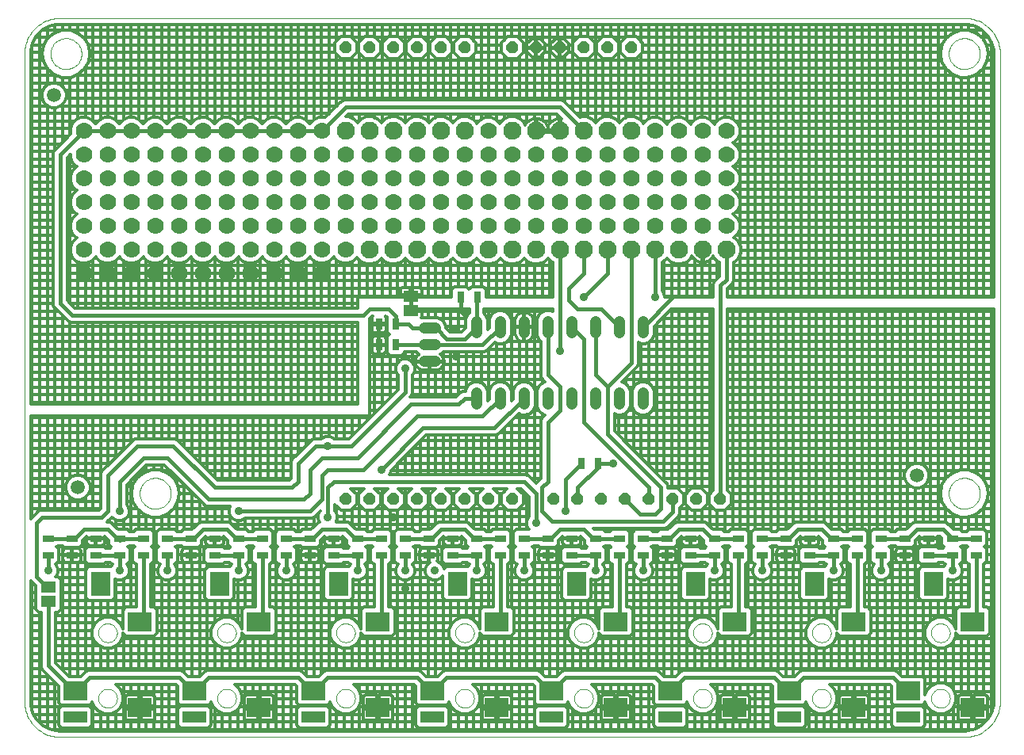
<source format=gtl>
G75*
G70*
%OFA0B0*%
%FSLAX24Y24*%
%IPPOS*%
%LPD*%
%AMOC8*
5,1,8,0,0,1.08239X$1,22.5*
%
%ADD10C,0.0000*%
%ADD11OC8,0.0500*%
%ADD12C,0.0591*%
%ADD13R,0.0472X0.0315*%
%ADD14C,0.0480*%
%ADD15R,0.0630X0.0460*%
%ADD16R,0.0315X0.0472*%
%ADD17C,0.0460*%
%ADD18R,0.0984X0.0787*%
%ADD19R,0.0787X0.0984*%
%ADD20R,0.0984X0.0472*%
%ADD21C,0.0760*%
%ADD22C,0.0120*%
%ADD23C,0.0357*%
%ADD24C,0.0160*%
%ADD25C,0.0700*%
D10*
X001920Y000970D02*
X039920Y000970D01*
X039996Y000972D01*
X040072Y000978D01*
X040147Y000987D01*
X040222Y001001D01*
X040296Y001018D01*
X040369Y001039D01*
X040441Y001063D01*
X040512Y001092D01*
X040581Y001123D01*
X040648Y001158D01*
X040713Y001197D01*
X040777Y001239D01*
X040838Y001284D01*
X040897Y001332D01*
X040953Y001383D01*
X041007Y001437D01*
X041058Y001493D01*
X041106Y001552D01*
X041151Y001613D01*
X041193Y001677D01*
X041232Y001742D01*
X041267Y001809D01*
X041298Y001878D01*
X041327Y001949D01*
X041351Y002021D01*
X041372Y002094D01*
X041389Y002168D01*
X041403Y002243D01*
X041412Y002318D01*
X041418Y002394D01*
X041420Y002470D01*
X041420Y029720D01*
X039270Y029720D02*
X039272Y029770D01*
X039278Y029820D01*
X039288Y029870D01*
X039301Y029918D01*
X039318Y029966D01*
X039339Y030012D01*
X039363Y030056D01*
X039391Y030098D01*
X039422Y030138D01*
X039456Y030175D01*
X039493Y030210D01*
X039532Y030241D01*
X039573Y030270D01*
X039617Y030295D01*
X039663Y030317D01*
X039710Y030335D01*
X039758Y030349D01*
X039807Y030360D01*
X039857Y030367D01*
X039907Y030370D01*
X039958Y030369D01*
X040008Y030364D01*
X040058Y030355D01*
X040106Y030343D01*
X040154Y030326D01*
X040200Y030306D01*
X040245Y030283D01*
X040288Y030256D01*
X040328Y030226D01*
X040366Y030193D01*
X040401Y030157D01*
X040434Y030118D01*
X040463Y030077D01*
X040489Y030034D01*
X040512Y029989D01*
X040531Y029942D01*
X040546Y029894D01*
X040558Y029845D01*
X040566Y029795D01*
X040570Y029745D01*
X040570Y029695D01*
X040566Y029645D01*
X040558Y029595D01*
X040546Y029546D01*
X040531Y029498D01*
X040512Y029451D01*
X040489Y029406D01*
X040463Y029363D01*
X040434Y029322D01*
X040401Y029283D01*
X040366Y029247D01*
X040328Y029214D01*
X040288Y029184D01*
X040245Y029157D01*
X040200Y029134D01*
X040154Y029114D01*
X040106Y029097D01*
X040058Y029085D01*
X040008Y029076D01*
X039958Y029071D01*
X039907Y029070D01*
X039857Y029073D01*
X039807Y029080D01*
X039758Y029091D01*
X039710Y029105D01*
X039663Y029123D01*
X039617Y029145D01*
X039573Y029170D01*
X039532Y029199D01*
X039493Y029230D01*
X039456Y029265D01*
X039422Y029302D01*
X039391Y029342D01*
X039363Y029384D01*
X039339Y029428D01*
X039318Y029474D01*
X039301Y029522D01*
X039288Y029570D01*
X039278Y029620D01*
X039272Y029670D01*
X039270Y029720D01*
X039920Y031220D02*
X039996Y031218D01*
X040072Y031212D01*
X040147Y031203D01*
X040222Y031189D01*
X040296Y031172D01*
X040369Y031151D01*
X040441Y031127D01*
X040512Y031098D01*
X040581Y031067D01*
X040648Y031032D01*
X040713Y030993D01*
X040777Y030951D01*
X040838Y030906D01*
X040897Y030858D01*
X040953Y030807D01*
X041007Y030753D01*
X041058Y030697D01*
X041106Y030638D01*
X041151Y030577D01*
X041193Y030513D01*
X041232Y030448D01*
X041267Y030381D01*
X041298Y030312D01*
X041327Y030241D01*
X041351Y030169D01*
X041372Y030096D01*
X041389Y030022D01*
X041403Y029947D01*
X041412Y029872D01*
X041418Y029796D01*
X041420Y029720D01*
X039920Y031220D02*
X001920Y031220D01*
X001844Y031218D01*
X001768Y031212D01*
X001693Y031203D01*
X001618Y031189D01*
X001544Y031172D01*
X001471Y031151D01*
X001399Y031127D01*
X001328Y031098D01*
X001259Y031067D01*
X001192Y031032D01*
X001127Y030993D01*
X001063Y030951D01*
X001002Y030906D01*
X000943Y030858D01*
X000887Y030807D01*
X000833Y030753D01*
X000782Y030697D01*
X000734Y030638D01*
X000689Y030577D01*
X000647Y030513D01*
X000608Y030448D01*
X000573Y030381D01*
X000542Y030312D01*
X000513Y030241D01*
X000489Y030169D01*
X000468Y030096D01*
X000451Y030022D01*
X000437Y029947D01*
X000428Y029872D01*
X000422Y029796D01*
X000420Y029720D01*
X000420Y002470D01*
X000422Y002394D01*
X000428Y002318D01*
X000437Y002243D01*
X000451Y002168D01*
X000468Y002094D01*
X000489Y002021D01*
X000513Y001949D01*
X000542Y001878D01*
X000573Y001809D01*
X000608Y001742D01*
X000647Y001677D01*
X000689Y001613D01*
X000734Y001552D01*
X000782Y001493D01*
X000833Y001437D01*
X000887Y001383D01*
X000943Y001332D01*
X001002Y001284D01*
X001063Y001239D01*
X001127Y001197D01*
X001192Y001158D01*
X001259Y001123D01*
X001328Y001092D01*
X001399Y001063D01*
X001471Y001039D01*
X001544Y001018D01*
X001618Y001001D01*
X001693Y000987D01*
X001768Y000978D01*
X001844Y000972D01*
X001920Y000970D01*
X001844Y000972D01*
X001768Y000978D01*
X001693Y000987D01*
X001618Y001001D01*
X001544Y001018D01*
X001471Y001039D01*
X001399Y001063D01*
X001328Y001092D01*
X001259Y001123D01*
X001192Y001158D01*
X001127Y001197D01*
X001063Y001239D01*
X001002Y001284D01*
X000943Y001332D01*
X000887Y001383D01*
X000833Y001437D01*
X000782Y001493D01*
X000734Y001552D01*
X000689Y001613D01*
X000647Y001677D01*
X000608Y001742D01*
X000573Y001809D01*
X000542Y001878D01*
X000513Y001949D01*
X000489Y002021D01*
X000468Y002094D01*
X000451Y002168D01*
X000437Y002243D01*
X000428Y002318D01*
X000422Y002394D01*
X000420Y002470D01*
X003526Y002598D02*
X003528Y002637D01*
X003534Y002676D01*
X003544Y002714D01*
X003557Y002751D01*
X003574Y002786D01*
X003594Y002820D01*
X003618Y002851D01*
X003645Y002880D01*
X003674Y002906D01*
X003706Y002929D01*
X003740Y002949D01*
X003776Y002965D01*
X003813Y002977D01*
X003852Y002986D01*
X003891Y002991D01*
X003930Y002992D01*
X003969Y002989D01*
X004008Y002982D01*
X004045Y002971D01*
X004082Y002957D01*
X004117Y002939D01*
X004150Y002918D01*
X004181Y002893D01*
X004209Y002866D01*
X004234Y002836D01*
X004256Y002803D01*
X004275Y002769D01*
X004290Y002733D01*
X004302Y002695D01*
X004310Y002657D01*
X004314Y002618D01*
X004314Y002578D01*
X004310Y002539D01*
X004302Y002501D01*
X004290Y002463D01*
X004275Y002427D01*
X004256Y002393D01*
X004234Y002360D01*
X004209Y002330D01*
X004181Y002303D01*
X004150Y002278D01*
X004117Y002257D01*
X004082Y002239D01*
X004045Y002225D01*
X004008Y002214D01*
X003969Y002207D01*
X003930Y002204D01*
X003891Y002205D01*
X003852Y002210D01*
X003813Y002219D01*
X003776Y002231D01*
X003740Y002247D01*
X003706Y002267D01*
X003674Y002290D01*
X003645Y002316D01*
X003618Y002345D01*
X003594Y002376D01*
X003574Y002410D01*
X003557Y002445D01*
X003544Y002482D01*
X003534Y002520D01*
X003528Y002559D01*
X003526Y002598D01*
X003526Y005354D02*
X003528Y005393D01*
X003534Y005432D01*
X003544Y005470D01*
X003557Y005507D01*
X003574Y005542D01*
X003594Y005576D01*
X003618Y005607D01*
X003645Y005636D01*
X003674Y005662D01*
X003706Y005685D01*
X003740Y005705D01*
X003776Y005721D01*
X003813Y005733D01*
X003852Y005742D01*
X003891Y005747D01*
X003930Y005748D01*
X003969Y005745D01*
X004008Y005738D01*
X004045Y005727D01*
X004082Y005713D01*
X004117Y005695D01*
X004150Y005674D01*
X004181Y005649D01*
X004209Y005622D01*
X004234Y005592D01*
X004256Y005559D01*
X004275Y005525D01*
X004290Y005489D01*
X004302Y005451D01*
X004310Y005413D01*
X004314Y005374D01*
X004314Y005334D01*
X004310Y005295D01*
X004302Y005257D01*
X004290Y005219D01*
X004275Y005183D01*
X004256Y005149D01*
X004234Y005116D01*
X004209Y005086D01*
X004181Y005059D01*
X004150Y005034D01*
X004117Y005013D01*
X004082Y004995D01*
X004045Y004981D01*
X004008Y004970D01*
X003969Y004963D01*
X003930Y004960D01*
X003891Y004961D01*
X003852Y004966D01*
X003813Y004975D01*
X003776Y004987D01*
X003740Y005003D01*
X003706Y005023D01*
X003674Y005046D01*
X003645Y005072D01*
X003618Y005101D01*
X003594Y005132D01*
X003574Y005166D01*
X003557Y005201D01*
X003544Y005238D01*
X003534Y005276D01*
X003528Y005315D01*
X003526Y005354D01*
X008526Y005354D02*
X008528Y005393D01*
X008534Y005432D01*
X008544Y005470D01*
X008557Y005507D01*
X008574Y005542D01*
X008594Y005576D01*
X008618Y005607D01*
X008645Y005636D01*
X008674Y005662D01*
X008706Y005685D01*
X008740Y005705D01*
X008776Y005721D01*
X008813Y005733D01*
X008852Y005742D01*
X008891Y005747D01*
X008930Y005748D01*
X008969Y005745D01*
X009008Y005738D01*
X009045Y005727D01*
X009082Y005713D01*
X009117Y005695D01*
X009150Y005674D01*
X009181Y005649D01*
X009209Y005622D01*
X009234Y005592D01*
X009256Y005559D01*
X009275Y005525D01*
X009290Y005489D01*
X009302Y005451D01*
X009310Y005413D01*
X009314Y005374D01*
X009314Y005334D01*
X009310Y005295D01*
X009302Y005257D01*
X009290Y005219D01*
X009275Y005183D01*
X009256Y005149D01*
X009234Y005116D01*
X009209Y005086D01*
X009181Y005059D01*
X009150Y005034D01*
X009117Y005013D01*
X009082Y004995D01*
X009045Y004981D01*
X009008Y004970D01*
X008969Y004963D01*
X008930Y004960D01*
X008891Y004961D01*
X008852Y004966D01*
X008813Y004975D01*
X008776Y004987D01*
X008740Y005003D01*
X008706Y005023D01*
X008674Y005046D01*
X008645Y005072D01*
X008618Y005101D01*
X008594Y005132D01*
X008574Y005166D01*
X008557Y005201D01*
X008544Y005238D01*
X008534Y005276D01*
X008528Y005315D01*
X008526Y005354D01*
X008526Y002598D02*
X008528Y002637D01*
X008534Y002676D01*
X008544Y002714D01*
X008557Y002751D01*
X008574Y002786D01*
X008594Y002820D01*
X008618Y002851D01*
X008645Y002880D01*
X008674Y002906D01*
X008706Y002929D01*
X008740Y002949D01*
X008776Y002965D01*
X008813Y002977D01*
X008852Y002986D01*
X008891Y002991D01*
X008930Y002992D01*
X008969Y002989D01*
X009008Y002982D01*
X009045Y002971D01*
X009082Y002957D01*
X009117Y002939D01*
X009150Y002918D01*
X009181Y002893D01*
X009209Y002866D01*
X009234Y002836D01*
X009256Y002803D01*
X009275Y002769D01*
X009290Y002733D01*
X009302Y002695D01*
X009310Y002657D01*
X009314Y002618D01*
X009314Y002578D01*
X009310Y002539D01*
X009302Y002501D01*
X009290Y002463D01*
X009275Y002427D01*
X009256Y002393D01*
X009234Y002360D01*
X009209Y002330D01*
X009181Y002303D01*
X009150Y002278D01*
X009117Y002257D01*
X009082Y002239D01*
X009045Y002225D01*
X009008Y002214D01*
X008969Y002207D01*
X008930Y002204D01*
X008891Y002205D01*
X008852Y002210D01*
X008813Y002219D01*
X008776Y002231D01*
X008740Y002247D01*
X008706Y002267D01*
X008674Y002290D01*
X008645Y002316D01*
X008618Y002345D01*
X008594Y002376D01*
X008574Y002410D01*
X008557Y002445D01*
X008544Y002482D01*
X008534Y002520D01*
X008528Y002559D01*
X008526Y002598D01*
X013526Y002598D02*
X013528Y002637D01*
X013534Y002676D01*
X013544Y002714D01*
X013557Y002751D01*
X013574Y002786D01*
X013594Y002820D01*
X013618Y002851D01*
X013645Y002880D01*
X013674Y002906D01*
X013706Y002929D01*
X013740Y002949D01*
X013776Y002965D01*
X013813Y002977D01*
X013852Y002986D01*
X013891Y002991D01*
X013930Y002992D01*
X013969Y002989D01*
X014008Y002982D01*
X014045Y002971D01*
X014082Y002957D01*
X014117Y002939D01*
X014150Y002918D01*
X014181Y002893D01*
X014209Y002866D01*
X014234Y002836D01*
X014256Y002803D01*
X014275Y002769D01*
X014290Y002733D01*
X014302Y002695D01*
X014310Y002657D01*
X014314Y002618D01*
X014314Y002578D01*
X014310Y002539D01*
X014302Y002501D01*
X014290Y002463D01*
X014275Y002427D01*
X014256Y002393D01*
X014234Y002360D01*
X014209Y002330D01*
X014181Y002303D01*
X014150Y002278D01*
X014117Y002257D01*
X014082Y002239D01*
X014045Y002225D01*
X014008Y002214D01*
X013969Y002207D01*
X013930Y002204D01*
X013891Y002205D01*
X013852Y002210D01*
X013813Y002219D01*
X013776Y002231D01*
X013740Y002247D01*
X013706Y002267D01*
X013674Y002290D01*
X013645Y002316D01*
X013618Y002345D01*
X013594Y002376D01*
X013574Y002410D01*
X013557Y002445D01*
X013544Y002482D01*
X013534Y002520D01*
X013528Y002559D01*
X013526Y002598D01*
X013526Y005354D02*
X013528Y005393D01*
X013534Y005432D01*
X013544Y005470D01*
X013557Y005507D01*
X013574Y005542D01*
X013594Y005576D01*
X013618Y005607D01*
X013645Y005636D01*
X013674Y005662D01*
X013706Y005685D01*
X013740Y005705D01*
X013776Y005721D01*
X013813Y005733D01*
X013852Y005742D01*
X013891Y005747D01*
X013930Y005748D01*
X013969Y005745D01*
X014008Y005738D01*
X014045Y005727D01*
X014082Y005713D01*
X014117Y005695D01*
X014150Y005674D01*
X014181Y005649D01*
X014209Y005622D01*
X014234Y005592D01*
X014256Y005559D01*
X014275Y005525D01*
X014290Y005489D01*
X014302Y005451D01*
X014310Y005413D01*
X014314Y005374D01*
X014314Y005334D01*
X014310Y005295D01*
X014302Y005257D01*
X014290Y005219D01*
X014275Y005183D01*
X014256Y005149D01*
X014234Y005116D01*
X014209Y005086D01*
X014181Y005059D01*
X014150Y005034D01*
X014117Y005013D01*
X014082Y004995D01*
X014045Y004981D01*
X014008Y004970D01*
X013969Y004963D01*
X013930Y004960D01*
X013891Y004961D01*
X013852Y004966D01*
X013813Y004975D01*
X013776Y004987D01*
X013740Y005003D01*
X013706Y005023D01*
X013674Y005046D01*
X013645Y005072D01*
X013618Y005101D01*
X013594Y005132D01*
X013574Y005166D01*
X013557Y005201D01*
X013544Y005238D01*
X013534Y005276D01*
X013528Y005315D01*
X013526Y005354D01*
X018526Y005354D02*
X018528Y005393D01*
X018534Y005432D01*
X018544Y005470D01*
X018557Y005507D01*
X018574Y005542D01*
X018594Y005576D01*
X018618Y005607D01*
X018645Y005636D01*
X018674Y005662D01*
X018706Y005685D01*
X018740Y005705D01*
X018776Y005721D01*
X018813Y005733D01*
X018852Y005742D01*
X018891Y005747D01*
X018930Y005748D01*
X018969Y005745D01*
X019008Y005738D01*
X019045Y005727D01*
X019082Y005713D01*
X019117Y005695D01*
X019150Y005674D01*
X019181Y005649D01*
X019209Y005622D01*
X019234Y005592D01*
X019256Y005559D01*
X019275Y005525D01*
X019290Y005489D01*
X019302Y005451D01*
X019310Y005413D01*
X019314Y005374D01*
X019314Y005334D01*
X019310Y005295D01*
X019302Y005257D01*
X019290Y005219D01*
X019275Y005183D01*
X019256Y005149D01*
X019234Y005116D01*
X019209Y005086D01*
X019181Y005059D01*
X019150Y005034D01*
X019117Y005013D01*
X019082Y004995D01*
X019045Y004981D01*
X019008Y004970D01*
X018969Y004963D01*
X018930Y004960D01*
X018891Y004961D01*
X018852Y004966D01*
X018813Y004975D01*
X018776Y004987D01*
X018740Y005003D01*
X018706Y005023D01*
X018674Y005046D01*
X018645Y005072D01*
X018618Y005101D01*
X018594Y005132D01*
X018574Y005166D01*
X018557Y005201D01*
X018544Y005238D01*
X018534Y005276D01*
X018528Y005315D01*
X018526Y005354D01*
X018526Y002598D02*
X018528Y002637D01*
X018534Y002676D01*
X018544Y002714D01*
X018557Y002751D01*
X018574Y002786D01*
X018594Y002820D01*
X018618Y002851D01*
X018645Y002880D01*
X018674Y002906D01*
X018706Y002929D01*
X018740Y002949D01*
X018776Y002965D01*
X018813Y002977D01*
X018852Y002986D01*
X018891Y002991D01*
X018930Y002992D01*
X018969Y002989D01*
X019008Y002982D01*
X019045Y002971D01*
X019082Y002957D01*
X019117Y002939D01*
X019150Y002918D01*
X019181Y002893D01*
X019209Y002866D01*
X019234Y002836D01*
X019256Y002803D01*
X019275Y002769D01*
X019290Y002733D01*
X019302Y002695D01*
X019310Y002657D01*
X019314Y002618D01*
X019314Y002578D01*
X019310Y002539D01*
X019302Y002501D01*
X019290Y002463D01*
X019275Y002427D01*
X019256Y002393D01*
X019234Y002360D01*
X019209Y002330D01*
X019181Y002303D01*
X019150Y002278D01*
X019117Y002257D01*
X019082Y002239D01*
X019045Y002225D01*
X019008Y002214D01*
X018969Y002207D01*
X018930Y002204D01*
X018891Y002205D01*
X018852Y002210D01*
X018813Y002219D01*
X018776Y002231D01*
X018740Y002247D01*
X018706Y002267D01*
X018674Y002290D01*
X018645Y002316D01*
X018618Y002345D01*
X018594Y002376D01*
X018574Y002410D01*
X018557Y002445D01*
X018544Y002482D01*
X018534Y002520D01*
X018528Y002559D01*
X018526Y002598D01*
X023526Y002598D02*
X023528Y002637D01*
X023534Y002676D01*
X023544Y002714D01*
X023557Y002751D01*
X023574Y002786D01*
X023594Y002820D01*
X023618Y002851D01*
X023645Y002880D01*
X023674Y002906D01*
X023706Y002929D01*
X023740Y002949D01*
X023776Y002965D01*
X023813Y002977D01*
X023852Y002986D01*
X023891Y002991D01*
X023930Y002992D01*
X023969Y002989D01*
X024008Y002982D01*
X024045Y002971D01*
X024082Y002957D01*
X024117Y002939D01*
X024150Y002918D01*
X024181Y002893D01*
X024209Y002866D01*
X024234Y002836D01*
X024256Y002803D01*
X024275Y002769D01*
X024290Y002733D01*
X024302Y002695D01*
X024310Y002657D01*
X024314Y002618D01*
X024314Y002578D01*
X024310Y002539D01*
X024302Y002501D01*
X024290Y002463D01*
X024275Y002427D01*
X024256Y002393D01*
X024234Y002360D01*
X024209Y002330D01*
X024181Y002303D01*
X024150Y002278D01*
X024117Y002257D01*
X024082Y002239D01*
X024045Y002225D01*
X024008Y002214D01*
X023969Y002207D01*
X023930Y002204D01*
X023891Y002205D01*
X023852Y002210D01*
X023813Y002219D01*
X023776Y002231D01*
X023740Y002247D01*
X023706Y002267D01*
X023674Y002290D01*
X023645Y002316D01*
X023618Y002345D01*
X023594Y002376D01*
X023574Y002410D01*
X023557Y002445D01*
X023544Y002482D01*
X023534Y002520D01*
X023528Y002559D01*
X023526Y002598D01*
X023526Y005354D02*
X023528Y005393D01*
X023534Y005432D01*
X023544Y005470D01*
X023557Y005507D01*
X023574Y005542D01*
X023594Y005576D01*
X023618Y005607D01*
X023645Y005636D01*
X023674Y005662D01*
X023706Y005685D01*
X023740Y005705D01*
X023776Y005721D01*
X023813Y005733D01*
X023852Y005742D01*
X023891Y005747D01*
X023930Y005748D01*
X023969Y005745D01*
X024008Y005738D01*
X024045Y005727D01*
X024082Y005713D01*
X024117Y005695D01*
X024150Y005674D01*
X024181Y005649D01*
X024209Y005622D01*
X024234Y005592D01*
X024256Y005559D01*
X024275Y005525D01*
X024290Y005489D01*
X024302Y005451D01*
X024310Y005413D01*
X024314Y005374D01*
X024314Y005334D01*
X024310Y005295D01*
X024302Y005257D01*
X024290Y005219D01*
X024275Y005183D01*
X024256Y005149D01*
X024234Y005116D01*
X024209Y005086D01*
X024181Y005059D01*
X024150Y005034D01*
X024117Y005013D01*
X024082Y004995D01*
X024045Y004981D01*
X024008Y004970D01*
X023969Y004963D01*
X023930Y004960D01*
X023891Y004961D01*
X023852Y004966D01*
X023813Y004975D01*
X023776Y004987D01*
X023740Y005003D01*
X023706Y005023D01*
X023674Y005046D01*
X023645Y005072D01*
X023618Y005101D01*
X023594Y005132D01*
X023574Y005166D01*
X023557Y005201D01*
X023544Y005238D01*
X023534Y005276D01*
X023528Y005315D01*
X023526Y005354D01*
X028526Y005354D02*
X028528Y005393D01*
X028534Y005432D01*
X028544Y005470D01*
X028557Y005507D01*
X028574Y005542D01*
X028594Y005576D01*
X028618Y005607D01*
X028645Y005636D01*
X028674Y005662D01*
X028706Y005685D01*
X028740Y005705D01*
X028776Y005721D01*
X028813Y005733D01*
X028852Y005742D01*
X028891Y005747D01*
X028930Y005748D01*
X028969Y005745D01*
X029008Y005738D01*
X029045Y005727D01*
X029082Y005713D01*
X029117Y005695D01*
X029150Y005674D01*
X029181Y005649D01*
X029209Y005622D01*
X029234Y005592D01*
X029256Y005559D01*
X029275Y005525D01*
X029290Y005489D01*
X029302Y005451D01*
X029310Y005413D01*
X029314Y005374D01*
X029314Y005334D01*
X029310Y005295D01*
X029302Y005257D01*
X029290Y005219D01*
X029275Y005183D01*
X029256Y005149D01*
X029234Y005116D01*
X029209Y005086D01*
X029181Y005059D01*
X029150Y005034D01*
X029117Y005013D01*
X029082Y004995D01*
X029045Y004981D01*
X029008Y004970D01*
X028969Y004963D01*
X028930Y004960D01*
X028891Y004961D01*
X028852Y004966D01*
X028813Y004975D01*
X028776Y004987D01*
X028740Y005003D01*
X028706Y005023D01*
X028674Y005046D01*
X028645Y005072D01*
X028618Y005101D01*
X028594Y005132D01*
X028574Y005166D01*
X028557Y005201D01*
X028544Y005238D01*
X028534Y005276D01*
X028528Y005315D01*
X028526Y005354D01*
X028526Y002598D02*
X028528Y002637D01*
X028534Y002676D01*
X028544Y002714D01*
X028557Y002751D01*
X028574Y002786D01*
X028594Y002820D01*
X028618Y002851D01*
X028645Y002880D01*
X028674Y002906D01*
X028706Y002929D01*
X028740Y002949D01*
X028776Y002965D01*
X028813Y002977D01*
X028852Y002986D01*
X028891Y002991D01*
X028930Y002992D01*
X028969Y002989D01*
X029008Y002982D01*
X029045Y002971D01*
X029082Y002957D01*
X029117Y002939D01*
X029150Y002918D01*
X029181Y002893D01*
X029209Y002866D01*
X029234Y002836D01*
X029256Y002803D01*
X029275Y002769D01*
X029290Y002733D01*
X029302Y002695D01*
X029310Y002657D01*
X029314Y002618D01*
X029314Y002578D01*
X029310Y002539D01*
X029302Y002501D01*
X029290Y002463D01*
X029275Y002427D01*
X029256Y002393D01*
X029234Y002360D01*
X029209Y002330D01*
X029181Y002303D01*
X029150Y002278D01*
X029117Y002257D01*
X029082Y002239D01*
X029045Y002225D01*
X029008Y002214D01*
X028969Y002207D01*
X028930Y002204D01*
X028891Y002205D01*
X028852Y002210D01*
X028813Y002219D01*
X028776Y002231D01*
X028740Y002247D01*
X028706Y002267D01*
X028674Y002290D01*
X028645Y002316D01*
X028618Y002345D01*
X028594Y002376D01*
X028574Y002410D01*
X028557Y002445D01*
X028544Y002482D01*
X028534Y002520D01*
X028528Y002559D01*
X028526Y002598D01*
X033526Y002598D02*
X033528Y002637D01*
X033534Y002676D01*
X033544Y002714D01*
X033557Y002751D01*
X033574Y002786D01*
X033594Y002820D01*
X033618Y002851D01*
X033645Y002880D01*
X033674Y002906D01*
X033706Y002929D01*
X033740Y002949D01*
X033776Y002965D01*
X033813Y002977D01*
X033852Y002986D01*
X033891Y002991D01*
X033930Y002992D01*
X033969Y002989D01*
X034008Y002982D01*
X034045Y002971D01*
X034082Y002957D01*
X034117Y002939D01*
X034150Y002918D01*
X034181Y002893D01*
X034209Y002866D01*
X034234Y002836D01*
X034256Y002803D01*
X034275Y002769D01*
X034290Y002733D01*
X034302Y002695D01*
X034310Y002657D01*
X034314Y002618D01*
X034314Y002578D01*
X034310Y002539D01*
X034302Y002501D01*
X034290Y002463D01*
X034275Y002427D01*
X034256Y002393D01*
X034234Y002360D01*
X034209Y002330D01*
X034181Y002303D01*
X034150Y002278D01*
X034117Y002257D01*
X034082Y002239D01*
X034045Y002225D01*
X034008Y002214D01*
X033969Y002207D01*
X033930Y002204D01*
X033891Y002205D01*
X033852Y002210D01*
X033813Y002219D01*
X033776Y002231D01*
X033740Y002247D01*
X033706Y002267D01*
X033674Y002290D01*
X033645Y002316D01*
X033618Y002345D01*
X033594Y002376D01*
X033574Y002410D01*
X033557Y002445D01*
X033544Y002482D01*
X033534Y002520D01*
X033528Y002559D01*
X033526Y002598D01*
X033526Y005354D02*
X033528Y005393D01*
X033534Y005432D01*
X033544Y005470D01*
X033557Y005507D01*
X033574Y005542D01*
X033594Y005576D01*
X033618Y005607D01*
X033645Y005636D01*
X033674Y005662D01*
X033706Y005685D01*
X033740Y005705D01*
X033776Y005721D01*
X033813Y005733D01*
X033852Y005742D01*
X033891Y005747D01*
X033930Y005748D01*
X033969Y005745D01*
X034008Y005738D01*
X034045Y005727D01*
X034082Y005713D01*
X034117Y005695D01*
X034150Y005674D01*
X034181Y005649D01*
X034209Y005622D01*
X034234Y005592D01*
X034256Y005559D01*
X034275Y005525D01*
X034290Y005489D01*
X034302Y005451D01*
X034310Y005413D01*
X034314Y005374D01*
X034314Y005334D01*
X034310Y005295D01*
X034302Y005257D01*
X034290Y005219D01*
X034275Y005183D01*
X034256Y005149D01*
X034234Y005116D01*
X034209Y005086D01*
X034181Y005059D01*
X034150Y005034D01*
X034117Y005013D01*
X034082Y004995D01*
X034045Y004981D01*
X034008Y004970D01*
X033969Y004963D01*
X033930Y004960D01*
X033891Y004961D01*
X033852Y004966D01*
X033813Y004975D01*
X033776Y004987D01*
X033740Y005003D01*
X033706Y005023D01*
X033674Y005046D01*
X033645Y005072D01*
X033618Y005101D01*
X033594Y005132D01*
X033574Y005166D01*
X033557Y005201D01*
X033544Y005238D01*
X033534Y005276D01*
X033528Y005315D01*
X033526Y005354D01*
X038526Y005354D02*
X038528Y005393D01*
X038534Y005432D01*
X038544Y005470D01*
X038557Y005507D01*
X038574Y005542D01*
X038594Y005576D01*
X038618Y005607D01*
X038645Y005636D01*
X038674Y005662D01*
X038706Y005685D01*
X038740Y005705D01*
X038776Y005721D01*
X038813Y005733D01*
X038852Y005742D01*
X038891Y005747D01*
X038930Y005748D01*
X038969Y005745D01*
X039008Y005738D01*
X039045Y005727D01*
X039082Y005713D01*
X039117Y005695D01*
X039150Y005674D01*
X039181Y005649D01*
X039209Y005622D01*
X039234Y005592D01*
X039256Y005559D01*
X039275Y005525D01*
X039290Y005489D01*
X039302Y005451D01*
X039310Y005413D01*
X039314Y005374D01*
X039314Y005334D01*
X039310Y005295D01*
X039302Y005257D01*
X039290Y005219D01*
X039275Y005183D01*
X039256Y005149D01*
X039234Y005116D01*
X039209Y005086D01*
X039181Y005059D01*
X039150Y005034D01*
X039117Y005013D01*
X039082Y004995D01*
X039045Y004981D01*
X039008Y004970D01*
X038969Y004963D01*
X038930Y004960D01*
X038891Y004961D01*
X038852Y004966D01*
X038813Y004975D01*
X038776Y004987D01*
X038740Y005003D01*
X038706Y005023D01*
X038674Y005046D01*
X038645Y005072D01*
X038618Y005101D01*
X038594Y005132D01*
X038574Y005166D01*
X038557Y005201D01*
X038544Y005238D01*
X038534Y005276D01*
X038528Y005315D01*
X038526Y005354D01*
X038526Y002598D02*
X038528Y002637D01*
X038534Y002676D01*
X038544Y002714D01*
X038557Y002751D01*
X038574Y002786D01*
X038594Y002820D01*
X038618Y002851D01*
X038645Y002880D01*
X038674Y002906D01*
X038706Y002929D01*
X038740Y002949D01*
X038776Y002965D01*
X038813Y002977D01*
X038852Y002986D01*
X038891Y002991D01*
X038930Y002992D01*
X038969Y002989D01*
X039008Y002982D01*
X039045Y002971D01*
X039082Y002957D01*
X039117Y002939D01*
X039150Y002918D01*
X039181Y002893D01*
X039209Y002866D01*
X039234Y002836D01*
X039256Y002803D01*
X039275Y002769D01*
X039290Y002733D01*
X039302Y002695D01*
X039310Y002657D01*
X039314Y002618D01*
X039314Y002578D01*
X039310Y002539D01*
X039302Y002501D01*
X039290Y002463D01*
X039275Y002427D01*
X039256Y002393D01*
X039234Y002360D01*
X039209Y002330D01*
X039181Y002303D01*
X039150Y002278D01*
X039117Y002257D01*
X039082Y002239D01*
X039045Y002225D01*
X039008Y002214D01*
X038969Y002207D01*
X038930Y002204D01*
X038891Y002205D01*
X038852Y002210D01*
X038813Y002219D01*
X038776Y002231D01*
X038740Y002247D01*
X038706Y002267D01*
X038674Y002290D01*
X038645Y002316D01*
X038618Y002345D01*
X038594Y002376D01*
X038574Y002410D01*
X038557Y002445D01*
X038544Y002482D01*
X038534Y002520D01*
X038528Y002559D01*
X038526Y002598D01*
X039270Y011220D02*
X039272Y011270D01*
X039278Y011320D01*
X039288Y011370D01*
X039301Y011418D01*
X039318Y011466D01*
X039339Y011512D01*
X039363Y011556D01*
X039391Y011598D01*
X039422Y011638D01*
X039456Y011675D01*
X039493Y011710D01*
X039532Y011741D01*
X039573Y011770D01*
X039617Y011795D01*
X039663Y011817D01*
X039710Y011835D01*
X039758Y011849D01*
X039807Y011860D01*
X039857Y011867D01*
X039907Y011870D01*
X039958Y011869D01*
X040008Y011864D01*
X040058Y011855D01*
X040106Y011843D01*
X040154Y011826D01*
X040200Y011806D01*
X040245Y011783D01*
X040288Y011756D01*
X040328Y011726D01*
X040366Y011693D01*
X040401Y011657D01*
X040434Y011618D01*
X040463Y011577D01*
X040489Y011534D01*
X040512Y011489D01*
X040531Y011442D01*
X040546Y011394D01*
X040558Y011345D01*
X040566Y011295D01*
X040570Y011245D01*
X040570Y011195D01*
X040566Y011145D01*
X040558Y011095D01*
X040546Y011046D01*
X040531Y010998D01*
X040512Y010951D01*
X040489Y010906D01*
X040463Y010863D01*
X040434Y010822D01*
X040401Y010783D01*
X040366Y010747D01*
X040328Y010714D01*
X040288Y010684D01*
X040245Y010657D01*
X040200Y010634D01*
X040154Y010614D01*
X040106Y010597D01*
X040058Y010585D01*
X040008Y010576D01*
X039958Y010571D01*
X039907Y010570D01*
X039857Y010573D01*
X039807Y010580D01*
X039758Y010591D01*
X039710Y010605D01*
X039663Y010623D01*
X039617Y010645D01*
X039573Y010670D01*
X039532Y010699D01*
X039493Y010730D01*
X039456Y010765D01*
X039422Y010802D01*
X039391Y010842D01*
X039363Y010884D01*
X039339Y010928D01*
X039318Y010974D01*
X039301Y011022D01*
X039288Y011070D01*
X039278Y011120D01*
X039272Y011170D01*
X039270Y011220D01*
X005270Y011220D02*
X005272Y011270D01*
X005278Y011320D01*
X005288Y011370D01*
X005301Y011418D01*
X005318Y011466D01*
X005339Y011512D01*
X005363Y011556D01*
X005391Y011598D01*
X005422Y011638D01*
X005456Y011675D01*
X005493Y011710D01*
X005532Y011741D01*
X005573Y011770D01*
X005617Y011795D01*
X005663Y011817D01*
X005710Y011835D01*
X005758Y011849D01*
X005807Y011860D01*
X005857Y011867D01*
X005907Y011870D01*
X005958Y011869D01*
X006008Y011864D01*
X006058Y011855D01*
X006106Y011843D01*
X006154Y011826D01*
X006200Y011806D01*
X006245Y011783D01*
X006288Y011756D01*
X006328Y011726D01*
X006366Y011693D01*
X006401Y011657D01*
X006434Y011618D01*
X006463Y011577D01*
X006489Y011534D01*
X006512Y011489D01*
X006531Y011442D01*
X006546Y011394D01*
X006558Y011345D01*
X006566Y011295D01*
X006570Y011245D01*
X006570Y011195D01*
X006566Y011145D01*
X006558Y011095D01*
X006546Y011046D01*
X006531Y010998D01*
X006512Y010951D01*
X006489Y010906D01*
X006463Y010863D01*
X006434Y010822D01*
X006401Y010783D01*
X006366Y010747D01*
X006328Y010714D01*
X006288Y010684D01*
X006245Y010657D01*
X006200Y010634D01*
X006154Y010614D01*
X006106Y010597D01*
X006058Y010585D01*
X006008Y010576D01*
X005958Y010571D01*
X005907Y010570D01*
X005857Y010573D01*
X005807Y010580D01*
X005758Y010591D01*
X005710Y010605D01*
X005663Y010623D01*
X005617Y010645D01*
X005573Y010670D01*
X005532Y010699D01*
X005493Y010730D01*
X005456Y010765D01*
X005422Y010802D01*
X005391Y010842D01*
X005363Y010884D01*
X005339Y010928D01*
X005318Y010974D01*
X005301Y011022D01*
X005288Y011070D01*
X005278Y011120D01*
X005272Y011170D01*
X005270Y011220D01*
X001520Y029720D02*
X001522Y029770D01*
X001528Y029820D01*
X001538Y029870D01*
X001551Y029918D01*
X001568Y029966D01*
X001589Y030012D01*
X001613Y030056D01*
X001641Y030098D01*
X001672Y030138D01*
X001706Y030175D01*
X001743Y030210D01*
X001782Y030241D01*
X001823Y030270D01*
X001867Y030295D01*
X001913Y030317D01*
X001960Y030335D01*
X002008Y030349D01*
X002057Y030360D01*
X002107Y030367D01*
X002157Y030370D01*
X002208Y030369D01*
X002258Y030364D01*
X002308Y030355D01*
X002356Y030343D01*
X002404Y030326D01*
X002450Y030306D01*
X002495Y030283D01*
X002538Y030256D01*
X002578Y030226D01*
X002616Y030193D01*
X002651Y030157D01*
X002684Y030118D01*
X002713Y030077D01*
X002739Y030034D01*
X002762Y029989D01*
X002781Y029942D01*
X002796Y029894D01*
X002808Y029845D01*
X002816Y029795D01*
X002820Y029745D01*
X002820Y029695D01*
X002816Y029645D01*
X002808Y029595D01*
X002796Y029546D01*
X002781Y029498D01*
X002762Y029451D01*
X002739Y029406D01*
X002713Y029363D01*
X002684Y029322D01*
X002651Y029283D01*
X002616Y029247D01*
X002578Y029214D01*
X002538Y029184D01*
X002495Y029157D01*
X002450Y029134D01*
X002404Y029114D01*
X002356Y029097D01*
X002308Y029085D01*
X002258Y029076D01*
X002208Y029071D01*
X002157Y029070D01*
X002107Y029073D01*
X002057Y029080D01*
X002008Y029091D01*
X001960Y029105D01*
X001913Y029123D01*
X001867Y029145D01*
X001823Y029170D01*
X001782Y029199D01*
X001743Y029230D01*
X001706Y029265D01*
X001672Y029302D01*
X001641Y029342D01*
X001613Y029384D01*
X001589Y029428D01*
X001568Y029474D01*
X001551Y029522D01*
X001538Y029570D01*
X001528Y029620D01*
X001522Y029670D01*
X001520Y029720D01*
D11*
X013920Y029970D03*
X014920Y029970D03*
X015920Y029970D03*
X016920Y029970D03*
X017920Y029970D03*
X018920Y029970D03*
X020920Y029970D03*
X021920Y029970D03*
X022920Y029970D03*
X023920Y029970D03*
X024920Y029970D03*
X025920Y029970D03*
X025670Y010970D03*
X026670Y010970D03*
X027670Y010970D03*
X028670Y010970D03*
X029670Y010970D03*
X024670Y010970D03*
X023670Y010970D03*
X022670Y010970D03*
X020920Y010970D03*
X019920Y010970D03*
X018920Y010970D03*
X017920Y010970D03*
X016920Y010970D03*
X015920Y010970D03*
X014920Y010970D03*
X013920Y010970D03*
D12*
X002670Y011470D03*
X001670Y027970D03*
X037920Y011970D03*
D13*
X037420Y009324D03*
X037420Y008616D03*
X036420Y008616D03*
X036420Y009324D03*
X035420Y009324D03*
X035420Y008616D03*
X034420Y008616D03*
X034420Y009324D03*
X033420Y009324D03*
X033420Y008616D03*
X032420Y008616D03*
X032420Y009324D03*
X031420Y009324D03*
X031420Y008616D03*
X030420Y008616D03*
X030420Y009324D03*
X029420Y009324D03*
X029420Y008616D03*
X028420Y008616D03*
X028420Y009324D03*
X027420Y009324D03*
X027420Y008616D03*
X026420Y008616D03*
X026420Y009324D03*
X025420Y009324D03*
X025420Y008616D03*
X024420Y008616D03*
X024420Y009324D03*
X023420Y009324D03*
X023420Y008616D03*
X022420Y008616D03*
X022420Y009324D03*
X021420Y009324D03*
X021420Y008616D03*
X020420Y008616D03*
X020420Y009324D03*
X019420Y009324D03*
X019420Y008616D03*
X018420Y008616D03*
X018420Y009324D03*
X017420Y009324D03*
X017420Y008616D03*
X016420Y008616D03*
X016420Y009324D03*
X015420Y009324D03*
X015420Y008616D03*
X014420Y008616D03*
X014420Y009324D03*
X013420Y009324D03*
X013420Y008616D03*
X012420Y008616D03*
X012420Y009324D03*
X011420Y009324D03*
X011420Y008616D03*
X010420Y008616D03*
X010420Y009324D03*
X009420Y009324D03*
X009420Y008616D03*
X008420Y008616D03*
X008420Y009324D03*
X007420Y009324D03*
X007420Y008616D03*
X006420Y008616D03*
X006420Y009324D03*
X005420Y009324D03*
X005420Y008616D03*
X004420Y008616D03*
X004420Y009324D03*
X003420Y009324D03*
X003420Y008616D03*
X002420Y008616D03*
X002420Y009324D03*
X001420Y009324D03*
X001420Y008616D03*
X038420Y008616D03*
X038420Y009324D03*
X039420Y009324D03*
X039420Y008616D03*
X040420Y008616D03*
X040420Y009324D03*
D14*
X026420Y014980D02*
X026420Y015460D01*
X025420Y015460D02*
X025420Y014980D01*
X024420Y014980D02*
X024420Y015460D01*
X023420Y015460D02*
X023420Y014980D01*
X022420Y014980D02*
X022420Y015460D01*
X021420Y015460D02*
X021420Y014980D01*
X020420Y014980D02*
X020420Y015460D01*
X019420Y015460D02*
X019420Y014980D01*
X019420Y017980D02*
X019420Y018460D01*
X020420Y018460D02*
X020420Y017980D01*
X021420Y017980D02*
X021420Y018460D01*
X022420Y018460D02*
X022420Y017980D01*
X023420Y017980D02*
X023420Y018460D01*
X024420Y018460D02*
X024420Y017980D01*
X025420Y017980D02*
X025420Y018460D01*
X026420Y018460D02*
X026420Y017980D01*
D15*
X016670Y018920D03*
X016670Y019520D03*
X001420Y007270D03*
X001420Y006670D03*
D16*
X015316Y017470D03*
X016024Y017470D03*
X016024Y018345D03*
X015316Y018345D03*
X018753Y019470D03*
X019462Y019470D03*
X023816Y012470D03*
X024524Y012470D03*
D17*
X017681Y016770D02*
X017221Y016770D01*
X017221Y017470D02*
X017681Y017470D01*
X017681Y018170D02*
X017221Y018170D01*
D18*
X015278Y005826D03*
X017562Y002913D03*
X015278Y002204D03*
X012562Y002913D03*
X010278Y002204D03*
X007562Y002913D03*
X005278Y002204D03*
X002562Y002913D03*
X005278Y005826D03*
X010278Y005826D03*
X020278Y005826D03*
X022562Y002913D03*
X020278Y002204D03*
X025278Y002204D03*
X027562Y002913D03*
X030278Y002204D03*
X032562Y002913D03*
X035278Y002204D03*
X037562Y002913D03*
X040278Y002204D03*
X040278Y005826D03*
X035278Y005826D03*
X030278Y005826D03*
X025278Y005826D03*
D19*
X023625Y007421D03*
X028625Y007421D03*
X033625Y007421D03*
X038625Y007421D03*
X018625Y007421D03*
X013625Y007421D03*
X008625Y007421D03*
X003625Y007421D03*
D20*
X002562Y001811D03*
X007562Y001811D03*
X012562Y001811D03*
X017562Y001811D03*
X022562Y001811D03*
X027562Y001811D03*
X032562Y001811D03*
X037562Y001811D03*
D21*
X029920Y021470D03*
X028920Y021470D03*
X027920Y021470D03*
X026920Y021470D03*
X025920Y021470D03*
X024920Y021470D03*
X023920Y021470D03*
X022920Y021470D03*
X021920Y021470D03*
X020920Y021470D03*
X019920Y021470D03*
X018920Y021470D03*
X017920Y021470D03*
X016920Y021470D03*
X015920Y021470D03*
X014920Y021470D03*
X014920Y026470D03*
X013920Y026470D03*
X015920Y026470D03*
X016920Y026470D03*
X017920Y026470D03*
X018920Y026470D03*
X020920Y026470D03*
X021920Y026470D03*
X022920Y026470D03*
X023920Y026470D03*
X024920Y026470D03*
X025920Y026470D03*
D22*
X001165Y001486D02*
X000936Y001715D01*
X000774Y001995D01*
X000691Y002308D01*
X000680Y002470D01*
X000680Y007536D01*
X000750Y007466D01*
X000750Y007466D01*
X000885Y007331D01*
X000885Y006349D01*
X001014Y006220D01*
X001120Y006220D01*
X001120Y003910D01*
X001166Y003800D01*
X001850Y003116D01*
X001850Y002428D01*
X001978Y002299D01*
X003145Y002299D01*
X003274Y002428D01*
X003274Y002450D01*
X003366Y002228D01*
X003550Y002044D01*
X003790Y001944D01*
X004050Y001944D01*
X004290Y002044D01*
X004474Y002228D01*
X004574Y002468D01*
X004574Y002728D01*
X004474Y002968D01*
X004290Y003152D01*
X004247Y003170D01*
X006796Y003170D01*
X006850Y003116D01*
X006850Y002428D01*
X006978Y002299D01*
X008145Y002299D01*
X008274Y002428D01*
X008274Y002450D01*
X008366Y002228D01*
X008550Y002044D01*
X008790Y001944D01*
X009050Y001944D01*
X009290Y002044D01*
X009474Y002228D01*
X009574Y002468D01*
X009574Y002728D01*
X009474Y002968D01*
X009290Y003152D01*
X009247Y003170D01*
X011796Y003170D01*
X011850Y003116D01*
X011850Y002428D01*
X011978Y002299D01*
X013145Y002299D01*
X013274Y002428D01*
X013274Y002450D01*
X013366Y002228D01*
X013550Y002044D01*
X013790Y001944D01*
X014050Y001944D01*
X014290Y002044D01*
X014474Y002228D01*
X014574Y002468D01*
X014574Y002728D01*
X014474Y002968D01*
X014290Y003152D01*
X014247Y003170D01*
X016796Y003170D01*
X016850Y003116D01*
X016850Y002428D01*
X016978Y002299D01*
X018145Y002299D01*
X018274Y002428D01*
X018274Y002450D01*
X018366Y002228D01*
X018550Y002044D01*
X018790Y001944D01*
X019050Y001944D01*
X019290Y002044D01*
X019474Y002228D01*
X019574Y002468D01*
X019574Y002728D01*
X019474Y002968D01*
X019290Y003152D01*
X019247Y003170D01*
X021796Y003170D01*
X021850Y003116D01*
X021850Y002428D01*
X021978Y002299D01*
X023145Y002299D01*
X023274Y002428D01*
X023274Y002450D01*
X023366Y002228D01*
X023550Y002044D01*
X023790Y001944D01*
X024050Y001944D01*
X024290Y002044D01*
X024474Y002228D01*
X024574Y002468D01*
X024574Y002728D01*
X024474Y002968D01*
X024290Y003152D01*
X024247Y003170D01*
X026796Y003170D01*
X026850Y003116D01*
X026850Y002428D01*
X026978Y002299D01*
X028145Y002299D01*
X028274Y002428D01*
X028274Y002450D01*
X028366Y002228D01*
X028550Y002044D01*
X028790Y001944D01*
X029050Y001944D01*
X029290Y002044D01*
X029474Y002228D01*
X029574Y002468D01*
X029574Y002728D01*
X029474Y002968D01*
X029290Y003152D01*
X029247Y003170D01*
X031796Y003170D01*
X031850Y003116D01*
X031850Y002428D01*
X031978Y002299D01*
X033145Y002299D01*
X033274Y002428D01*
X033274Y002450D01*
X033366Y002228D01*
X033550Y002044D01*
X033790Y001944D01*
X034050Y001944D01*
X034290Y002044D01*
X034474Y002228D01*
X034574Y002468D01*
X034574Y002728D01*
X034474Y002968D01*
X034290Y003152D01*
X034247Y003170D01*
X036796Y003170D01*
X036850Y003116D01*
X036850Y002428D01*
X036978Y002299D01*
X038145Y002299D01*
X038274Y002428D01*
X038274Y002450D01*
X038366Y002228D01*
X038550Y002044D01*
X038790Y001944D01*
X039050Y001944D01*
X039290Y002044D01*
X039474Y002228D01*
X039574Y002468D01*
X039574Y002728D01*
X039474Y002968D01*
X039290Y003152D01*
X039050Y003252D01*
X038790Y003252D01*
X038550Y003152D01*
X038366Y002968D01*
X038274Y002746D01*
X038274Y003398D01*
X038145Y003527D01*
X037288Y003527D01*
X037090Y003724D01*
X036980Y003770D01*
X033110Y003770D01*
X033000Y003724D01*
X032916Y003640D01*
X032802Y003527D01*
X032288Y003527D01*
X032090Y003724D01*
X031980Y003770D01*
X028110Y003770D01*
X028000Y003724D01*
X027916Y003640D01*
X027802Y003527D01*
X027288Y003527D01*
X027090Y003724D01*
X026980Y003770D01*
X026980Y009024D01*
X027015Y009024D02*
X027093Y008947D01*
X027747Y008947D01*
X027876Y009076D01*
X027876Y009252D01*
X028044Y009420D01*
X028044Y009343D01*
X028401Y009343D01*
X028401Y009306D01*
X028044Y009306D01*
X028044Y009148D01*
X028053Y009113D01*
X028072Y009081D01*
X028098Y009055D01*
X028130Y009036D01*
X028165Y009027D01*
X028401Y009027D01*
X028401Y009306D01*
X028439Y009306D01*
X028439Y009343D01*
X028796Y009343D01*
X028796Y009420D01*
X028964Y009252D01*
X028964Y009076D01*
X029070Y008970D01*
X029015Y008916D01*
X028825Y008916D01*
X028747Y008993D01*
X028093Y008993D01*
X027964Y008864D01*
X027964Y008367D01*
X028093Y008238D01*
X028747Y008238D01*
X028825Y008316D01*
X029015Y008316D01*
X029093Y008238D01*
X029120Y008238D01*
X029120Y008234D01*
X029082Y008196D01*
X029056Y008133D01*
X028140Y008133D01*
X028011Y008004D01*
X028011Y006838D01*
X028140Y006709D01*
X029110Y006709D01*
X029238Y006838D01*
X029238Y007614D01*
X029341Y007571D01*
X029499Y007571D01*
X029646Y007632D01*
X029758Y007744D01*
X029819Y007891D01*
X029819Y008049D01*
X029758Y008196D01*
X029720Y008234D01*
X029720Y008238D01*
X029747Y008238D01*
X029876Y008367D01*
X029876Y008864D01*
X029770Y008970D01*
X030070Y008970D01*
X029964Y008864D01*
X029964Y008367D01*
X030093Y008238D01*
X030120Y008238D01*
X030120Y006440D01*
X029695Y006440D01*
X029566Y006311D01*
X029566Y005502D01*
X029474Y005724D01*
X029290Y005908D01*
X029050Y006008D01*
X028790Y006008D01*
X028550Y005908D01*
X028366Y005724D01*
X028266Y005484D01*
X028266Y005224D01*
X028366Y004984D01*
X028550Y004800D01*
X028790Y004700D01*
X029050Y004700D01*
X029290Y004800D01*
X029474Y004984D01*
X029574Y005224D01*
X029574Y005334D01*
X029695Y005213D01*
X030862Y005213D01*
X030990Y005341D01*
X030990Y006311D01*
X030862Y006440D01*
X030720Y006440D01*
X030720Y008238D01*
X030747Y008238D01*
X030876Y008367D01*
X030876Y008864D01*
X030770Y008970D01*
X030876Y009076D01*
X030876Y009573D01*
X030747Y009702D01*
X030093Y009702D01*
X030015Y009624D01*
X029825Y009624D01*
X029747Y009702D01*
X029362Y009702D01*
X029174Y009890D01*
X029090Y009974D01*
X028980Y010020D01*
X027860Y010020D01*
X027750Y009974D01*
X027478Y009702D01*
X027093Y009702D01*
X027015Y009624D01*
X026825Y009624D01*
X026747Y009702D01*
X026093Y009702D01*
X025964Y009573D01*
X025964Y009076D01*
X026070Y008970D01*
X025770Y008970D01*
X025876Y009076D01*
X025876Y009573D01*
X025747Y009702D01*
X025093Y009702D01*
X025015Y009624D01*
X024825Y009624D01*
X024747Y009702D01*
X024362Y009702D01*
X024332Y009733D01*
X027323Y009733D01*
X027434Y009778D01*
X027840Y010184D01*
X027924Y010269D01*
X027970Y010379D01*
X027970Y010605D01*
X028140Y010775D01*
X028140Y011165D01*
X027865Y011440D01*
X027475Y011440D01*
X027470Y011435D01*
X027470Y011530D01*
X029370Y011530D01*
X029370Y011335D02*
X029200Y011165D01*
X029200Y010775D01*
X029475Y010500D01*
X029865Y010500D01*
X030140Y010775D01*
X030140Y011165D01*
X029970Y011335D01*
X029970Y018970D01*
X041160Y018970D01*
X041160Y002470D01*
X041149Y002308D01*
X041066Y001995D01*
X040904Y001715D01*
X040675Y001486D01*
X040395Y001324D01*
X040082Y001241D01*
X039920Y001230D01*
X001920Y001230D01*
X001758Y001241D01*
X001445Y001324D01*
X001445Y001324D01*
X001165Y001486D01*
X001060Y001591D02*
X001060Y006220D01*
X001120Y006090D02*
X000680Y006090D01*
X000680Y005770D02*
X001120Y005770D01*
X001120Y005450D02*
X000680Y005450D01*
X000680Y005130D02*
X001120Y005130D01*
X001120Y004810D02*
X000680Y004810D01*
X000680Y004490D02*
X001120Y004490D01*
X001120Y004170D02*
X000680Y004170D01*
X000680Y003850D02*
X001145Y003850D01*
X001380Y003586D02*
X001380Y001362D01*
X001574Y001290D02*
X040266Y001290D01*
X040420Y001339D02*
X040420Y001671D01*
X040338Y001671D02*
X040789Y001671D01*
X040824Y001680D01*
X040856Y001699D01*
X040882Y001725D01*
X040901Y001757D01*
X040910Y001792D01*
X040910Y002144D01*
X040338Y002144D01*
X040338Y001671D01*
X040218Y001671D02*
X040218Y002144D01*
X040338Y002144D01*
X040338Y002264D01*
X040218Y002264D01*
X040218Y002144D01*
X039646Y002144D01*
X039646Y001792D01*
X039656Y001757D01*
X039674Y001725D01*
X039700Y001699D01*
X039732Y001680D01*
X039768Y001671D01*
X040218Y001671D01*
X040100Y001671D02*
X040100Y001245D01*
X039780Y001230D02*
X039780Y001671D01*
X039646Y001930D02*
X038274Y001930D01*
X038274Y002138D02*
X038145Y002267D01*
X036978Y002267D01*
X036850Y002138D01*
X036850Y001483D01*
X036978Y001354D01*
X038145Y001354D01*
X038274Y001483D01*
X038274Y002138D01*
X038180Y002232D02*
X038180Y002334D01*
X038162Y002250D02*
X038357Y002250D01*
X038500Y002093D02*
X038500Y001230D01*
X038820Y001230D02*
X038820Y001944D01*
X039140Y001982D02*
X039140Y001230D01*
X039460Y001230D02*
X039460Y002213D01*
X039483Y002250D02*
X040218Y002250D01*
X040218Y002264D02*
X039646Y002264D01*
X039646Y002616D01*
X039656Y002652D01*
X039674Y002684D01*
X039700Y002710D01*
X039732Y002728D01*
X039768Y002738D01*
X040218Y002738D01*
X040218Y002264D01*
X040100Y002264D02*
X040100Y002144D01*
X040218Y001930D02*
X040338Y001930D01*
X040420Y002144D02*
X040420Y002264D01*
X040338Y002264D02*
X040910Y002264D01*
X040910Y002616D01*
X040901Y002652D01*
X040882Y002684D01*
X040856Y002710D01*
X040824Y002728D01*
X040789Y002738D01*
X040338Y002738D01*
X040338Y002264D01*
X040338Y002250D02*
X041134Y002250D01*
X041060Y001986D02*
X041060Y018970D01*
X041160Y018890D02*
X029970Y018890D01*
X030180Y018970D02*
X030180Y009702D01*
X030500Y009702D02*
X030500Y018970D01*
X030820Y018970D02*
X030820Y009629D01*
X030839Y009610D02*
X031001Y009610D01*
X030964Y009573D02*
X030964Y009076D01*
X031070Y008970D01*
X030770Y008970D01*
X030820Y008920D02*
X030820Y009020D01*
X030964Y008864D02*
X030964Y008367D01*
X031093Y008238D01*
X031120Y008238D01*
X031120Y008234D01*
X031082Y008196D01*
X031021Y008049D01*
X031021Y007891D01*
X031082Y007744D01*
X031194Y007632D01*
X031341Y007571D01*
X031499Y007571D01*
X031646Y007632D01*
X031758Y007744D01*
X031819Y007891D01*
X031819Y008049D01*
X031758Y008196D01*
X031720Y008234D01*
X031720Y008238D01*
X031747Y008238D01*
X031876Y008367D01*
X031876Y008864D01*
X031770Y008970D01*
X032070Y008970D01*
X032093Y008947D02*
X032747Y008947D01*
X032876Y009076D01*
X032876Y009252D01*
X033044Y009420D01*
X033044Y009343D01*
X033401Y009343D01*
X033401Y009306D01*
X033044Y009306D01*
X033044Y009148D01*
X033053Y009113D01*
X033072Y009081D01*
X033098Y009055D01*
X033130Y009036D01*
X033165Y009027D01*
X033401Y009027D01*
X033401Y009306D01*
X033439Y009306D01*
X033439Y009343D01*
X033796Y009343D01*
X033796Y009420D01*
X033964Y009252D01*
X033964Y009076D01*
X034070Y008970D01*
X034015Y008916D01*
X033825Y008916D01*
X033747Y008993D01*
X033093Y008993D01*
X032964Y008864D01*
X032964Y008367D01*
X033093Y008238D01*
X033747Y008238D01*
X033825Y008316D01*
X034015Y008316D01*
X034093Y008238D01*
X034120Y008238D01*
X034120Y008234D01*
X034082Y008196D01*
X034056Y008133D01*
X033140Y008133D01*
X033011Y008004D01*
X033011Y006838D01*
X033140Y006709D01*
X034110Y006709D01*
X034238Y006838D01*
X034238Y007614D01*
X034341Y007571D01*
X034499Y007571D01*
X034646Y007632D01*
X034758Y007744D01*
X034819Y007891D01*
X034819Y008049D01*
X034758Y008196D01*
X034720Y008234D01*
X034720Y008238D01*
X034747Y008238D01*
X034876Y008367D01*
X034876Y008864D01*
X034770Y008970D01*
X035070Y008970D01*
X034964Y008864D01*
X034964Y008367D01*
X035093Y008238D01*
X035120Y008238D01*
X035120Y006440D01*
X034695Y006440D01*
X034566Y006311D01*
X034566Y005502D01*
X034474Y005724D01*
X034290Y005908D01*
X034050Y006008D01*
X033790Y006008D01*
X033550Y005908D01*
X033366Y005724D01*
X033266Y005484D01*
X033266Y005224D01*
X033366Y004984D01*
X033550Y004800D01*
X033790Y004700D01*
X034050Y004700D01*
X034290Y004800D01*
X034474Y004984D01*
X034574Y005224D01*
X034574Y005334D01*
X034695Y005213D01*
X035862Y005213D01*
X035990Y005341D01*
X035990Y006311D01*
X035862Y006440D01*
X035720Y006440D01*
X035720Y008238D01*
X035747Y008238D01*
X035876Y008367D01*
X035876Y008864D01*
X035770Y008970D01*
X035876Y009076D01*
X035876Y009573D01*
X035747Y009702D01*
X035093Y009702D01*
X035015Y009624D01*
X034825Y009624D01*
X034747Y009702D01*
X034362Y009702D01*
X034174Y009890D01*
X034090Y009974D01*
X033980Y010020D01*
X032860Y010020D01*
X032750Y009974D01*
X032666Y009890D01*
X032478Y009702D01*
X032093Y009702D01*
X032015Y009624D01*
X031825Y009624D01*
X031747Y009702D01*
X031093Y009702D01*
X030964Y009573D01*
X031140Y009702D02*
X031140Y018970D01*
X031460Y018970D02*
X031460Y009702D01*
X031780Y009669D02*
X031780Y018970D01*
X032100Y018970D02*
X032100Y009702D01*
X032420Y009702D02*
X032420Y018970D01*
X032740Y018970D02*
X032740Y009964D01*
X032706Y009930D02*
X029134Y009930D01*
X029174Y009890D02*
X029174Y009890D01*
X029220Y009844D02*
X029220Y010755D01*
X029140Y010775D02*
X028865Y010500D01*
X028475Y010500D01*
X028200Y010775D01*
X028200Y011165D01*
X028475Y011440D01*
X028865Y011440D01*
X029140Y011165D01*
X029140Y010775D01*
X029140Y010890D02*
X029200Y010890D01*
X029220Y011185D02*
X029220Y018970D01*
X029370Y018970D02*
X029370Y011335D01*
X029245Y011210D02*
X029095Y011210D01*
X028900Y011405D02*
X028900Y018970D01*
X028580Y018970D02*
X028580Y011440D01*
X028260Y011225D02*
X028260Y018970D01*
X027940Y018970D02*
X027940Y011365D01*
X028095Y011210D02*
X028245Y011210D01*
X028200Y010890D02*
X028140Y010890D01*
X028260Y010715D02*
X028260Y010020D01*
X027940Y010020D02*
X027940Y010307D01*
X027906Y010250D02*
X039690Y010250D01*
X039745Y010230D02*
X039417Y010349D01*
X039417Y010349D01*
X039150Y010574D01*
X039150Y010574D01*
X038975Y010876D01*
X038975Y010876D01*
X038915Y011220D01*
X038915Y011220D01*
X038975Y011564D01*
X038975Y011564D01*
X039150Y011866D01*
X039150Y011866D01*
X039150Y011866D01*
X039417Y012091D01*
X039417Y012091D01*
X039745Y012210D01*
X039745Y012210D01*
X039868Y012210D01*
X040095Y012210D01*
X040423Y012091D01*
X040423Y012091D01*
X040690Y011866D01*
X040690Y011866D01*
X040865Y011564D01*
X040865Y011564D01*
X040925Y011220D01*
X040925Y011220D01*
X040865Y010876D01*
X040865Y010876D01*
X040690Y010574D01*
X040690Y010574D01*
X040690Y010574D01*
X040423Y010349D01*
X040423Y010349D01*
X040095Y010230D01*
X039745Y010230D01*
X039780Y010230D02*
X039780Y009669D01*
X039747Y009702D02*
X039467Y009702D01*
X039194Y009974D01*
X039084Y010020D01*
X037860Y010020D01*
X037860Y011455D01*
X037818Y011455D02*
X038022Y011455D01*
X038212Y011533D01*
X038357Y011678D01*
X038435Y011868D01*
X038435Y012072D01*
X038357Y012262D01*
X038212Y012407D01*
X038022Y012485D01*
X037818Y012485D01*
X037628Y012407D01*
X037483Y012262D01*
X037405Y012072D01*
X037405Y011868D01*
X037483Y011678D01*
X037628Y011533D01*
X037818Y011455D01*
X037636Y011530D02*
X029970Y011530D01*
X029970Y011850D02*
X037412Y011850D01*
X037540Y011621D02*
X037540Y009764D01*
X037478Y009702D02*
X037093Y009702D01*
X037015Y009624D01*
X036825Y009624D01*
X036747Y009702D01*
X036093Y009702D01*
X035964Y009573D01*
X035964Y009076D01*
X036070Y008970D01*
X035964Y008864D01*
X035964Y008367D01*
X036093Y008238D01*
X036120Y008238D01*
X036120Y008234D01*
X036082Y008196D01*
X036021Y008049D01*
X036021Y007891D01*
X036082Y007744D01*
X036194Y007632D01*
X036341Y007571D01*
X036499Y007571D01*
X036646Y007632D01*
X036758Y007744D01*
X036819Y007891D01*
X036819Y008049D01*
X036758Y008196D01*
X036720Y008234D01*
X036720Y008238D01*
X036747Y008238D01*
X036876Y008367D01*
X036876Y008864D01*
X036770Y008970D01*
X036825Y009024D01*
X037015Y009024D01*
X037093Y008947D01*
X037747Y008947D01*
X037876Y009076D01*
X037876Y009252D01*
X038044Y009420D01*
X038044Y009343D01*
X038401Y009343D01*
X038401Y009306D01*
X038044Y009306D01*
X038044Y009148D01*
X038053Y009113D01*
X038072Y009081D01*
X038098Y009055D01*
X038130Y009036D01*
X038165Y009027D01*
X038401Y009027D01*
X038401Y009306D01*
X038439Y009306D01*
X038439Y009343D01*
X038796Y009343D01*
X038796Y009420D01*
X038900Y009420D01*
X038964Y009356D01*
X038964Y009076D01*
X039070Y008970D01*
X039015Y008916D01*
X038825Y008916D01*
X038747Y008993D01*
X038093Y008993D01*
X037964Y008864D01*
X037964Y008367D01*
X038093Y008238D01*
X038747Y008238D01*
X038825Y008316D01*
X039015Y008316D01*
X039093Y008238D01*
X039120Y008238D01*
X039120Y008234D01*
X039082Y008196D01*
X039056Y008133D01*
X038140Y008133D01*
X038011Y008004D01*
X038011Y006838D01*
X038140Y006709D01*
X039110Y006709D01*
X039238Y006838D01*
X039238Y007614D01*
X039341Y007571D01*
X039499Y007571D01*
X039646Y007632D01*
X039758Y007744D01*
X039819Y007891D01*
X039819Y008049D01*
X039758Y008196D01*
X039720Y008234D01*
X039720Y008238D01*
X039747Y008238D01*
X039876Y008367D01*
X039876Y008864D01*
X039770Y008970D01*
X040070Y008970D01*
X039964Y008864D01*
X039964Y008367D01*
X040093Y008238D01*
X040120Y008238D01*
X040120Y006440D01*
X039695Y006440D01*
X039566Y006311D01*
X039566Y005502D01*
X039474Y005724D01*
X039290Y005908D01*
X039050Y006008D01*
X038790Y006008D01*
X038550Y005908D01*
X038366Y005724D01*
X038266Y005484D01*
X038266Y005224D01*
X038366Y004984D01*
X038550Y004800D01*
X038790Y004700D01*
X039050Y004700D01*
X039290Y004800D01*
X039474Y004984D01*
X039574Y005224D01*
X039574Y005334D01*
X039695Y005213D01*
X040862Y005213D01*
X040990Y005341D01*
X040990Y006311D01*
X040862Y006440D01*
X040720Y006440D01*
X040720Y008238D01*
X040747Y008238D01*
X040876Y008367D01*
X040876Y008864D01*
X040770Y008970D01*
X040876Y009076D01*
X040876Y009573D01*
X040747Y009702D01*
X040093Y009702D01*
X040015Y009624D01*
X039825Y009624D01*
X039747Y009702D01*
X039460Y009709D02*
X039460Y010334D01*
X039154Y010570D02*
X029935Y010570D01*
X029860Y010500D02*
X029860Y009624D01*
X029540Y009702D02*
X029540Y010500D01*
X029405Y010570D02*
X028935Y010570D01*
X028900Y010535D02*
X028900Y010020D01*
X028580Y010020D02*
X028580Y010500D01*
X028405Y010570D02*
X027970Y010570D01*
X027706Y009930D02*
X027586Y009930D01*
X027620Y009964D02*
X027620Y009844D01*
X027300Y009733D02*
X027300Y009702D01*
X026980Y009733D02*
X026980Y009624D01*
X026660Y009702D02*
X026660Y009733D01*
X026340Y009733D02*
X026340Y009702D01*
X026020Y009733D02*
X026020Y009629D01*
X026001Y009610D02*
X025839Y009610D01*
X025700Y009702D02*
X025700Y009733D01*
X025380Y009733D02*
X025380Y009702D01*
X025060Y009669D02*
X025060Y009733D01*
X024740Y009733D02*
X024740Y009702D01*
X024420Y009702D02*
X024420Y009733D01*
X023964Y009252D02*
X023964Y009076D01*
X024070Y008970D01*
X023770Y008970D01*
X023780Y008960D02*
X023780Y009101D01*
X023787Y009113D02*
X023796Y009148D01*
X023796Y009306D01*
X023439Y009306D01*
X023439Y009343D01*
X023796Y009343D01*
X023796Y009420D01*
X023964Y009252D01*
X023926Y009290D02*
X023796Y009290D01*
X023780Y009306D02*
X023780Y009343D01*
X023787Y009113D02*
X023768Y009081D01*
X023742Y009055D01*
X023710Y009036D01*
X023675Y009027D01*
X023439Y009027D01*
X023439Y009306D01*
X023401Y009306D01*
X023044Y009306D01*
X023044Y009148D01*
X023053Y009113D01*
X023072Y009081D01*
X023098Y009055D01*
X023130Y009036D01*
X023165Y009027D01*
X023401Y009027D01*
X023401Y009306D01*
X023401Y009343D01*
X023044Y009343D01*
X023044Y009420D01*
X022876Y009252D01*
X022876Y009076D01*
X022747Y008947D01*
X022093Y008947D01*
X022015Y009024D01*
X021825Y009024D01*
X021770Y008970D01*
X022070Y008970D01*
X022098Y008885D02*
X022072Y008859D01*
X022053Y008827D01*
X022044Y008792D01*
X022044Y008634D01*
X022401Y008634D01*
X022401Y008597D01*
X022044Y008597D01*
X022044Y008440D01*
X022053Y008404D01*
X022072Y008372D01*
X022098Y008346D01*
X022130Y008328D01*
X022165Y008318D01*
X022401Y008318D01*
X022401Y008597D01*
X022439Y008597D01*
X022439Y008634D01*
X022796Y008634D01*
X022796Y008792D01*
X022787Y008827D01*
X022768Y008859D01*
X022742Y008885D01*
X022710Y008904D01*
X022675Y008913D01*
X022439Y008913D01*
X022439Y008634D01*
X022401Y008634D01*
X022401Y008913D01*
X022165Y008913D01*
X022130Y008904D01*
X022098Y008885D01*
X022180Y008913D02*
X022180Y008947D01*
X022180Y008634D02*
X022180Y008597D01*
X022044Y008650D02*
X021876Y008650D01*
X021876Y008864D02*
X021876Y008367D01*
X021747Y008238D01*
X021720Y008238D01*
X021720Y008234D01*
X021758Y008196D01*
X021819Y008049D01*
X021819Y007891D01*
X021758Y007744D01*
X021646Y007632D01*
X021499Y007571D01*
X021341Y007571D01*
X021194Y007632D01*
X021082Y007744D01*
X021021Y007891D01*
X021021Y008049D01*
X021082Y008196D01*
X021120Y008234D01*
X021120Y008238D01*
X021093Y008238D01*
X020964Y008367D01*
X020964Y008864D01*
X021070Y008970D01*
X020770Y008970D01*
X020876Y009076D01*
X020876Y009573D01*
X020747Y009702D01*
X020093Y009702D01*
X020015Y009624D01*
X019825Y009624D01*
X019747Y009702D01*
X019362Y009702D01*
X019174Y009890D01*
X019090Y009974D01*
X018980Y010020D01*
X018980Y010500D01*
X019115Y010500D02*
X019390Y010775D01*
X019390Y011165D01*
X019135Y011420D01*
X019705Y011420D01*
X019450Y011165D01*
X019450Y010775D01*
X019725Y010500D01*
X020115Y010500D01*
X020390Y010775D01*
X020390Y011165D01*
X020135Y011420D01*
X020705Y011420D01*
X020450Y011165D01*
X020450Y010775D01*
X020725Y010500D01*
X021115Y010500D01*
X021390Y010775D01*
X021390Y011165D01*
X021135Y011420D01*
X021296Y011420D01*
X021620Y011096D01*
X021620Y010234D01*
X021582Y010196D01*
X021521Y010049D01*
X021521Y009891D01*
X021582Y009744D01*
X021624Y009702D01*
X021093Y009702D01*
X020964Y009573D01*
X020964Y009076D01*
X021070Y008970D01*
X020876Y008864D02*
X020770Y008970D01*
X020876Y008864D02*
X020876Y008367D01*
X020747Y008238D01*
X020720Y008238D01*
X020720Y006440D01*
X020862Y006440D01*
X020990Y006311D01*
X020990Y005341D01*
X020862Y005213D01*
X019695Y005213D01*
X019574Y005334D01*
X019574Y005224D01*
X019474Y004984D01*
X019290Y004800D01*
X019050Y004700D01*
X018790Y004700D01*
X018550Y004800D01*
X018366Y004984D01*
X018266Y005224D01*
X018266Y005484D01*
X018366Y005724D01*
X018550Y005908D01*
X018790Y006008D01*
X019050Y006008D01*
X019290Y005908D01*
X019474Y005724D01*
X019566Y005502D01*
X019566Y006311D01*
X019695Y006440D01*
X020120Y006440D01*
X020120Y008238D01*
X020093Y008238D01*
X019964Y008367D01*
X019964Y008864D01*
X020070Y008970D01*
X020015Y009024D01*
X019825Y009024D01*
X019770Y008970D01*
X019876Y008864D01*
X019876Y008367D01*
X019747Y008238D01*
X019720Y008238D01*
X019720Y008234D01*
X019758Y008196D01*
X019819Y008049D01*
X019819Y007891D01*
X019758Y007744D01*
X019646Y007632D01*
X019499Y007571D01*
X019341Y007571D01*
X019238Y007614D01*
X019238Y006838D01*
X019110Y006709D01*
X018140Y006709D01*
X018011Y006838D01*
X018011Y007751D01*
X018008Y007744D01*
X017896Y007632D01*
X017749Y007571D01*
X017591Y007571D01*
X017444Y007632D01*
X017332Y007744D01*
X017271Y007891D01*
X017271Y008049D01*
X017332Y008196D01*
X017444Y008308D01*
X017469Y008318D01*
X017439Y008318D01*
X017439Y008597D01*
X017439Y008634D01*
X017796Y008634D01*
X017796Y008792D01*
X017787Y008827D01*
X017768Y008859D01*
X017742Y008885D01*
X017710Y008904D01*
X017675Y008913D01*
X017439Y008913D01*
X017439Y008634D01*
X017401Y008634D01*
X017401Y008597D01*
X017044Y008597D01*
X017044Y008440D01*
X017053Y008404D01*
X017072Y008372D01*
X017098Y008346D01*
X017130Y008328D01*
X017165Y008318D01*
X017401Y008318D01*
X017401Y008597D01*
X017439Y008597D01*
X017796Y008597D01*
X017796Y008440D01*
X017787Y008404D01*
X017768Y008372D01*
X017760Y008364D01*
X017896Y008308D01*
X018008Y008196D01*
X018065Y008058D01*
X018140Y008133D01*
X019056Y008133D01*
X019082Y008196D01*
X019120Y008234D01*
X019120Y008238D01*
X019093Y008238D01*
X019015Y008316D01*
X018825Y008316D01*
X018747Y008238D01*
X018093Y008238D01*
X017964Y008367D01*
X017964Y008864D01*
X018093Y008993D01*
X018747Y008993D01*
X018825Y008916D01*
X019015Y008916D01*
X019070Y008970D01*
X018964Y009076D01*
X018964Y009252D01*
X018796Y009420D01*
X018796Y009343D01*
X018439Y009343D01*
X018439Y009306D01*
X018796Y009306D01*
X018796Y009148D01*
X018787Y009113D01*
X018768Y009081D01*
X018742Y009055D01*
X018710Y009036D01*
X018675Y009027D01*
X018439Y009027D01*
X018439Y009306D01*
X018401Y009306D01*
X018044Y009306D01*
X018044Y009148D01*
X018053Y009113D01*
X018072Y009081D01*
X018098Y009055D01*
X018130Y009036D01*
X018165Y009027D01*
X018401Y009027D01*
X018401Y009306D01*
X018401Y009343D01*
X018044Y009343D01*
X018044Y009420D01*
X017876Y009252D01*
X017876Y009076D01*
X017747Y008947D01*
X017093Y008947D01*
X017015Y009024D01*
X016825Y009024D01*
X016770Y008970D01*
X017070Y008970D01*
X017060Y008980D02*
X017060Y008839D01*
X017053Y008827D02*
X017044Y008792D01*
X017044Y008634D01*
X017401Y008634D01*
X017401Y008913D01*
X017165Y008913D01*
X017130Y008904D01*
X017098Y008885D01*
X017072Y008859D01*
X017053Y008827D01*
X017044Y008650D02*
X016876Y008650D01*
X017060Y008634D02*
X017060Y008597D01*
X017060Y008393D02*
X017060Y003737D01*
X017090Y003724D02*
X016980Y003770D01*
X013110Y003770D01*
X013000Y003724D01*
X012916Y003640D01*
X012802Y003527D01*
X012288Y003527D01*
X012090Y003724D01*
X011980Y003770D01*
X008110Y003770D01*
X008000Y003724D01*
X007916Y003640D01*
X007802Y003527D01*
X007288Y003527D01*
X007090Y003724D01*
X006980Y003770D01*
X003110Y003770D01*
X003000Y003724D01*
X002916Y003640D01*
X002802Y003527D01*
X002288Y003527D01*
X001720Y004094D01*
X001720Y006220D01*
X001826Y006220D01*
X001955Y006349D01*
X001955Y007591D01*
X001826Y007720D01*
X001734Y007720D01*
X001758Y007744D01*
X001819Y007891D01*
X001819Y008049D01*
X001758Y008196D01*
X001720Y008234D01*
X001720Y008238D01*
X001747Y008238D01*
X001876Y008367D01*
X001876Y008864D01*
X001770Y008970D01*
X002070Y008970D01*
X002093Y008947D02*
X002015Y009024D01*
X001825Y009024D01*
X001770Y008970D01*
X002020Y009020D02*
X002020Y003794D01*
X001964Y003850D02*
X041160Y003850D01*
X041160Y003530D02*
X037284Y003530D01*
X037220Y003594D02*
X037220Y008318D01*
X037165Y008318D02*
X037401Y008318D01*
X037401Y008597D01*
X037044Y008597D01*
X037044Y008440D01*
X037053Y008404D01*
X037072Y008372D01*
X037098Y008346D01*
X037130Y008328D01*
X037165Y008318D01*
X037126Y008330D02*
X036839Y008330D01*
X036819Y008010D02*
X038017Y008010D01*
X038180Y008133D02*
X038180Y008238D01*
X038001Y008330D02*
X037714Y008330D01*
X037710Y008328D02*
X037742Y008346D01*
X037768Y008372D01*
X037787Y008404D01*
X037796Y008440D01*
X037796Y008597D01*
X037439Y008597D01*
X037439Y008634D01*
X037796Y008634D01*
X037796Y008792D01*
X037787Y008827D01*
X037768Y008859D01*
X037742Y008885D01*
X037710Y008904D01*
X037675Y008913D01*
X037439Y008913D01*
X037439Y008634D01*
X037401Y008634D01*
X037401Y008597D01*
X037439Y008597D01*
X037439Y008318D01*
X037675Y008318D01*
X037710Y008328D01*
X037540Y008318D02*
X037540Y003527D01*
X037860Y003527D02*
X037860Y009060D01*
X037770Y008970D02*
X038070Y008970D01*
X038180Y008993D02*
X038180Y009027D01*
X038439Y009027D02*
X038675Y009027D01*
X038710Y009036D01*
X038742Y009055D01*
X038768Y009081D01*
X038787Y009113D01*
X038796Y009148D01*
X038796Y009306D01*
X038439Y009306D01*
X038439Y009027D01*
X038500Y009027D02*
X038500Y008993D01*
X038770Y008970D02*
X039070Y008970D01*
X038820Y008920D02*
X038820Y009420D01*
X038796Y009290D02*
X038964Y009290D01*
X038500Y009306D02*
X038500Y009343D01*
X038439Y009290D02*
X038401Y009290D01*
X038180Y009306D02*
X038180Y009343D01*
X038044Y009290D02*
X037914Y009290D01*
X037540Y008947D02*
X037540Y008913D01*
X037401Y008913D02*
X037165Y008913D01*
X037130Y008904D01*
X037098Y008885D01*
X037072Y008859D01*
X037053Y008827D01*
X037044Y008792D01*
X037044Y008634D01*
X037401Y008634D01*
X037401Y008913D01*
X037220Y008913D02*
X037220Y008947D01*
X037070Y008970D02*
X036770Y008970D01*
X036900Y009024D02*
X036900Y003770D01*
X036580Y003770D02*
X036580Y007605D01*
X036704Y007690D02*
X038011Y007690D01*
X038011Y007370D02*
X035720Y007370D01*
X035720Y007050D02*
X038011Y007050D01*
X038119Y006730D02*
X035720Y006730D01*
X035892Y006410D02*
X039665Y006410D01*
X039780Y006440D02*
X039780Y007797D01*
X039704Y007690D02*
X040120Y007690D01*
X040120Y007370D02*
X039238Y007370D01*
X039460Y007571D02*
X039460Y005738D01*
X039428Y005770D02*
X039566Y005770D01*
X039566Y006090D02*
X035990Y006090D01*
X035940Y006362D02*
X035940Y018970D01*
X035620Y018970D02*
X035620Y009702D01*
X035839Y009610D02*
X036001Y009610D01*
X036260Y009702D02*
X036260Y018970D01*
X036580Y018970D02*
X036580Y009702D01*
X036900Y009624D02*
X036900Y018970D01*
X037220Y018970D02*
X037220Y009702D01*
X037478Y009702D02*
X037666Y009890D01*
X037750Y009974D01*
X037860Y010020D01*
X037706Y009930D02*
X034134Y009930D01*
X034020Y010003D02*
X034020Y018970D01*
X033700Y018970D02*
X033700Y010020D01*
X033380Y010020D02*
X033380Y018970D01*
X033060Y018970D02*
X033060Y010020D01*
X033060Y009343D02*
X033060Y009306D01*
X033044Y009290D02*
X032914Y009290D01*
X033060Y009101D02*
X033060Y008960D01*
X033070Y008970D02*
X032770Y008970D01*
X032740Y008947D02*
X032740Y008886D01*
X032742Y008885D02*
X032710Y008904D01*
X032675Y008913D01*
X032439Y008913D01*
X032439Y008634D01*
X032796Y008634D01*
X032796Y008792D01*
X032787Y008827D01*
X032768Y008859D01*
X032742Y008885D01*
X032796Y008650D02*
X032964Y008650D01*
X032796Y008597D02*
X032439Y008597D01*
X032439Y008634D01*
X032401Y008634D01*
X032401Y008597D01*
X032044Y008597D01*
X032044Y008440D01*
X032053Y008404D01*
X032072Y008372D01*
X032098Y008346D01*
X032130Y008328D01*
X032165Y008318D01*
X032401Y008318D01*
X032401Y008597D01*
X032439Y008597D01*
X032439Y008318D01*
X032675Y008318D01*
X032710Y008328D01*
X032742Y008346D01*
X032768Y008372D01*
X032787Y008404D01*
X032796Y008440D01*
X032796Y008597D01*
X032740Y008597D02*
X032740Y008634D01*
X032740Y008345D02*
X032740Y003527D01*
X032806Y003530D02*
X032284Y003530D01*
X032420Y003527D02*
X032420Y008597D01*
X032420Y008634D02*
X032420Y008947D01*
X032401Y008913D02*
X032165Y008913D01*
X032130Y008904D01*
X032098Y008885D01*
X032072Y008859D01*
X032053Y008827D01*
X032044Y008792D01*
X032044Y008634D01*
X032401Y008634D01*
X032401Y008913D01*
X032401Y008650D02*
X032439Y008650D01*
X032439Y008330D02*
X032401Y008330D01*
X032126Y008330D02*
X031839Y008330D01*
X031780Y008271D02*
X031780Y008143D01*
X031819Y008010D02*
X033017Y008010D01*
X033060Y008053D02*
X033060Y008271D01*
X033001Y008330D02*
X032714Y008330D01*
X033380Y008238D02*
X033380Y008133D01*
X033700Y008133D02*
X033700Y008238D01*
X034020Y008311D02*
X034020Y008133D01*
X034660Y007646D02*
X034660Y006405D01*
X034665Y006410D02*
X030892Y006410D01*
X030820Y006440D02*
X030820Y008311D01*
X030839Y008330D02*
X031001Y008330D01*
X031021Y008010D02*
X030720Y008010D01*
X030720Y007690D02*
X031136Y007690D01*
X031140Y007686D02*
X031140Y003770D01*
X030820Y003770D02*
X030820Y005213D01*
X030990Y005450D02*
X033266Y005450D01*
X033380Y005738D02*
X033380Y006709D01*
X033119Y006730D02*
X030720Y006730D01*
X030720Y007050D02*
X033011Y007050D01*
X033060Y006789D02*
X033060Y003749D01*
X033380Y003770D02*
X033380Y004969D01*
X033305Y005130D02*
X029535Y005130D01*
X029540Y005142D02*
X029540Y003770D01*
X029220Y003770D02*
X029220Y004771D01*
X029301Y004810D02*
X033539Y004810D01*
X033700Y004737D02*
X033700Y003770D01*
X034020Y003770D02*
X034020Y004700D01*
X034301Y004810D02*
X038539Y004810D01*
X038500Y004849D02*
X038500Y003102D01*
X038689Y003210D02*
X038274Y003210D01*
X038180Y003492D02*
X038180Y006709D01*
X038500Y006709D02*
X038500Y005858D01*
X038412Y005770D02*
X035990Y005770D01*
X035990Y005450D02*
X038266Y005450D01*
X038305Y005130D02*
X034535Y005130D01*
X034660Y005248D02*
X034660Y003770D01*
X034340Y003770D02*
X034340Y004849D01*
X034980Y005213D02*
X034980Y003770D01*
X035300Y003770D02*
X035300Y005213D01*
X035620Y005213D02*
X035620Y003770D01*
X035940Y003770D02*
X035940Y005291D01*
X034566Y005770D02*
X034428Y005770D01*
X034340Y005858D02*
X034340Y007572D01*
X034238Y007370D02*
X035120Y007370D01*
X035120Y007690D02*
X034704Y007690D01*
X034819Y008010D02*
X035120Y008010D01*
X035001Y008330D02*
X034839Y008330D01*
X034980Y008351D02*
X034980Y006440D01*
X035120Y006730D02*
X034131Y006730D01*
X034020Y006709D02*
X034020Y006008D01*
X033700Y005970D02*
X033700Y006709D01*
X034238Y007050D02*
X035120Y007050D01*
X035720Y007690D02*
X036136Y007690D01*
X036260Y007605D02*
X036260Y003770D01*
X036260Y003170D02*
X036260Y001230D01*
X035940Y001230D02*
X035940Y003170D01*
X035620Y003170D02*
X035620Y002738D01*
X035789Y002738D02*
X035338Y002738D01*
X035338Y002264D01*
X035218Y002264D01*
X035218Y002144D01*
X035338Y002144D01*
X035338Y001671D01*
X035789Y001671D01*
X035824Y001680D01*
X035856Y001699D01*
X035882Y001725D01*
X035901Y001757D01*
X035910Y001792D01*
X035910Y002144D01*
X035338Y002144D01*
X035338Y002264D01*
X035910Y002264D01*
X035910Y002616D01*
X035901Y002652D01*
X035882Y002684D01*
X035856Y002710D01*
X035824Y002728D01*
X035789Y002738D01*
X035910Y002570D02*
X036850Y002570D01*
X036900Y002378D02*
X036900Y002188D01*
X036962Y002250D02*
X035338Y002250D01*
X035300Y002264D02*
X035300Y003170D01*
X034980Y003170D02*
X034980Y002738D01*
X034768Y002738D02*
X034732Y002728D01*
X034700Y002710D01*
X034674Y002684D01*
X034656Y002652D01*
X034646Y002616D01*
X034646Y002264D01*
X035218Y002264D01*
X035218Y002738D01*
X034768Y002738D01*
X034660Y002659D02*
X034660Y003170D01*
X034507Y002890D02*
X036850Y002890D01*
X036580Y003170D02*
X036580Y001230D01*
X036900Y001230D02*
X036900Y001433D01*
X036850Y001610D02*
X033274Y001610D01*
X033274Y001483D02*
X033274Y002138D01*
X033145Y002267D01*
X031978Y002267D01*
X031850Y002138D01*
X031850Y001483D01*
X031978Y001354D01*
X033145Y001354D01*
X033274Y001483D01*
X033060Y001354D02*
X033060Y001230D01*
X033380Y001230D02*
X033380Y002213D01*
X033357Y002250D02*
X033162Y002250D01*
X033060Y002267D02*
X033060Y002299D01*
X032740Y002299D02*
X032740Y002267D01*
X032420Y002267D02*
X032420Y002299D01*
X032100Y002299D02*
X032100Y002267D01*
X031962Y002250D02*
X030338Y002250D01*
X030338Y002264D02*
X030910Y002264D01*
X030910Y002616D01*
X030901Y002652D01*
X030882Y002684D01*
X030856Y002710D01*
X030824Y002728D01*
X030789Y002738D01*
X030338Y002738D01*
X030338Y002264D01*
X030218Y002264D01*
X030218Y002144D01*
X030338Y002144D01*
X030338Y001671D01*
X030789Y001671D01*
X030824Y001680D01*
X030856Y001699D01*
X030882Y001725D01*
X030901Y001757D01*
X030910Y001792D01*
X030910Y002144D01*
X030338Y002144D01*
X030338Y002264D01*
X030218Y002264D02*
X030218Y002738D01*
X029768Y002738D01*
X029732Y002728D01*
X029700Y002710D01*
X029674Y002684D01*
X029656Y002652D01*
X029646Y002616D01*
X029646Y002264D01*
X030218Y002264D01*
X030218Y002250D02*
X029483Y002250D01*
X029540Y002387D02*
X029540Y001230D01*
X029220Y001230D02*
X029220Y002015D01*
X028900Y001944D02*
X028900Y001230D01*
X028580Y001230D02*
X028580Y002031D01*
X028357Y002250D02*
X028162Y002250D01*
X028145Y002267D02*
X026978Y002267D01*
X026850Y002138D01*
X026850Y001483D01*
X026978Y001354D01*
X028145Y001354D01*
X028274Y001483D01*
X028274Y002138D01*
X028145Y002267D01*
X028260Y002152D02*
X028260Y002414D01*
X027940Y002299D02*
X027940Y002267D01*
X027620Y002267D02*
X027620Y002299D01*
X027300Y002299D02*
X027300Y002267D01*
X026980Y002267D02*
X026980Y002299D01*
X026962Y002250D02*
X025338Y002250D01*
X025338Y002264D02*
X025910Y002264D01*
X025910Y002616D01*
X025901Y002652D01*
X025882Y002684D01*
X025856Y002710D01*
X025824Y002728D01*
X025789Y002738D01*
X025338Y002738D01*
X025338Y002264D01*
X025218Y002264D01*
X025218Y002144D01*
X025338Y002144D01*
X025338Y001671D01*
X025789Y001671D01*
X025824Y001680D01*
X025856Y001699D01*
X025882Y001725D01*
X025901Y001757D01*
X025910Y001792D01*
X025910Y002144D01*
X025338Y002144D01*
X025338Y002264D01*
X025380Y002264D02*
X025380Y002144D01*
X025218Y002144D02*
X025218Y001671D01*
X024768Y001671D01*
X024732Y001680D01*
X024700Y001699D01*
X024674Y001725D01*
X024656Y001757D01*
X024646Y001792D01*
X024646Y002144D01*
X025218Y002144D01*
X025218Y002250D02*
X024483Y002250D01*
X024420Y002173D02*
X024420Y001230D01*
X024100Y001230D02*
X024100Y001965D01*
X023780Y001948D02*
X023780Y001230D01*
X023460Y001230D02*
X023460Y002133D01*
X023357Y002250D02*
X023162Y002250D01*
X023145Y002267D02*
X021978Y002267D01*
X021850Y002138D01*
X021850Y001483D01*
X021978Y001354D01*
X023145Y001354D01*
X023274Y001483D01*
X023274Y002138D01*
X023145Y002267D01*
X023140Y002267D02*
X023140Y002299D01*
X022820Y002299D02*
X022820Y002267D01*
X022500Y002267D02*
X022500Y002299D01*
X022180Y002299D02*
X022180Y002267D01*
X021962Y002250D02*
X020338Y002250D01*
X020338Y002264D02*
X020910Y002264D01*
X020910Y002616D01*
X020901Y002652D01*
X020882Y002684D01*
X020856Y002710D01*
X020824Y002728D01*
X020789Y002738D01*
X020338Y002738D01*
X020338Y002264D01*
X020218Y002264D01*
X020218Y002144D01*
X020338Y002144D01*
X020338Y001671D01*
X020789Y001671D01*
X020824Y001680D01*
X020856Y001699D01*
X020882Y001725D01*
X020901Y001757D01*
X020910Y001792D01*
X020910Y002144D01*
X020338Y002144D01*
X020338Y002264D01*
X020260Y002264D02*
X020260Y003170D01*
X019940Y003170D02*
X019940Y002738D01*
X019768Y002738D02*
X019732Y002728D01*
X019700Y002710D01*
X019674Y002684D01*
X019656Y002652D01*
X019646Y002616D01*
X019646Y002264D01*
X020218Y002264D01*
X020218Y002738D01*
X019768Y002738D01*
X019646Y002570D02*
X019574Y002570D01*
X019507Y002890D02*
X021850Y002890D01*
X021850Y002570D02*
X020910Y002570D01*
X020900Y002653D02*
X020900Y003170D01*
X020580Y003170D02*
X020580Y002738D01*
X020338Y002570D02*
X020218Y002570D01*
X020218Y002250D02*
X019483Y002250D01*
X019646Y002144D02*
X019646Y001792D01*
X019656Y001757D01*
X019674Y001725D01*
X019700Y001699D01*
X019732Y001680D01*
X019768Y001671D01*
X020218Y001671D01*
X020218Y002144D01*
X019646Y002144D01*
X019646Y001930D02*
X018274Y001930D01*
X018274Y002138D02*
X018145Y002267D01*
X016978Y002267D01*
X016850Y002138D01*
X016850Y001483D01*
X016978Y001354D01*
X018145Y001354D01*
X018274Y001483D01*
X018274Y002138D01*
X018357Y002250D02*
X018162Y002250D01*
X018020Y002267D02*
X018020Y002299D01*
X017700Y002299D02*
X017700Y002267D01*
X017380Y002267D02*
X017380Y002299D01*
X017060Y002299D02*
X017060Y002267D01*
X016962Y002250D02*
X015338Y002250D01*
X015338Y002264D02*
X015910Y002264D01*
X015910Y002616D01*
X015901Y002652D01*
X015882Y002684D01*
X015856Y002710D01*
X015824Y002728D01*
X015789Y002738D01*
X015338Y002738D01*
X015338Y002264D01*
X015218Y002264D01*
X015218Y002144D01*
X015338Y002144D01*
X015338Y001671D01*
X015789Y001671D01*
X015824Y001680D01*
X015856Y001699D01*
X015882Y001725D01*
X015901Y001757D01*
X015910Y001792D01*
X015910Y002144D01*
X015338Y002144D01*
X015338Y002264D01*
X015218Y002264D02*
X015218Y002738D01*
X014768Y002738D01*
X014732Y002728D01*
X014700Y002710D01*
X014674Y002684D01*
X014656Y002652D01*
X014646Y002616D01*
X014646Y002264D01*
X015218Y002264D01*
X015218Y002250D02*
X014483Y002250D01*
X014500Y002290D02*
X014500Y001230D01*
X014180Y001230D02*
X014180Y001998D01*
X013860Y001944D02*
X013860Y001230D01*
X013540Y001230D02*
X013540Y002053D01*
X013357Y002250D02*
X013162Y002250D01*
X013145Y002267D02*
X011978Y002267D01*
X011850Y002138D01*
X011850Y001483D01*
X011978Y001354D01*
X013145Y001354D01*
X013274Y001483D01*
X013274Y002138D01*
X013145Y002267D01*
X013220Y002192D02*
X013220Y002374D01*
X012900Y002299D02*
X012900Y002267D01*
X012580Y002267D02*
X012580Y002299D01*
X012260Y002299D02*
X012260Y002267D01*
X011962Y002250D02*
X010338Y002250D01*
X010338Y002264D02*
X010910Y002264D01*
X010910Y002616D01*
X010901Y002652D01*
X010882Y002684D01*
X010856Y002710D01*
X010824Y002728D01*
X010789Y002738D01*
X010338Y002738D01*
X010338Y002264D01*
X010218Y002264D01*
X010218Y002144D01*
X010338Y002144D01*
X010338Y001671D01*
X010789Y001671D01*
X010824Y001680D01*
X010856Y001699D01*
X010882Y001725D01*
X010901Y001757D01*
X010910Y001792D01*
X010910Y002144D01*
X010338Y002144D01*
X010338Y002264D01*
X010340Y002264D02*
X010340Y002144D01*
X010218Y002144D02*
X010218Y001671D01*
X009768Y001671D01*
X009732Y001680D01*
X009700Y001699D01*
X009700Y001230D01*
X010020Y001230D02*
X010020Y001671D01*
X010340Y001671D02*
X010340Y001230D01*
X010660Y001230D02*
X010660Y001671D01*
X010910Y001930D02*
X011850Y001930D01*
X011940Y002228D02*
X011940Y002338D01*
X011850Y002570D02*
X010910Y002570D01*
X010660Y002738D02*
X010660Y003170D01*
X010340Y003170D02*
X010340Y002738D01*
X010218Y002738D02*
X009768Y002738D01*
X009732Y002728D01*
X009700Y002710D01*
X009674Y002684D01*
X009656Y002652D01*
X009646Y002616D01*
X009646Y002264D01*
X010218Y002264D01*
X010218Y002738D01*
X010218Y002570D02*
X010338Y002570D01*
X010218Y002250D02*
X009483Y002250D01*
X009380Y002133D02*
X009380Y001230D01*
X009060Y001230D02*
X009060Y001948D01*
X008740Y001965D02*
X008740Y001230D01*
X008420Y001230D02*
X008420Y002173D01*
X008357Y002250D02*
X008162Y002250D01*
X008145Y002267D02*
X006978Y002267D01*
X006850Y002138D01*
X006850Y001483D01*
X006978Y001354D01*
X008145Y001354D01*
X008274Y001483D01*
X008274Y002138D01*
X008145Y002267D01*
X008100Y002267D02*
X008100Y002299D01*
X007780Y002299D02*
X007780Y002267D01*
X007460Y002267D02*
X007460Y002299D01*
X007140Y002299D02*
X007140Y002267D01*
X006962Y002250D02*
X005338Y002250D01*
X005338Y002264D02*
X005910Y002264D01*
X005910Y002616D01*
X005901Y002652D01*
X005882Y002684D01*
X005856Y002710D01*
X005824Y002728D01*
X005789Y002738D01*
X005338Y002738D01*
X005338Y002264D01*
X005218Y002264D01*
X005218Y002144D01*
X005338Y002144D01*
X005338Y001671D01*
X005789Y001671D01*
X005824Y001680D01*
X005856Y001699D01*
X005882Y001725D01*
X005901Y001757D01*
X005910Y001792D01*
X005910Y002144D01*
X005338Y002144D01*
X005338Y002264D01*
X005220Y002264D02*
X005220Y003170D01*
X004900Y003170D02*
X004900Y002738D01*
X004768Y002738D02*
X004732Y002728D01*
X004700Y002710D01*
X004674Y002684D01*
X004656Y002652D01*
X004646Y002616D01*
X004646Y002264D01*
X005218Y002264D01*
X005218Y002738D01*
X004768Y002738D01*
X004646Y002570D02*
X004574Y002570D01*
X004507Y002890D02*
X006850Y002890D01*
X006820Y003146D02*
X006820Y001230D01*
X007140Y001230D02*
X007140Y001354D01*
X007460Y001354D02*
X007460Y001230D01*
X007780Y001230D02*
X007780Y001354D01*
X008100Y001354D02*
X008100Y001230D01*
X008274Y001610D02*
X011850Y001610D01*
X011940Y001393D02*
X011940Y001230D01*
X012260Y001230D02*
X012260Y001354D01*
X012580Y001354D02*
X012580Y001230D01*
X012900Y001230D02*
X012900Y001354D01*
X013220Y001429D02*
X013220Y001230D01*
X013274Y001610D02*
X016850Y001610D01*
X016850Y001930D02*
X015910Y001930D01*
X015780Y002144D02*
X015780Y002264D01*
X015460Y002264D02*
X015460Y002144D01*
X015218Y002144D02*
X015218Y001671D01*
X014768Y001671D01*
X014732Y001680D01*
X014700Y001699D01*
X014674Y001725D01*
X014656Y001757D01*
X014646Y001792D01*
X014646Y002144D01*
X015218Y002144D01*
X015140Y002144D02*
X015140Y002264D01*
X015218Y002570D02*
X015338Y002570D01*
X015460Y002738D02*
X015460Y003170D01*
X015140Y003170D02*
X015140Y002738D01*
X014820Y002738D02*
X014820Y003170D01*
X014500Y003170D02*
X014500Y002906D01*
X014507Y002890D02*
X016850Y002890D01*
X016740Y003170D02*
X016740Y001230D01*
X017060Y001230D02*
X017060Y001354D01*
X017380Y001354D02*
X017380Y001230D01*
X017700Y001230D02*
X017700Y001354D01*
X018020Y001354D02*
X018020Y001230D01*
X018340Y001230D02*
X018340Y002290D01*
X018660Y001998D02*
X018660Y001230D01*
X018980Y001230D02*
X018980Y001944D01*
X019300Y002053D02*
X019300Y001230D01*
X019620Y001230D02*
X019620Y003170D01*
X019300Y003170D02*
X019300Y003142D01*
X019300Y003770D02*
X019300Y004809D01*
X019301Y004810D02*
X023539Y004810D01*
X023550Y004800D02*
X023790Y004700D01*
X024050Y004700D01*
X024290Y004800D01*
X024474Y004984D01*
X024574Y005224D01*
X024574Y005334D01*
X024695Y005213D01*
X025862Y005213D01*
X025990Y005341D01*
X025990Y006311D01*
X025862Y006440D01*
X025720Y006440D01*
X025720Y008238D01*
X025747Y008238D01*
X025876Y008367D01*
X025876Y008864D01*
X025770Y008970D01*
X025964Y008864D02*
X025964Y008367D01*
X026093Y008238D01*
X026120Y008238D01*
X026120Y008234D01*
X026082Y008196D01*
X026021Y008049D01*
X026021Y007891D01*
X026082Y007744D01*
X026194Y007632D01*
X026341Y007571D01*
X026499Y007571D01*
X026646Y007632D01*
X026758Y007744D01*
X026819Y007891D01*
X026819Y008049D01*
X026758Y008196D01*
X026720Y008234D01*
X026720Y008238D01*
X026747Y008238D01*
X026876Y008367D01*
X026876Y008864D01*
X026770Y008970D01*
X027070Y008970D01*
X027015Y009024D02*
X026825Y009024D01*
X026770Y008970D01*
X027053Y008827D02*
X027044Y008792D01*
X027044Y008634D01*
X027401Y008634D01*
X027401Y008597D01*
X027044Y008597D01*
X027044Y008440D01*
X027053Y008404D01*
X027072Y008372D01*
X027098Y008346D01*
X027130Y008328D01*
X027165Y008318D01*
X027401Y008318D01*
X027401Y008597D01*
X027439Y008597D01*
X027439Y008634D01*
X027796Y008634D01*
X027796Y008792D01*
X027787Y008827D01*
X027768Y008859D01*
X027742Y008885D01*
X027710Y008904D01*
X027675Y008913D01*
X027439Y008913D01*
X027439Y008634D01*
X027401Y008634D01*
X027401Y008913D01*
X027165Y008913D01*
X027130Y008904D01*
X027098Y008885D01*
X027072Y008859D01*
X027053Y008827D01*
X027044Y008650D02*
X026876Y008650D01*
X026839Y008330D02*
X027126Y008330D01*
X027300Y008318D02*
X027300Y003527D01*
X027284Y003530D02*
X027806Y003530D01*
X027620Y003527D02*
X027620Y008318D01*
X027675Y008318D02*
X027710Y008328D01*
X027742Y008346D01*
X027768Y008372D01*
X027787Y008404D01*
X027796Y008440D01*
X027796Y008597D01*
X027439Y008597D01*
X027439Y008318D01*
X027675Y008318D01*
X027714Y008330D02*
X028001Y008330D01*
X028260Y008238D02*
X028260Y008133D01*
X028017Y008010D02*
X026819Y008010D01*
X026704Y007690D02*
X028011Y007690D01*
X028011Y007370D02*
X025720Y007370D01*
X025720Y007050D02*
X028011Y007050D01*
X028119Y006730D02*
X025720Y006730D01*
X025892Y006410D02*
X029665Y006410D01*
X029860Y006440D02*
X029860Y008351D01*
X029839Y008330D02*
X030001Y008330D01*
X029964Y008650D02*
X029876Y008650D01*
X029860Y008880D02*
X029860Y009024D01*
X029825Y009024D02*
X030015Y009024D01*
X030070Y008970D01*
X029825Y009024D02*
X029770Y008970D01*
X029070Y008970D02*
X028770Y008970D01*
X028742Y009055D02*
X028768Y009081D01*
X028787Y009113D01*
X028796Y009148D01*
X028796Y009306D01*
X028439Y009306D01*
X028439Y009027D01*
X028675Y009027D01*
X028710Y009036D01*
X028742Y009055D01*
X028580Y009027D02*
X028580Y008993D01*
X028580Y009306D02*
X028580Y009343D01*
X028439Y009290D02*
X028401Y009290D01*
X028260Y009306D02*
X028260Y009343D01*
X028044Y009290D02*
X027914Y009290D01*
X027940Y009316D02*
X027940Y003664D01*
X028260Y003770D02*
X028260Y006709D01*
X028580Y006709D02*
X028580Y005921D01*
X028412Y005770D02*
X025990Y005770D01*
X025990Y005450D02*
X028266Y005450D01*
X028305Y005130D02*
X024535Y005130D01*
X024740Y005213D02*
X024740Y003770D01*
X025060Y003770D02*
X025060Y005213D01*
X025380Y005213D02*
X025380Y003770D01*
X025700Y003770D02*
X025700Y005213D01*
X025990Y006090D02*
X029566Y006090D01*
X029566Y005770D02*
X029428Y005770D01*
X029540Y005565D02*
X029540Y007588D01*
X029704Y007690D02*
X030120Y007690D01*
X030120Y008010D02*
X029819Y008010D01*
X030120Y007370D02*
X029238Y007370D01*
X029238Y007050D02*
X030120Y007050D01*
X030120Y006730D02*
X029131Y006730D01*
X029220Y006819D02*
X029220Y005937D01*
X028900Y006008D02*
X028900Y006709D01*
X028900Y008133D02*
X028900Y008316D01*
X028580Y008238D02*
X028580Y008133D01*
X027964Y008650D02*
X027796Y008650D01*
X027620Y008634D02*
X027620Y008597D01*
X027439Y008650D02*
X027401Y008650D01*
X027300Y008634D02*
X027300Y008597D01*
X027401Y008330D02*
X027439Y008330D01*
X027300Y008913D02*
X027300Y008947D01*
X027620Y008947D02*
X027620Y008913D01*
X027770Y008970D02*
X028070Y008970D01*
X028260Y008993D02*
X028260Y009027D01*
X028796Y009290D02*
X028926Y009290D01*
X028900Y009316D02*
X028900Y008916D01*
X030876Y008650D02*
X030964Y008650D01*
X030964Y008864D02*
X031070Y008970D01*
X030964Y009290D02*
X030876Y009290D01*
X031770Y008970D02*
X031825Y009024D01*
X032015Y009024D01*
X032093Y008947D01*
X032100Y008947D02*
X032100Y008886D01*
X032044Y008650D02*
X031876Y008650D01*
X032100Y008634D02*
X032100Y008597D01*
X032100Y008345D02*
X032100Y003714D01*
X031780Y003770D02*
X031780Y007797D01*
X031704Y007690D02*
X033011Y007690D01*
X033011Y007370D02*
X030720Y007370D01*
X031460Y007571D02*
X031460Y003770D01*
X031460Y003170D02*
X031460Y001230D01*
X031780Y001230D02*
X031780Y003170D01*
X031850Y002890D02*
X029507Y002890D01*
X029540Y002809D02*
X029540Y003170D01*
X029860Y003170D02*
X029860Y002738D01*
X029646Y002570D02*
X029574Y002570D01*
X029860Y002264D02*
X029860Y002144D01*
X029646Y002144D02*
X029646Y001792D01*
X029656Y001757D01*
X029674Y001725D01*
X029700Y001699D01*
X029732Y001680D01*
X029768Y001671D01*
X030218Y001671D01*
X030218Y002144D01*
X029646Y002144D01*
X029646Y001930D02*
X028274Y001930D01*
X028274Y001610D02*
X031850Y001610D01*
X031850Y001930D02*
X030910Y001930D01*
X030820Y002144D02*
X030820Y002264D01*
X030910Y002570D02*
X031850Y002570D01*
X031140Y003170D02*
X031140Y001230D01*
X030820Y001230D02*
X030820Y001679D01*
X030500Y001671D02*
X030500Y001230D01*
X030180Y001230D02*
X030180Y001671D01*
X030218Y001930D02*
X030338Y001930D01*
X030180Y002144D02*
X030180Y002264D01*
X030218Y002570D02*
X030338Y002570D01*
X030180Y002738D02*
X030180Y003170D01*
X030500Y003170D02*
X030500Y002738D01*
X030820Y002730D02*
X030820Y003170D01*
X030500Y003770D02*
X030500Y005213D01*
X030180Y005213D02*
X030180Y003770D01*
X029860Y003770D02*
X029860Y005213D01*
X028900Y004700D02*
X028900Y003770D01*
X028580Y003770D02*
X028580Y004787D01*
X028539Y004810D02*
X024301Y004810D01*
X024420Y004929D02*
X024420Y003770D01*
X024100Y003770D02*
X024100Y004721D01*
X023780Y004704D02*
X023780Y003770D01*
X023460Y003770D02*
X023460Y004889D01*
X023550Y004800D02*
X023366Y004984D01*
X023266Y005224D01*
X023266Y005484D01*
X023366Y005724D01*
X023550Y005908D01*
X023790Y006008D01*
X024050Y006008D01*
X024290Y005908D01*
X024474Y005724D01*
X024566Y005502D01*
X024566Y006311D01*
X024695Y006440D01*
X025120Y006440D01*
X025120Y008238D01*
X025093Y008238D01*
X024964Y008367D01*
X024964Y008864D01*
X025070Y008970D01*
X025015Y009024D01*
X024825Y009024D01*
X024770Y008970D01*
X025070Y008970D01*
X025060Y008960D02*
X025060Y008980D01*
X024876Y008864D02*
X024770Y008970D01*
X024876Y008864D02*
X024876Y008367D01*
X024747Y008238D01*
X024720Y008238D01*
X024720Y008234D01*
X024758Y008196D01*
X024819Y008049D01*
X024819Y007891D01*
X024758Y007744D01*
X024646Y007632D01*
X024499Y007571D01*
X024341Y007571D01*
X024238Y007614D01*
X024238Y006838D01*
X024110Y006709D01*
X023140Y006709D01*
X023140Y003770D01*
X023110Y003770D02*
X023000Y003724D01*
X022916Y003640D01*
X022802Y003527D01*
X022288Y003527D01*
X022090Y003724D01*
X021980Y003770D01*
X018110Y003770D01*
X018000Y003724D01*
X017916Y003640D01*
X017802Y003527D01*
X017288Y003527D01*
X017090Y003724D01*
X017284Y003530D02*
X017806Y003530D01*
X017700Y003527D02*
X017700Y007571D01*
X017954Y007690D02*
X018011Y007690D01*
X018011Y007370D02*
X015720Y007370D01*
X015720Y007050D02*
X018011Y007050D01*
X018020Y006829D02*
X018020Y003733D01*
X018340Y003770D02*
X018340Y005046D01*
X018305Y005130D02*
X014535Y005130D01*
X014500Y005046D02*
X014500Y003770D01*
X014180Y003770D02*
X014180Y004754D01*
X014290Y004800D02*
X014050Y004700D01*
X013790Y004700D01*
X013550Y004800D01*
X013366Y004984D01*
X013266Y005224D01*
X013266Y005484D01*
X013366Y005724D01*
X013550Y005908D01*
X013790Y006008D01*
X014050Y006008D01*
X014290Y005908D01*
X014474Y005724D01*
X014566Y005502D01*
X014566Y006311D01*
X014695Y006440D01*
X015120Y006440D01*
X015120Y008238D01*
X015093Y008238D01*
X014964Y008367D01*
X014964Y008864D01*
X015070Y008970D01*
X015015Y009024D01*
X014825Y009024D01*
X014770Y008970D01*
X014876Y008864D01*
X014876Y008367D01*
X014747Y008238D01*
X014720Y008238D01*
X014720Y008234D01*
X014758Y008196D01*
X014819Y008049D01*
X014819Y007891D01*
X014758Y007744D01*
X014646Y007632D01*
X014499Y007571D01*
X014341Y007571D01*
X014238Y007614D01*
X014238Y006838D01*
X014110Y006709D01*
X013140Y006709D01*
X013011Y006838D01*
X013011Y008004D01*
X013140Y008133D01*
X014056Y008133D01*
X014082Y008196D01*
X014120Y008234D01*
X014120Y008238D01*
X014093Y008238D01*
X014015Y008316D01*
X013825Y008316D01*
X013747Y008238D01*
X013093Y008238D01*
X012964Y008367D01*
X012964Y008864D01*
X013093Y008993D01*
X013747Y008993D01*
X013825Y008916D01*
X014015Y008916D01*
X014070Y008970D01*
X013964Y009076D01*
X013964Y009252D01*
X013796Y009420D01*
X013796Y009343D01*
X013439Y009343D01*
X013439Y009306D01*
X013796Y009306D01*
X013796Y009148D01*
X013787Y009113D01*
X013768Y009081D01*
X013742Y009055D01*
X013710Y009036D01*
X013675Y009027D01*
X013439Y009027D01*
X013439Y009306D01*
X013401Y009306D01*
X013044Y009306D01*
X013044Y009148D01*
X013053Y009113D01*
X013072Y009081D01*
X013098Y009055D01*
X013130Y009036D01*
X013165Y009027D01*
X013401Y009027D01*
X013401Y009306D01*
X013401Y009343D01*
X013044Y009343D01*
X013044Y009420D01*
X012876Y009252D01*
X012876Y009076D01*
X012747Y008947D01*
X012093Y008947D01*
X012015Y009024D01*
X011825Y009024D01*
X011770Y008970D01*
X012070Y008970D01*
X012098Y008885D02*
X012072Y008859D01*
X012053Y008827D01*
X012044Y008792D01*
X012044Y008634D01*
X012401Y008634D01*
X012401Y008597D01*
X012044Y008597D01*
X012044Y008440D01*
X012053Y008404D01*
X012072Y008372D01*
X012098Y008346D01*
X012130Y008328D01*
X012165Y008318D01*
X012401Y008318D01*
X012401Y008597D01*
X012439Y008597D01*
X012439Y008634D01*
X012796Y008634D01*
X012796Y008792D01*
X012787Y008827D01*
X012768Y008859D01*
X012742Y008885D01*
X012710Y008904D01*
X012675Y008913D01*
X012439Y008913D01*
X012439Y008634D01*
X012401Y008634D01*
X012401Y008913D01*
X012165Y008913D01*
X012130Y008904D01*
X012098Y008885D01*
X012260Y008913D02*
X012260Y008947D01*
X012260Y008634D02*
X012260Y008597D01*
X012401Y008650D02*
X012439Y008650D01*
X012439Y008597D02*
X012796Y008597D01*
X012796Y008440D01*
X012787Y008404D01*
X012768Y008372D01*
X012742Y008346D01*
X012710Y008328D01*
X012675Y008318D01*
X012439Y008318D01*
X012439Y008597D01*
X012580Y008597D02*
X012580Y008634D01*
X012796Y008650D02*
X012964Y008650D01*
X013001Y008330D02*
X012714Y008330D01*
X012580Y008318D02*
X012580Y003527D01*
X012806Y003530D02*
X012284Y003530D01*
X012260Y003554D02*
X012260Y008318D01*
X012126Y008330D02*
X011839Y008330D01*
X011876Y008367D02*
X011876Y008864D01*
X011770Y008970D01*
X011940Y009024D02*
X011940Y003770D01*
X011620Y003770D02*
X011620Y007621D01*
X011646Y007632D02*
X011758Y007744D01*
X011819Y007891D01*
X011819Y008049D01*
X011758Y008196D01*
X011720Y008234D01*
X011720Y008238D01*
X011747Y008238D01*
X011876Y008367D01*
X011876Y008650D02*
X012044Y008650D01*
X012401Y008330D02*
X012439Y008330D01*
X013017Y008010D02*
X011819Y008010D01*
X011704Y007690D02*
X013011Y007690D01*
X013011Y007370D02*
X010720Y007370D01*
X010720Y007050D02*
X013011Y007050D01*
X013119Y006730D02*
X010720Y006730D01*
X010720Y006440D02*
X010720Y008238D01*
X010747Y008238D01*
X010876Y008367D01*
X010876Y008864D01*
X010770Y008970D01*
X010876Y009076D01*
X010876Y009573D01*
X010747Y009702D01*
X010093Y009702D01*
X010015Y009624D01*
X009825Y009624D01*
X009747Y009702D01*
X009362Y009702D01*
X009174Y009890D01*
X009090Y009974D01*
X008980Y010020D01*
X007860Y010020D01*
X007750Y009974D01*
X007478Y009702D01*
X007093Y009702D01*
X007015Y009624D01*
X006825Y009624D01*
X006747Y009702D01*
X006093Y009702D01*
X005964Y009573D01*
X005964Y009076D01*
X006070Y008970D01*
X005770Y008970D01*
X005876Y009076D01*
X005876Y009573D01*
X005747Y009702D01*
X005093Y009702D01*
X005015Y009624D01*
X004825Y009624D01*
X004747Y009702D01*
X004362Y009702D01*
X004174Y009890D01*
X004090Y009974D01*
X003980Y010020D01*
X003894Y010020D01*
X004090Y010216D01*
X004100Y010226D01*
X004194Y010132D01*
X004341Y010071D01*
X004499Y010071D01*
X004646Y010132D01*
X004758Y010244D01*
X004819Y010391D01*
X004819Y010549D01*
X004758Y010696D01*
X004720Y010734D01*
X004720Y011596D01*
X005544Y012420D01*
X006296Y012420D01*
X007916Y010800D01*
X008000Y010716D01*
X008110Y010670D01*
X009071Y010670D01*
X009021Y010549D01*
X009021Y010391D01*
X009082Y010244D01*
X009194Y010132D01*
X009341Y010071D01*
X009499Y010071D01*
X009646Y010132D01*
X009684Y010170D01*
X012480Y010170D01*
X012590Y010216D01*
X012870Y010496D01*
X012870Y010484D01*
X012832Y010446D01*
X012771Y010299D01*
X012771Y010141D01*
X012827Y010006D01*
X012750Y009974D01*
X012478Y009702D01*
X012093Y009702D01*
X012015Y009624D01*
X011825Y009624D01*
X011747Y009702D01*
X011093Y009702D01*
X010964Y009573D01*
X010964Y009076D01*
X011070Y008970D01*
X010770Y008970D01*
X010964Y008864D02*
X010964Y008367D01*
X011093Y008238D01*
X011120Y008238D01*
X011120Y008234D01*
X011082Y008196D01*
X011021Y008049D01*
X011021Y007891D01*
X011082Y007744D01*
X011194Y007632D01*
X011341Y007571D01*
X011499Y007571D01*
X011646Y007632D01*
X011300Y007588D02*
X011300Y003770D01*
X010980Y003770D02*
X010980Y005331D01*
X010990Y005341D02*
X010990Y006311D01*
X010862Y006440D01*
X010720Y006440D01*
X010892Y006410D02*
X014665Y006410D01*
X014820Y006440D02*
X014820Y008311D01*
X014839Y008330D02*
X015001Y008330D01*
X014964Y008650D02*
X014876Y008650D01*
X014820Y008920D02*
X014820Y009020D01*
X014770Y008970D02*
X015070Y008970D01*
X015770Y008970D02*
X015876Y009076D01*
X015876Y009573D01*
X015747Y009702D01*
X015093Y009702D01*
X015015Y009624D01*
X014825Y009624D01*
X014747Y009702D01*
X014362Y009702D01*
X014174Y009890D01*
X014090Y009974D01*
X013980Y010020D01*
X013519Y010020D01*
X013569Y010141D01*
X013569Y010299D01*
X013508Y010446D01*
X013470Y010484D01*
X013470Y010755D01*
X013725Y010500D01*
X014115Y010500D01*
X014390Y010775D01*
X014390Y011165D01*
X014135Y011420D01*
X014705Y011420D01*
X014450Y011165D01*
X014450Y010775D01*
X014725Y010500D01*
X015115Y010500D01*
X015390Y010775D01*
X015390Y011165D01*
X015135Y011420D01*
X015705Y011420D01*
X015450Y011165D01*
X015450Y010775D01*
X015725Y010500D01*
X016115Y010500D01*
X016390Y010775D01*
X016390Y011165D01*
X016135Y011420D01*
X016705Y011420D01*
X016450Y011165D01*
X016450Y010775D01*
X016725Y010500D01*
X017115Y010500D01*
X017390Y010775D01*
X017390Y011165D01*
X017135Y011420D01*
X017705Y011420D01*
X017450Y011165D01*
X017450Y010775D01*
X017725Y010500D01*
X018115Y010500D01*
X018390Y010775D01*
X018390Y011165D01*
X018135Y011420D01*
X018705Y011420D01*
X018450Y011165D01*
X018450Y010775D01*
X018725Y010500D01*
X019115Y010500D01*
X019185Y010570D02*
X019655Y010570D01*
X019620Y010605D02*
X019620Y009702D01*
X019300Y009764D02*
X019300Y010685D01*
X019390Y010890D02*
X019450Y010890D01*
X019495Y011210D02*
X019345Y011210D01*
X019300Y011255D02*
X019300Y011420D01*
X019620Y011420D02*
X019620Y011335D01*
X020260Y011295D02*
X020260Y011420D01*
X020345Y011210D02*
X020495Y011210D01*
X020580Y011295D02*
X020580Y011420D01*
X021220Y011420D02*
X021220Y011335D01*
X021345Y011210D02*
X021506Y011210D01*
X021540Y011176D02*
X021540Y010095D01*
X021521Y009930D02*
X019134Y009930D01*
X018980Y010020D02*
X017860Y010020D01*
X017750Y009974D01*
X017666Y009890D01*
X017478Y009702D01*
X017093Y009702D01*
X017015Y009624D01*
X016825Y009624D01*
X016747Y009702D01*
X016093Y009702D01*
X015964Y009573D01*
X015964Y009076D01*
X016070Y008970D01*
X015770Y008970D01*
X015876Y008864D01*
X015876Y008367D01*
X015747Y008238D01*
X015720Y008238D01*
X015720Y006440D01*
X015862Y006440D01*
X015990Y006311D01*
X015990Y005341D01*
X015862Y005213D01*
X014695Y005213D01*
X014574Y005334D01*
X014574Y005224D01*
X014474Y004984D01*
X014290Y004800D01*
X014301Y004810D02*
X018539Y004810D01*
X018660Y004754D02*
X018660Y003770D01*
X018980Y003770D02*
X018980Y004700D01*
X019535Y005130D02*
X023305Y005130D01*
X023266Y005450D02*
X020990Y005450D01*
X020900Y005251D02*
X020900Y003770D01*
X020580Y003770D02*
X020580Y005213D01*
X020260Y005213D02*
X020260Y003770D01*
X019940Y003770D02*
X019940Y005213D01*
X019620Y005288D02*
X019620Y003770D01*
X019940Y002264D02*
X019940Y002144D01*
X020260Y002144D02*
X020260Y001230D01*
X019940Y001230D02*
X019940Y001671D01*
X020218Y001930D02*
X020338Y001930D01*
X020580Y002144D02*
X020580Y002264D01*
X020900Y002264D02*
X020900Y002144D01*
X020910Y001930D02*
X021850Y001930D01*
X021860Y002148D02*
X021860Y002418D01*
X021850Y001610D02*
X018274Y001610D01*
X016850Y002570D02*
X015910Y002570D01*
X015780Y002738D02*
X015780Y003170D01*
X016100Y003170D02*
X016100Y001230D01*
X015780Y001230D02*
X015780Y001671D01*
X015460Y001671D02*
X015460Y001230D01*
X015140Y001230D02*
X015140Y001671D01*
X015218Y001930D02*
X015338Y001930D01*
X014820Y002144D02*
X014820Y002264D01*
X014646Y002570D02*
X014574Y002570D01*
X014646Y001930D02*
X013274Y001930D01*
X011850Y002890D02*
X009507Y002890D01*
X009380Y003062D02*
X009380Y003170D01*
X009700Y003170D02*
X009700Y002710D01*
X009646Y002570D02*
X009574Y002570D01*
X009700Y002264D02*
X009700Y002144D01*
X009646Y002144D02*
X009646Y001792D01*
X009656Y001757D01*
X009674Y001725D01*
X009700Y001699D01*
X009646Y001930D02*
X008274Y001930D01*
X006850Y001930D02*
X005910Y001930D01*
X005860Y002144D02*
X005860Y002264D01*
X005910Y002570D02*
X006850Y002570D01*
X006500Y003170D02*
X006500Y001230D01*
X006180Y001230D02*
X006180Y003170D01*
X005860Y003170D02*
X005860Y002706D01*
X005540Y002738D02*
X005540Y003170D01*
X005540Y003770D02*
X005540Y005213D01*
X005220Y005213D02*
X005220Y003770D01*
X004900Y003770D02*
X004900Y005213D01*
X004695Y005213D02*
X005862Y005213D01*
X005990Y005341D01*
X005990Y006311D01*
X005862Y006440D01*
X005720Y006440D01*
X005720Y008238D01*
X005747Y008238D01*
X005876Y008367D01*
X005876Y008864D01*
X005770Y008970D01*
X005860Y008880D02*
X005860Y009060D01*
X005964Y008864D02*
X005964Y008367D01*
X006093Y008238D01*
X006120Y008238D01*
X006120Y008234D01*
X006082Y008196D01*
X006021Y008049D01*
X006021Y007891D01*
X006082Y007744D01*
X006194Y007632D01*
X006341Y007571D01*
X006499Y007571D01*
X006646Y007632D01*
X006758Y007744D01*
X006819Y007891D01*
X006819Y008049D01*
X006758Y008196D01*
X006720Y008234D01*
X006720Y008238D01*
X006747Y008238D01*
X006876Y008367D01*
X006876Y008864D01*
X006770Y008970D01*
X007070Y008970D01*
X007093Y008947D02*
X007747Y008947D01*
X007876Y009076D01*
X007876Y009252D01*
X008044Y009420D01*
X008044Y009343D01*
X008401Y009343D01*
X008401Y009306D01*
X008044Y009306D01*
X008044Y009148D01*
X008053Y009113D01*
X008072Y009081D01*
X008098Y009055D01*
X008130Y009036D01*
X008165Y009027D01*
X008401Y009027D01*
X008401Y009306D01*
X008439Y009306D01*
X008439Y009343D01*
X008796Y009343D01*
X008796Y009420D01*
X008964Y009252D01*
X008964Y009076D01*
X009070Y008970D01*
X009015Y008916D01*
X008825Y008916D01*
X008747Y008993D01*
X008093Y008993D01*
X007964Y008864D01*
X007964Y008367D01*
X008093Y008238D01*
X008747Y008238D01*
X008825Y008316D01*
X009015Y008316D01*
X009093Y008238D01*
X009120Y008238D01*
X009120Y008234D01*
X009082Y008196D01*
X009056Y008133D01*
X008140Y008133D01*
X008011Y008004D01*
X008011Y006838D01*
X008140Y006709D01*
X009110Y006709D01*
X009238Y006838D01*
X009238Y007614D01*
X009341Y007571D01*
X009499Y007571D01*
X009646Y007632D01*
X009758Y007744D01*
X009819Y007891D01*
X009819Y008049D01*
X009758Y008196D01*
X009720Y008234D01*
X009720Y008238D01*
X009747Y008238D01*
X009876Y008367D01*
X009876Y008864D01*
X009770Y008970D01*
X009825Y009024D01*
X010015Y009024D01*
X010070Y008970D01*
X009964Y008864D01*
X009964Y008367D01*
X010093Y008238D01*
X010120Y008238D01*
X010120Y006440D01*
X009695Y006440D01*
X009566Y006311D01*
X009566Y005502D01*
X009474Y005724D01*
X009290Y005908D01*
X009050Y006008D01*
X008790Y006008D01*
X008550Y005908D01*
X008366Y005724D01*
X008266Y005484D01*
X008266Y005224D01*
X008366Y004984D01*
X008550Y004800D01*
X008790Y004700D01*
X009050Y004700D01*
X009290Y004800D01*
X009474Y004984D01*
X009574Y005224D01*
X009574Y005334D01*
X009695Y005213D01*
X010862Y005213D01*
X010990Y005341D01*
X010990Y005450D02*
X013266Y005450D01*
X013305Y005130D02*
X009535Y005130D01*
X009700Y005213D02*
X009700Y003770D01*
X010020Y003770D02*
X010020Y005213D01*
X010340Y005213D02*
X010340Y003770D01*
X010660Y003770D02*
X010660Y005213D01*
X010990Y005770D02*
X013412Y005770D01*
X013540Y005898D02*
X013540Y006709D01*
X013220Y006709D02*
X013220Y003770D01*
X013540Y003770D02*
X013540Y004809D01*
X013539Y004810D02*
X009301Y004810D01*
X009380Y004889D02*
X009380Y003770D01*
X009060Y003770D02*
X009060Y004704D01*
X008740Y004721D02*
X008740Y003770D01*
X008420Y003770D02*
X008420Y004929D01*
X008539Y004810D02*
X004301Y004810D01*
X004290Y004800D02*
X004474Y004984D01*
X004574Y005224D01*
X004574Y005334D01*
X004695Y005213D01*
X004580Y005328D02*
X004580Y003770D01*
X004260Y003770D02*
X004260Y004787D01*
X004290Y004800D02*
X004050Y004700D01*
X003790Y004700D01*
X003550Y004800D01*
X003366Y004984D01*
X003266Y005224D01*
X003266Y005484D01*
X003366Y005724D01*
X003550Y005908D01*
X003790Y006008D01*
X004050Y006008D01*
X004290Y005908D01*
X004474Y005724D01*
X004566Y005502D01*
X004566Y006311D01*
X004695Y006440D01*
X005120Y006440D01*
X005120Y008238D01*
X005093Y008238D01*
X004964Y008367D01*
X004964Y008864D01*
X005070Y008970D01*
X004770Y008970D01*
X004825Y009024D01*
X005015Y009024D01*
X005070Y008970D01*
X004900Y009024D02*
X004900Y006440D01*
X004665Y006410D02*
X001955Y006410D01*
X001955Y006730D02*
X003119Y006730D01*
X003140Y006709D02*
X004110Y006709D01*
X004238Y006838D01*
X004238Y007614D01*
X004341Y007571D01*
X004499Y007571D01*
X004646Y007632D01*
X004758Y007744D01*
X004819Y007891D01*
X004819Y008049D01*
X004758Y008196D01*
X004720Y008234D01*
X004720Y008238D01*
X004747Y008238D01*
X004876Y008367D01*
X004876Y008864D01*
X004770Y008970D01*
X004876Y008650D02*
X004964Y008650D01*
X005001Y008330D02*
X004839Y008330D01*
X004819Y008010D02*
X005120Y008010D01*
X005120Y007690D02*
X004704Y007690D01*
X004580Y007605D02*
X004580Y006325D01*
X004566Y006090D02*
X001720Y006090D01*
X001720Y005770D02*
X003412Y005770D01*
X003300Y005565D02*
X003300Y006709D01*
X003140Y006709D02*
X003011Y006838D01*
X003011Y008004D01*
X003140Y008133D01*
X004056Y008133D01*
X004082Y008196D01*
X004120Y008234D01*
X004120Y008238D01*
X004093Y008238D01*
X004015Y008316D01*
X003825Y008316D01*
X003747Y008238D01*
X003093Y008238D01*
X002964Y008367D01*
X002964Y008864D01*
X003093Y008993D01*
X003747Y008993D01*
X003825Y008916D01*
X004015Y008916D01*
X004070Y008970D01*
X003964Y009076D01*
X003964Y009252D01*
X003796Y009420D01*
X003796Y009343D01*
X003439Y009343D01*
X003439Y009306D01*
X003796Y009306D01*
X003796Y009148D01*
X003787Y009113D01*
X003768Y009081D01*
X003742Y009055D01*
X003710Y009036D01*
X003675Y009027D01*
X003439Y009027D01*
X003439Y009306D01*
X003401Y009306D01*
X003044Y009306D01*
X003044Y009148D01*
X003053Y009113D01*
X003072Y009081D01*
X003098Y009055D01*
X003130Y009036D01*
X003165Y009027D01*
X003401Y009027D01*
X003401Y009306D01*
X003401Y009343D01*
X003044Y009343D01*
X003044Y009420D01*
X002876Y009252D01*
X002876Y009076D01*
X002747Y008947D01*
X002093Y008947D01*
X002130Y008904D02*
X002098Y008885D01*
X002072Y008859D01*
X002053Y008827D01*
X002044Y008792D01*
X002044Y008634D01*
X002401Y008634D01*
X002401Y008597D01*
X002044Y008597D01*
X002044Y008440D01*
X002053Y008404D01*
X002072Y008372D01*
X002098Y008346D01*
X002130Y008328D01*
X002165Y008318D01*
X002401Y008318D01*
X002401Y008597D01*
X002439Y008597D01*
X002439Y008634D01*
X002796Y008634D01*
X002796Y008792D01*
X002787Y008827D01*
X002768Y008859D01*
X002742Y008885D01*
X002710Y008904D01*
X002675Y008913D01*
X002439Y008913D01*
X002439Y008634D01*
X002401Y008634D01*
X002401Y008913D01*
X002165Y008913D01*
X002130Y008904D01*
X002340Y008913D02*
X002340Y008947D01*
X002401Y008650D02*
X002439Y008650D01*
X002439Y008597D02*
X002796Y008597D01*
X002796Y008440D01*
X002787Y008404D01*
X002768Y008372D01*
X002742Y008346D01*
X002710Y008328D01*
X002675Y008318D01*
X002439Y008318D01*
X002439Y008597D01*
X002340Y008597D02*
X002340Y008634D01*
X002044Y008650D02*
X001876Y008650D01*
X001839Y008330D02*
X002126Y008330D01*
X002340Y008318D02*
X002340Y003527D01*
X002284Y003530D02*
X002806Y003530D01*
X002660Y003527D02*
X002660Y008318D01*
X002714Y008330D02*
X003001Y008330D01*
X002980Y008351D02*
X002980Y003704D01*
X003300Y003770D02*
X003300Y005142D01*
X003305Y005130D02*
X001720Y005130D01*
X001720Y004810D02*
X003539Y004810D01*
X003620Y004771D02*
X003620Y003770D01*
X003940Y003770D02*
X003940Y004700D01*
X004535Y005130D02*
X008305Y005130D01*
X008266Y005450D02*
X005990Y005450D01*
X005860Y005213D02*
X005860Y003770D01*
X006180Y003770D02*
X006180Y007646D01*
X006136Y007690D02*
X005720Y007690D01*
X005720Y007370D02*
X008011Y007370D01*
X008011Y007050D02*
X005720Y007050D01*
X005720Y006730D02*
X008119Y006730D01*
X008100Y006749D02*
X008100Y003766D01*
X007806Y003530D02*
X007284Y003530D01*
X007460Y003527D02*
X007460Y008318D01*
X007439Y008318D02*
X007675Y008318D01*
X007710Y008328D01*
X007742Y008346D01*
X007768Y008372D01*
X007787Y008404D01*
X007796Y008440D01*
X007796Y008597D01*
X007439Y008597D01*
X007439Y008634D01*
X007796Y008634D01*
X007796Y008792D01*
X007787Y008827D01*
X007768Y008859D01*
X007742Y008885D01*
X007710Y008904D01*
X007675Y008913D01*
X007439Y008913D01*
X007439Y008634D01*
X007401Y008634D01*
X007401Y008597D01*
X007044Y008597D01*
X007044Y008440D01*
X007053Y008404D01*
X007072Y008372D01*
X007098Y008346D01*
X007130Y008328D01*
X007165Y008318D01*
X007401Y008318D01*
X007401Y008597D01*
X007439Y008597D01*
X007439Y008318D01*
X007439Y008330D02*
X007401Y008330D01*
X007140Y008325D02*
X007140Y003674D01*
X006820Y003770D02*
X006820Y008311D01*
X006839Y008330D02*
X007126Y008330D01*
X007140Y008597D02*
X007140Y008634D01*
X007044Y008634D02*
X007401Y008634D01*
X007401Y008913D01*
X007165Y008913D01*
X007130Y008904D01*
X007098Y008885D01*
X007072Y008859D01*
X007053Y008827D01*
X007044Y008792D01*
X007044Y008634D01*
X007044Y008650D02*
X006876Y008650D01*
X006820Y008920D02*
X006820Y009020D01*
X006825Y009024D02*
X007015Y009024D01*
X007093Y008947D01*
X007140Y008947D02*
X007140Y008906D01*
X007460Y008913D02*
X007460Y008947D01*
X007439Y008650D02*
X007401Y008650D01*
X007460Y008634D02*
X007460Y008597D01*
X007780Y008597D02*
X007780Y008634D01*
X007796Y008650D02*
X007964Y008650D01*
X007780Y008839D02*
X007780Y008980D01*
X007770Y008970D02*
X008070Y008970D01*
X008100Y008993D02*
X008100Y009054D01*
X008044Y009290D02*
X007914Y009290D01*
X008100Y009306D02*
X008100Y009343D01*
X008401Y009290D02*
X008439Y009290D01*
X008439Y009306D02*
X008439Y009027D01*
X008675Y009027D01*
X008710Y009036D01*
X008742Y009055D01*
X008768Y009081D01*
X008787Y009113D01*
X008796Y009148D01*
X008796Y009306D01*
X008439Y009306D01*
X008420Y009306D02*
X008420Y008993D01*
X008740Y008993D02*
X008740Y009054D01*
X008770Y008970D02*
X009070Y008970D01*
X009060Y008960D02*
X009060Y008980D01*
X008926Y009290D02*
X008796Y009290D01*
X008740Y009306D02*
X008740Y009343D01*
X008740Y010020D02*
X008740Y010670D01*
X009030Y010570D02*
X006686Y010570D01*
X006690Y010574D02*
X006690Y010574D01*
X006865Y010876D01*
X006925Y011220D01*
X006865Y011564D01*
X006690Y011866D01*
X006423Y012091D01*
X006423Y012091D01*
X006095Y012210D01*
X005745Y012210D01*
X005417Y012091D01*
X005150Y011866D01*
X004975Y011564D01*
X004915Y011220D01*
X004975Y010876D01*
X005150Y010574D01*
X005150Y010574D01*
X005417Y010349D01*
X005745Y010230D01*
X005972Y010230D01*
X006095Y010230D01*
X006423Y010349D01*
X006690Y010574D01*
X006690Y010574D01*
X006500Y010414D02*
X006500Y009702D01*
X006180Y009702D02*
X006180Y010261D01*
X006150Y010250D02*
X009080Y010250D01*
X009060Y010297D02*
X009060Y009987D01*
X009134Y009930D02*
X012706Y009930D01*
X012580Y009804D02*
X012580Y010212D01*
X012624Y010250D02*
X012771Y010250D01*
X012260Y010170D02*
X012260Y009702D01*
X011940Y009624D02*
X011940Y010170D01*
X011620Y010170D02*
X011620Y009702D01*
X011300Y009702D02*
X011300Y010170D01*
X010980Y010170D02*
X010980Y009589D01*
X011001Y009610D02*
X010839Y009610D01*
X010660Y009702D02*
X010660Y010170D01*
X010340Y010170D02*
X010340Y009702D01*
X010020Y009629D02*
X010020Y010170D01*
X009700Y010170D02*
X009700Y009702D01*
X009380Y009702D02*
X009380Y010071D01*
X009174Y009890D02*
X009174Y009890D01*
X008420Y010020D02*
X008420Y010670D01*
X008100Y010674D02*
X008100Y010020D01*
X007780Y009987D02*
X007780Y010936D01*
X007826Y010890D02*
X006867Y010890D01*
X006865Y010876D02*
X006865Y010876D01*
X006820Y010799D02*
X006820Y009629D01*
X007140Y009702D02*
X007140Y011576D01*
X007186Y011530D02*
X006871Y011530D01*
X006865Y011564D02*
X006865Y011564D01*
X006820Y011641D02*
X006820Y011896D01*
X006866Y011850D02*
X006699Y011850D01*
X006690Y011866D02*
X006690Y011866D01*
X006500Y012026D02*
X006500Y012216D01*
X006546Y012170D02*
X006204Y012170D01*
X006180Y012179D02*
X006180Y012420D01*
X005860Y012420D02*
X005860Y012210D01*
X005636Y012170D02*
X005294Y012170D01*
X005220Y012096D02*
X005220Y011925D01*
X005150Y011866D02*
X005150Y011866D01*
X005150Y011866D01*
X005141Y011850D02*
X004974Y011850D01*
X004900Y011776D02*
X004900Y009624D01*
X004580Y009702D02*
X004580Y010105D01*
X004760Y010250D02*
X005690Y010250D01*
X005540Y010305D02*
X005540Y009702D01*
X005839Y009610D02*
X006001Y009610D01*
X005860Y009589D02*
X005860Y010230D01*
X006095Y010230D02*
X006095Y010230D01*
X006423Y010349D02*
X006423Y010349D01*
X007460Y009702D02*
X007460Y011256D01*
X007506Y011210D02*
X006924Y011210D01*
X006925Y011220D02*
X006925Y011220D01*
X008100Y012214D02*
X008100Y014470D01*
X007780Y014470D02*
X007780Y012534D01*
X007824Y012490D02*
X011620Y012490D01*
X011620Y012530D02*
X011620Y014470D01*
X011300Y014470D02*
X011300Y011770D01*
X011546Y011770D02*
X008544Y011770D01*
X006840Y013474D01*
X006730Y013520D01*
X005110Y013520D01*
X005000Y013474D01*
X004916Y013390D01*
X003666Y012140D01*
X003620Y012030D01*
X003620Y014470D01*
X003300Y014470D02*
X003300Y010520D01*
X003546Y010520D02*
X001110Y010520D01*
X001000Y010474D01*
X000916Y010390D01*
X000680Y010154D01*
X000680Y014470D01*
X014920Y014470D01*
X014920Y018546D01*
X014924Y018550D01*
X015044Y018670D01*
X015049Y018670D01*
X015046Y018667D01*
X015028Y018635D01*
X015018Y018600D01*
X015018Y018364D01*
X015297Y018364D01*
X015297Y018326D01*
X015334Y018326D01*
X015334Y017969D01*
X015492Y017969D01*
X015527Y017978D01*
X015559Y017997D01*
X015585Y018023D01*
X015604Y018055D01*
X015613Y018090D01*
X015613Y018326D01*
X015334Y018326D01*
X015334Y018364D01*
X015613Y018364D01*
X015613Y018600D01*
X015604Y018635D01*
X015585Y018667D01*
X015582Y018670D01*
X015608Y018670D01*
X015647Y018631D01*
X015647Y018018D01*
X015757Y017908D01*
X015647Y017797D01*
X015647Y017143D01*
X015776Y017014D01*
X016273Y017014D01*
X016402Y017143D01*
X016402Y017170D01*
X016885Y017170D01*
X016966Y017089D01*
X017007Y017072D01*
X016985Y017057D01*
X016934Y017006D01*
X016893Y016945D01*
X016865Y016878D01*
X016851Y016806D01*
X016851Y016785D01*
X017436Y016785D01*
X017436Y016755D01*
X016851Y016755D01*
X016851Y016734D01*
X016865Y016662D01*
X016893Y016595D01*
X016934Y016534D01*
X016985Y016483D01*
X017046Y016442D01*
X017113Y016414D01*
X017185Y016400D01*
X017436Y016400D01*
X017436Y016755D01*
X017466Y016755D01*
X017466Y016400D01*
X017718Y016400D01*
X017789Y016414D01*
X017857Y016442D01*
X017917Y016483D01*
X017969Y016534D01*
X018009Y016595D01*
X018037Y016662D01*
X018051Y016734D01*
X018051Y016755D01*
X017466Y016755D01*
X017466Y016785D01*
X018051Y016785D01*
X018051Y016806D01*
X018037Y016878D01*
X018009Y016945D01*
X017969Y017006D01*
X017917Y017057D01*
X017896Y017072D01*
X017936Y017089D01*
X018018Y017170D01*
X019730Y017170D01*
X019840Y017216D01*
X020198Y017574D01*
X020328Y017520D01*
X020511Y017520D01*
X020681Y017590D01*
X020810Y017719D01*
X020880Y017888D01*
X020880Y018551D01*
X020810Y018721D01*
X020681Y018850D01*
X020511Y018920D01*
X020328Y018920D01*
X020159Y018850D01*
X020030Y018721D01*
X019960Y018551D01*
X019960Y018184D01*
X019880Y018104D01*
X019880Y018551D01*
X019810Y018721D01*
X019720Y018811D01*
X019720Y018970D01*
X022620Y018970D01*
X022620Y018875D01*
X022511Y018920D01*
X022328Y018920D01*
X022159Y018850D01*
X022030Y018721D01*
X021960Y018551D01*
X021960Y017888D01*
X022030Y017719D01*
X022120Y017629D01*
X022120Y016160D01*
X022166Y016050D01*
X022305Y015910D01*
X022159Y015850D01*
X022030Y015721D01*
X021960Y015551D01*
X021960Y014888D01*
X022030Y014719D01*
X022159Y014590D01*
X022305Y014530D01*
X022250Y014474D01*
X022166Y014390D01*
X022120Y014280D01*
X022120Y011844D01*
X022000Y011724D01*
X021920Y011644D01*
X021590Y011974D01*
X021480Y012020D01*
X015769Y012020D01*
X015819Y012141D01*
X015819Y012194D01*
X017294Y013670D01*
X020230Y013670D01*
X020340Y013716D01*
X020424Y013800D01*
X021198Y014574D01*
X021328Y014520D01*
X021511Y014520D01*
X021681Y014590D01*
X021810Y014719D01*
X021880Y014888D01*
X021880Y015551D01*
X021810Y015721D01*
X021681Y015850D01*
X021511Y015920D01*
X021328Y015920D01*
X021159Y015850D01*
X021030Y015721D01*
X020960Y015551D01*
X020960Y015184D01*
X020880Y015104D01*
X020880Y015551D01*
X020810Y015721D01*
X020681Y015850D01*
X020511Y015920D01*
X020328Y015920D01*
X020159Y015850D01*
X020030Y015721D01*
X019960Y015551D01*
X019960Y015184D01*
X019880Y015104D01*
X019880Y015551D01*
X019810Y015721D01*
X019681Y015850D01*
X019511Y015920D01*
X019328Y015920D01*
X019159Y015850D01*
X019030Y015721D01*
X018960Y015551D01*
X018960Y015520D01*
X018860Y015520D01*
X018750Y015474D01*
X018546Y015270D01*
X016644Y015270D01*
X016674Y015300D01*
X016720Y015410D01*
X016720Y016206D01*
X016758Y016244D01*
X016819Y016391D01*
X016819Y016549D01*
X016758Y016696D01*
X016646Y016808D01*
X016499Y016869D01*
X016341Y016869D01*
X016194Y016808D01*
X016082Y016696D01*
X016021Y016549D01*
X016021Y016391D01*
X016082Y016244D01*
X016120Y016206D01*
X016120Y015594D01*
X014046Y013520D01*
X013434Y013520D01*
X013396Y013558D01*
X013249Y013619D01*
X013091Y013619D01*
X012944Y013558D01*
X012906Y013520D01*
X012610Y013520D01*
X012500Y013474D01*
X012416Y013390D01*
X011666Y012640D01*
X011620Y012530D01*
X011620Y011844D01*
X011546Y011770D01*
X011620Y011850D02*
X008464Y011850D01*
X008420Y011894D02*
X008420Y014470D01*
X008740Y014470D02*
X008740Y011770D01*
X009060Y011770D02*
X009060Y014470D01*
X009380Y014470D02*
X009380Y011770D01*
X009700Y011770D02*
X009700Y014470D01*
X010020Y014470D02*
X010020Y011770D01*
X010340Y011770D02*
X010340Y014470D01*
X010660Y014470D02*
X010660Y011770D01*
X010980Y011770D02*
X010980Y014470D01*
X010980Y014970D02*
X010980Y018420D01*
X010660Y018420D02*
X010660Y014970D01*
X010340Y014970D02*
X010340Y018420D01*
X010020Y018420D02*
X010020Y014970D01*
X009700Y014970D02*
X009700Y018420D01*
X009380Y018420D02*
X009380Y014970D01*
X009060Y014970D02*
X009060Y018420D01*
X008740Y018420D02*
X008740Y014970D01*
X008420Y014970D02*
X008420Y018420D01*
X008100Y018420D02*
X008100Y014970D01*
X007780Y014970D02*
X007780Y018420D01*
X007460Y018420D02*
X007460Y014970D01*
X007140Y014970D02*
X007140Y018420D01*
X006820Y018420D02*
X006820Y014970D01*
X006500Y014970D02*
X006500Y018420D01*
X006180Y018420D02*
X006180Y014970D01*
X005860Y014970D02*
X005860Y018420D01*
X005540Y018420D02*
X005540Y014970D01*
X005220Y014970D02*
X005220Y018420D01*
X004900Y018420D02*
X004900Y014970D01*
X004580Y014970D02*
X004580Y018420D01*
X004260Y018420D02*
X004260Y014970D01*
X003940Y014970D02*
X003940Y018420D01*
X003620Y018420D02*
X003620Y014970D01*
X003300Y014970D02*
X003300Y018420D01*
X002980Y018420D02*
X002980Y014970D01*
X002660Y014970D02*
X002660Y018420D01*
X002360Y018420D02*
X014420Y018420D01*
X014420Y014970D01*
X000680Y014970D01*
X000680Y029720D01*
X000691Y029882D01*
X000774Y030195D01*
X000936Y030475D01*
X001165Y030704D01*
X001445Y030866D01*
X001758Y030949D01*
X001920Y030960D01*
X039920Y030960D01*
X040082Y030949D01*
X040395Y030866D01*
X040675Y030704D01*
X040904Y030475D01*
X041066Y030195D01*
X041149Y029882D01*
X041160Y029720D01*
X041160Y019470D01*
X029970Y019470D01*
X029970Y019846D01*
X030090Y019966D01*
X030174Y020050D01*
X030220Y020160D01*
X030220Y020945D01*
X030260Y020961D01*
X030429Y021130D01*
X030520Y021351D01*
X030520Y021589D01*
X030429Y021810D01*
X030260Y021979D01*
X030242Y021986D01*
X030243Y021987D01*
X030403Y022147D01*
X030490Y022357D01*
X030490Y022583D01*
X030403Y022793D01*
X030243Y022953D01*
X030202Y022970D01*
X030243Y022987D01*
X030403Y023147D01*
X030490Y023357D01*
X030490Y023583D01*
X030403Y023793D01*
X030243Y023953D01*
X030202Y023970D01*
X030243Y023987D01*
X030403Y024147D01*
X030490Y024357D01*
X030490Y024583D01*
X030403Y024793D01*
X030243Y024953D01*
X030202Y024970D01*
X030243Y024987D01*
X030403Y025147D01*
X030490Y025357D01*
X030490Y025583D01*
X030403Y025793D01*
X030243Y025953D01*
X030202Y025970D01*
X030243Y025987D01*
X030403Y026147D01*
X030490Y026357D01*
X030490Y026583D01*
X030403Y026793D01*
X030243Y026953D01*
X030033Y027040D01*
X029807Y027040D01*
X029597Y026953D01*
X029437Y026793D01*
X029420Y026752D01*
X029403Y026793D01*
X029243Y026953D01*
X029033Y027040D01*
X028807Y027040D01*
X028597Y026953D01*
X028437Y026793D01*
X028420Y026752D01*
X028403Y026793D01*
X028243Y026953D01*
X028033Y027040D01*
X027807Y027040D01*
X027597Y026953D01*
X027437Y026793D01*
X027420Y026752D01*
X027403Y026793D01*
X027243Y026953D01*
X027033Y027040D01*
X026807Y027040D01*
X026597Y026953D01*
X026437Y026793D01*
X026436Y026792D01*
X026429Y026810D01*
X026260Y026979D01*
X026039Y027070D01*
X025801Y027070D01*
X025580Y026979D01*
X025420Y026819D01*
X025260Y026979D01*
X025039Y027070D01*
X024801Y027070D01*
X024580Y026979D01*
X024420Y026819D01*
X024420Y030960D01*
X024100Y030960D02*
X024100Y030440D01*
X024115Y030440D02*
X023725Y030440D01*
X023450Y030165D01*
X023450Y029775D01*
X023725Y029500D01*
X024115Y029500D01*
X024390Y029775D01*
X024390Y030165D01*
X024115Y030440D01*
X024145Y030410D02*
X024695Y030410D01*
X024725Y030440D02*
X024450Y030165D01*
X024450Y029775D01*
X024725Y029500D01*
X025115Y029500D01*
X025390Y029775D01*
X025390Y030165D01*
X025115Y030440D01*
X024725Y030440D01*
X024740Y030440D02*
X024740Y030960D01*
X025060Y030960D02*
X025060Y030440D01*
X025145Y030410D02*
X025695Y030410D01*
X025700Y030415D02*
X025700Y030960D01*
X026020Y030960D02*
X026020Y030440D01*
X026115Y030440D02*
X025725Y030440D01*
X025450Y030165D01*
X025450Y029775D01*
X025725Y029500D01*
X026115Y029500D01*
X026390Y029775D01*
X026390Y030165D01*
X026115Y030440D01*
X026145Y030410D02*
X039202Y030410D01*
X039150Y030366D02*
X039150Y030366D01*
X038975Y030064D01*
X038915Y029720D01*
X038975Y029376D01*
X039150Y029074D01*
X039150Y029074D01*
X039417Y028849D01*
X039745Y028730D01*
X039972Y028730D01*
X040095Y028730D01*
X040423Y028849D01*
X040690Y029074D01*
X040865Y029376D01*
X040925Y029720D01*
X040865Y030064D01*
X040690Y030366D01*
X040423Y030591D01*
X040423Y030591D01*
X040095Y030710D01*
X039745Y030710D01*
X039417Y030591D01*
X039150Y030366D01*
X039150Y030366D01*
X039140Y030349D02*
X039140Y030960D01*
X039460Y030960D02*
X039460Y030606D01*
X039417Y030591D02*
X039417Y030591D01*
X039780Y030710D02*
X039780Y030960D01*
X040100Y030945D02*
X040100Y030708D01*
X040420Y030592D02*
X040420Y030851D01*
X040629Y030730D02*
X001211Y030730D01*
X001380Y030828D02*
X001380Y030332D01*
X001400Y030366D02*
X001225Y030064D01*
X001165Y029720D01*
X001225Y029376D01*
X001400Y029074D01*
X001400Y029074D01*
X001667Y028849D01*
X001995Y028730D01*
X002118Y028730D01*
X002345Y028730D01*
X002673Y028849D01*
X002673Y028849D01*
X002940Y029074D01*
X003115Y029376D01*
X003175Y029720D01*
X003115Y030064D01*
X002940Y030366D01*
X002673Y030591D01*
X002673Y030591D01*
X002345Y030710D01*
X001995Y030710D01*
X001667Y030591D01*
X001400Y030366D01*
X001400Y030366D01*
X001400Y030366D01*
X001452Y030410D02*
X000899Y030410D01*
X001060Y030599D02*
X001060Y014970D01*
X000740Y014970D02*
X000740Y030066D01*
X000746Y030090D02*
X001240Y030090D01*
X001225Y030064D02*
X001225Y030064D01*
X001174Y029770D02*
X000683Y029770D01*
X000680Y029450D02*
X001212Y029450D01*
X001225Y029376D02*
X001225Y029376D01*
X001367Y029130D02*
X000680Y029130D01*
X000680Y028810D02*
X001776Y028810D01*
X001700Y028838D02*
X001700Y028485D01*
X001772Y028485D02*
X001568Y028485D01*
X001378Y028407D01*
X001233Y028262D01*
X001155Y028072D01*
X001155Y027868D01*
X001233Y027678D01*
X001378Y027533D01*
X001568Y027455D01*
X001772Y027455D01*
X001962Y027533D01*
X002107Y027678D01*
X002185Y027868D01*
X002185Y028072D01*
X002107Y028262D01*
X001962Y028407D01*
X001772Y028485D01*
X002020Y028349D02*
X002020Y028730D01*
X002340Y028730D02*
X002340Y026314D01*
X002359Y026334D02*
X001750Y025724D01*
X001666Y025640D01*
X001620Y025530D01*
X001620Y019160D01*
X001666Y019050D01*
X001750Y018966D01*
X002250Y018466D01*
X002360Y018420D01*
X002340Y018428D02*
X002340Y014970D01*
X002020Y014970D02*
X002020Y018696D01*
X002146Y018570D02*
X000680Y018570D01*
X000680Y018250D02*
X014420Y018250D01*
X014180Y018420D02*
X014180Y014970D01*
X014420Y015050D02*
X000680Y015050D01*
X000680Y015370D02*
X014420Y015370D01*
X014420Y015690D02*
X000680Y015690D01*
X000680Y016010D02*
X014420Y016010D01*
X014420Y016330D02*
X000680Y016330D01*
X000680Y016650D02*
X014420Y016650D01*
X014420Y016970D02*
X000680Y016970D01*
X000680Y017290D02*
X014420Y017290D01*
X014420Y017610D02*
X000680Y017610D01*
X000680Y017930D02*
X014420Y017930D01*
X014920Y017930D02*
X015735Y017930D01*
X015585Y017792D02*
X015559Y017818D01*
X015527Y017837D01*
X015492Y017846D01*
X015334Y017846D01*
X015334Y017489D01*
X015297Y017489D01*
X015297Y017846D01*
X015140Y017846D01*
X015140Y017969D01*
X015297Y017969D01*
X015297Y018326D01*
X015018Y018326D01*
X015018Y018090D01*
X015028Y018055D01*
X015046Y018023D01*
X015072Y017997D01*
X015104Y017978D01*
X015140Y017969D01*
X015140Y017846D02*
X015104Y017837D01*
X015072Y017818D01*
X015046Y017792D01*
X015028Y017760D01*
X015018Y017725D01*
X015018Y017489D01*
X015297Y017489D01*
X015297Y017451D01*
X015334Y017451D01*
X015334Y017094D01*
X015492Y017094D01*
X015527Y017103D01*
X015559Y017122D01*
X015585Y017148D01*
X015604Y017180D01*
X015613Y017215D01*
X015613Y017451D01*
X015334Y017451D01*
X015334Y017489D01*
X015613Y017489D01*
X015613Y017725D01*
X015604Y017760D01*
X015585Y017792D01*
X015460Y017846D02*
X015460Y017969D01*
X015334Y018250D02*
X015297Y018250D01*
X015140Y018326D02*
X015140Y018364D01*
X015018Y018250D02*
X014920Y018250D01*
X014944Y018570D02*
X015018Y018570D01*
X015460Y018364D02*
X015460Y018326D01*
X015613Y018250D02*
X015647Y018250D01*
X015647Y018570D02*
X015613Y018570D01*
X015460Y019470D02*
X015460Y021081D01*
X015420Y021121D02*
X015580Y020961D01*
X015801Y020870D01*
X016039Y020870D01*
X016260Y020961D01*
X016420Y021121D01*
X016420Y019890D01*
X016337Y019890D02*
X016301Y019880D01*
X016269Y019862D01*
X016243Y019836D01*
X016225Y019804D01*
X016215Y019768D01*
X016215Y019575D01*
X016476Y019575D01*
X016416Y019515D01*
X016397Y019470D01*
X014420Y019470D01*
X014420Y019020D01*
X002544Y019020D01*
X002220Y019344D01*
X002220Y025346D01*
X002350Y025476D01*
X002350Y025357D01*
X002437Y025147D01*
X002597Y024987D01*
X002638Y024970D01*
X002220Y024970D01*
X002437Y024793D02*
X002350Y024583D01*
X002350Y024357D01*
X002437Y024147D01*
X002597Y023987D01*
X002638Y023970D01*
X002597Y023953D01*
X002437Y023793D01*
X002350Y023583D01*
X002350Y023357D01*
X002437Y023147D01*
X002597Y022987D01*
X002638Y022970D01*
X002597Y022953D01*
X002437Y022793D01*
X002350Y022583D01*
X002350Y022357D01*
X002437Y022147D01*
X002597Y021987D01*
X002638Y021970D01*
X002597Y021953D01*
X002437Y021793D01*
X002350Y021583D01*
X002350Y021357D01*
X002437Y021147D01*
X002597Y020987D01*
X002807Y020900D01*
X003033Y020900D01*
X003243Y020987D01*
X003403Y021147D01*
X003420Y021188D01*
X003437Y021147D01*
X003597Y020987D01*
X003807Y020900D01*
X004033Y020900D01*
X004243Y020987D01*
X004403Y021147D01*
X004420Y021188D01*
X004437Y021147D01*
X004597Y020987D01*
X004807Y020900D01*
X005033Y020900D01*
X005243Y020987D01*
X005403Y021147D01*
X005420Y021188D01*
X005437Y021147D01*
X005597Y020987D01*
X005807Y020900D01*
X006033Y020900D01*
X006243Y020987D01*
X006403Y021147D01*
X006420Y021188D01*
X006437Y021147D01*
X006597Y020987D01*
X006807Y020900D01*
X007033Y020900D01*
X007243Y020987D01*
X007403Y021147D01*
X007420Y021188D01*
X007437Y021147D01*
X007597Y020987D01*
X007807Y020900D01*
X008033Y020900D01*
X008243Y020987D01*
X008403Y021147D01*
X008420Y021188D01*
X008437Y021147D01*
X008597Y020987D01*
X008807Y020900D01*
X009033Y020900D01*
X009243Y020987D01*
X009403Y021147D01*
X009420Y021188D01*
X009437Y021147D01*
X009597Y020987D01*
X009807Y020900D01*
X010033Y020900D01*
X010243Y020987D01*
X010403Y021147D01*
X010420Y021188D01*
X010437Y021147D01*
X010597Y020987D01*
X010807Y020900D01*
X011033Y020900D01*
X011243Y020987D01*
X011403Y021147D01*
X011420Y021188D01*
X011437Y021147D01*
X011597Y020987D01*
X011807Y020900D01*
X012033Y020900D01*
X012243Y020987D01*
X012403Y021147D01*
X012420Y021188D01*
X012437Y021147D01*
X012597Y020987D01*
X012807Y020900D01*
X013033Y020900D01*
X013243Y020987D01*
X013403Y021147D01*
X013420Y021188D01*
X013437Y021147D01*
X013597Y020987D01*
X013807Y020900D01*
X014033Y020900D01*
X014243Y020987D01*
X014403Y021147D01*
X014404Y021148D01*
X014411Y021130D01*
X014580Y020961D01*
X014801Y020870D01*
X015039Y020870D01*
X015260Y020961D01*
X015420Y021121D01*
X015140Y020912D02*
X015140Y019470D01*
X014820Y019470D02*
X014820Y020870D01*
X014500Y021041D02*
X014500Y019470D01*
X014420Y019210D02*
X002354Y019210D01*
X002340Y019224D02*
X002340Y025466D01*
X002378Y025290D02*
X002220Y025290D01*
X002597Y024953D02*
X002437Y024793D01*
X002378Y024650D02*
X002220Y024650D01*
X002220Y024330D02*
X002361Y024330D01*
X002220Y024010D02*
X002574Y024010D01*
X002394Y023690D02*
X002220Y023690D01*
X002220Y023370D02*
X002350Y023370D01*
X002220Y023050D02*
X002534Y023050D01*
X002411Y022730D02*
X002220Y022730D01*
X002220Y022410D02*
X002350Y022410D01*
X002220Y022090D02*
X002494Y022090D01*
X002427Y021770D02*
X002220Y021770D01*
X002220Y021450D02*
X002350Y021450D01*
X002454Y021130D02*
X002220Y021130D01*
X002220Y020810D02*
X022620Y020810D01*
X022620Y020945D02*
X022580Y020961D01*
X022420Y021121D01*
X022260Y020961D01*
X022039Y020870D01*
X021801Y020870D01*
X021580Y020961D01*
X021420Y021121D01*
X021260Y020961D01*
X021039Y020870D01*
X020801Y020870D01*
X020580Y020961D01*
X020420Y021121D01*
X020260Y020961D01*
X020039Y020870D01*
X019801Y020870D01*
X019580Y020961D01*
X019420Y021121D01*
X019260Y020961D01*
X019039Y020870D01*
X018801Y020870D01*
X018580Y020961D01*
X018420Y021121D01*
X018260Y020961D01*
X018039Y020870D01*
X017801Y020870D01*
X017580Y020961D01*
X017420Y021121D01*
X017260Y020961D01*
X017039Y020870D01*
X016801Y020870D01*
X016580Y020961D01*
X016420Y021121D01*
X016100Y020895D02*
X016100Y019470D01*
X015780Y019470D02*
X015780Y020879D01*
X016740Y020895D02*
X016740Y019890D01*
X016725Y019890D02*
X017003Y019890D01*
X017039Y019880D01*
X017071Y019862D01*
X017097Y019836D01*
X017115Y019804D01*
X017125Y019768D01*
X017125Y019575D01*
X016864Y019575D01*
X016924Y019515D01*
X016943Y019470D01*
X018376Y019470D01*
X018376Y019797D01*
X018505Y019926D01*
X019002Y019926D01*
X019107Y019820D01*
X019213Y019926D01*
X019710Y019926D01*
X019839Y019797D01*
X019839Y019470D01*
X022620Y019470D01*
X022620Y020945D01*
X022500Y021041D02*
X022500Y019470D01*
X022620Y019530D02*
X019839Y019530D01*
X019940Y019470D02*
X019940Y020870D01*
X019620Y020945D02*
X019620Y019926D01*
X019787Y019850D02*
X022620Y019850D01*
X022620Y020170D02*
X002220Y020170D01*
X002220Y019850D02*
X016257Y019850D01*
X016337Y019890D02*
X016615Y019890D01*
X016615Y019645D01*
X016725Y019645D01*
X016725Y019890D01*
X016725Y019850D02*
X016615Y019850D01*
X016420Y019575D02*
X016420Y019519D01*
X016431Y019530D02*
X002220Y019530D01*
X002660Y019020D02*
X002660Y020961D01*
X002980Y020900D02*
X002980Y019020D01*
X003300Y019020D02*
X003300Y021044D01*
X003386Y021130D02*
X003454Y021130D01*
X003620Y020977D02*
X003620Y019020D01*
X003940Y019020D02*
X003940Y020900D01*
X004260Y021004D02*
X004260Y019020D01*
X004580Y019020D02*
X004580Y021004D01*
X004454Y021130D02*
X004386Y021130D01*
X004900Y020900D02*
X004900Y019020D01*
X005220Y019020D02*
X005220Y020977D01*
X005386Y021130D02*
X005454Y021130D01*
X005540Y021044D02*
X005540Y019020D01*
X005860Y019020D02*
X005860Y020900D01*
X006180Y020961D02*
X006180Y019020D01*
X006500Y019020D02*
X006500Y021084D01*
X006454Y021130D02*
X006386Y021130D01*
X006820Y020900D02*
X006820Y019020D01*
X007140Y019020D02*
X007140Y020944D01*
X007386Y021130D02*
X007454Y021130D01*
X007460Y021124D02*
X007460Y019020D01*
X007780Y019020D02*
X007780Y020911D01*
X008100Y020928D02*
X008100Y019020D01*
X008420Y019020D02*
X008420Y021188D01*
X008386Y021130D02*
X008454Y021130D01*
X008740Y020928D02*
X008740Y019020D01*
X009060Y019020D02*
X009060Y020911D01*
X009380Y021124D02*
X009380Y019020D01*
X009700Y019020D02*
X009700Y020944D01*
X009454Y021130D02*
X009386Y021130D01*
X010020Y020900D02*
X010020Y019020D01*
X010340Y019020D02*
X010340Y021084D01*
X010386Y021130D02*
X010454Y021130D01*
X010660Y020961D02*
X010660Y019020D01*
X010980Y019020D02*
X010980Y020900D01*
X011300Y021044D02*
X011300Y019020D01*
X011620Y019020D02*
X011620Y020977D01*
X011454Y021130D02*
X011386Y021130D01*
X011940Y020900D02*
X011940Y019020D01*
X012260Y019020D02*
X012260Y021004D01*
X012386Y021130D02*
X012454Y021130D01*
X012580Y021004D02*
X012580Y019020D01*
X012900Y019020D02*
X012900Y020900D01*
X013220Y020977D02*
X013220Y019020D01*
X013540Y019020D02*
X013540Y021044D01*
X013454Y021130D02*
X013386Y021130D01*
X013860Y020900D02*
X013860Y019020D01*
X014180Y019020D02*
X014180Y020961D01*
X014386Y021130D02*
X014411Y021130D01*
X017060Y020879D02*
X017060Y019868D01*
X017083Y019850D02*
X018428Y019850D01*
X018660Y019926D02*
X018660Y020928D01*
X018980Y020870D02*
X018980Y019926D01*
X019078Y019850D02*
X019137Y019850D01*
X019300Y019926D02*
X019300Y021001D01*
X020260Y020961D02*
X020260Y019470D01*
X020580Y019470D02*
X020580Y020961D01*
X020900Y020870D02*
X020900Y019470D01*
X021220Y019470D02*
X021220Y020945D01*
X021540Y021001D02*
X021540Y019470D01*
X021860Y019470D02*
X021860Y020870D01*
X022180Y020928D02*
X022180Y019470D01*
X022180Y018970D02*
X022180Y018858D01*
X022256Y018890D02*
X020584Y018890D01*
X020580Y018892D02*
X020580Y018970D01*
X020900Y018970D02*
X020900Y015124D01*
X020880Y015370D02*
X020960Y015370D01*
X021017Y015690D02*
X020823Y015690D01*
X020580Y015892D02*
X020580Y017548D01*
X020701Y017610D02*
X021332Y017610D01*
X021309Y017615D02*
X021383Y017600D01*
X021400Y017600D01*
X021400Y018200D01*
X021440Y018200D01*
X021440Y018240D01*
X021800Y018240D01*
X021800Y018497D01*
X021785Y018571D01*
X021757Y018640D01*
X021715Y018702D01*
X021662Y018755D01*
X021600Y018797D01*
X021531Y018825D01*
X021457Y018840D01*
X021440Y018840D01*
X021440Y018240D01*
X021400Y018240D01*
X021400Y018840D01*
X021383Y018840D01*
X021309Y018825D01*
X021240Y018797D01*
X021178Y018755D01*
X021125Y018702D01*
X021083Y018640D01*
X021055Y018571D01*
X021040Y018497D01*
X021040Y018240D01*
X021400Y018240D01*
X021400Y018200D01*
X021040Y018200D01*
X021040Y017943D01*
X021055Y017869D01*
X021083Y017800D01*
X021125Y017738D01*
X021178Y017685D01*
X021240Y017643D01*
X021309Y017615D01*
X021400Y017610D02*
X021440Y017610D01*
X021440Y017600D02*
X021457Y017600D01*
X021531Y017615D01*
X021600Y017643D01*
X021662Y017685D01*
X021715Y017738D01*
X021757Y017800D01*
X021785Y017869D01*
X021800Y017943D01*
X021800Y018200D01*
X021440Y018200D01*
X021440Y017600D01*
X021508Y017610D02*
X022120Y017610D01*
X022120Y017290D02*
X019914Y017290D01*
X019940Y017316D02*
X019940Y015164D01*
X019960Y015370D02*
X019880Y015370D01*
X019823Y015690D02*
X020017Y015690D01*
X020260Y015892D02*
X020260Y017548D01*
X020880Y017930D02*
X021043Y017930D01*
X021040Y018250D02*
X020880Y018250D01*
X020872Y018570D02*
X021054Y018570D01*
X021220Y018783D02*
X021220Y018970D01*
X021540Y018970D02*
X021540Y018822D01*
X021440Y018570D02*
X021400Y018570D01*
X021400Y018250D02*
X021440Y018250D01*
X021540Y018240D02*
X021540Y018200D01*
X021800Y018250D02*
X021960Y018250D01*
X021960Y017930D02*
X021797Y017930D01*
X021440Y017930D02*
X021400Y017930D01*
X021220Y018200D02*
X021220Y018240D01*
X021220Y017657D02*
X021220Y015875D01*
X021540Y015908D02*
X021540Y017618D01*
X022120Y016970D02*
X017993Y016970D01*
X018020Y016919D02*
X018020Y017170D01*
X018340Y017170D02*
X018340Y015270D01*
X018020Y015270D02*
X018020Y016621D01*
X018032Y016650D02*
X022120Y016650D01*
X022120Y016330D02*
X016794Y016330D01*
X016740Y016226D02*
X016740Y015270D01*
X016703Y015370D02*
X018646Y015370D01*
X018660Y015384D02*
X018660Y017170D01*
X018980Y017170D02*
X018980Y015600D01*
X019017Y015690D02*
X016720Y015690D01*
X016720Y016010D02*
X022206Y016010D01*
X022180Y016036D02*
X022180Y015858D01*
X022017Y015690D02*
X021823Y015690D01*
X021860Y015600D02*
X021860Y018970D01*
X021786Y018570D02*
X021968Y018570D01*
X022500Y018920D02*
X022500Y018970D01*
X022584Y018890D02*
X022620Y018890D01*
X022620Y020490D02*
X002220Y020490D01*
X001620Y020490D02*
X000680Y020490D01*
X000680Y020170D02*
X001620Y020170D01*
X001620Y019850D02*
X000680Y019850D01*
X000680Y019530D02*
X001620Y019530D01*
X001620Y019210D02*
X000680Y019210D01*
X000680Y018890D02*
X001826Y018890D01*
X001700Y019016D02*
X001700Y014970D01*
X001380Y014970D02*
X001380Y027532D01*
X001386Y027530D02*
X000680Y027530D01*
X000680Y027210D02*
X013236Y027210D01*
X013220Y027194D02*
X013220Y030960D01*
X012900Y030960D02*
X012900Y027040D01*
X012807Y027040D02*
X012597Y026953D01*
X012437Y026793D01*
X012427Y026770D01*
X012413Y026770D01*
X012403Y026793D01*
X012243Y026953D01*
X012033Y027040D01*
X011807Y027040D01*
X011597Y026953D01*
X011437Y026793D01*
X011427Y026770D01*
X011413Y026770D01*
X011403Y026793D01*
X011243Y026953D01*
X011033Y027040D01*
X010807Y027040D01*
X010597Y026953D01*
X010437Y026793D01*
X010427Y026770D01*
X010413Y026770D01*
X010403Y026793D01*
X010243Y026953D01*
X010033Y027040D01*
X009807Y027040D01*
X009597Y026953D01*
X009437Y026793D01*
X009427Y026770D01*
X009413Y026770D01*
X009403Y026793D01*
X009243Y026953D01*
X009033Y027040D01*
X008807Y027040D01*
X008597Y026953D01*
X008437Y026793D01*
X008427Y026770D01*
X008413Y026770D01*
X008403Y026793D01*
X008243Y026953D01*
X008033Y027040D01*
X007807Y027040D01*
X007597Y026953D01*
X007437Y026793D01*
X007427Y026770D01*
X007413Y026770D01*
X007403Y026793D01*
X007243Y026953D01*
X007033Y027040D01*
X006807Y027040D01*
X006597Y026953D01*
X006437Y026793D01*
X006427Y026770D01*
X006413Y026770D01*
X006403Y026793D01*
X006243Y026953D01*
X006033Y027040D01*
X005807Y027040D01*
X005597Y026953D01*
X005437Y026793D01*
X005427Y026770D01*
X005413Y026770D01*
X005403Y026793D01*
X005243Y026953D01*
X005033Y027040D01*
X004807Y027040D01*
X004597Y026953D01*
X004437Y026793D01*
X004427Y026770D01*
X004413Y026770D01*
X004403Y026793D01*
X004243Y026953D01*
X004033Y027040D01*
X003807Y027040D01*
X003597Y026953D01*
X003437Y026793D01*
X003427Y026770D01*
X003413Y026770D01*
X003403Y026793D01*
X003243Y026953D01*
X003033Y027040D01*
X002807Y027040D01*
X002597Y026953D01*
X002437Y026793D01*
X002350Y026583D01*
X002350Y026357D01*
X002359Y026334D01*
X002276Y026250D02*
X000680Y026250D01*
X000680Y025930D02*
X001956Y025930D01*
X002020Y025994D02*
X002020Y027591D01*
X001954Y027530D02*
X013556Y027530D01*
X013540Y027514D02*
X013540Y029685D01*
X013455Y029770D02*
X003166Y029770D01*
X003175Y029720D02*
X003175Y029720D01*
X003128Y029450D02*
X038962Y029450D01*
X038975Y029376D02*
X038975Y029376D01*
X039117Y029130D02*
X002973Y029130D01*
X002980Y029143D02*
X002980Y027040D01*
X002660Y026979D02*
X002660Y028845D01*
X002564Y028810D02*
X039526Y028810D01*
X039460Y028834D02*
X039460Y019470D01*
X039140Y019470D02*
X039140Y029091D01*
X039417Y028849D02*
X039417Y028849D01*
X039780Y028730D02*
X039780Y019470D01*
X040100Y019470D02*
X040100Y028732D01*
X040095Y028730D02*
X040095Y028730D01*
X040314Y028810D02*
X041160Y028810D01*
X041160Y029130D02*
X040723Y029130D01*
X040740Y029160D02*
X040740Y019470D01*
X040420Y019470D02*
X040420Y028848D01*
X040423Y028849D02*
X040423Y028849D01*
X040690Y029074D02*
X040690Y029074D01*
X040690Y029074D01*
X040865Y029376D02*
X040865Y029376D01*
X040878Y029450D02*
X041160Y029450D01*
X041157Y029770D02*
X040916Y029770D01*
X040925Y029720D02*
X040925Y029720D01*
X040865Y030064D02*
X040865Y030064D01*
X040850Y030090D02*
X041094Y030090D01*
X041060Y030204D02*
X041060Y019470D01*
X041160Y019530D02*
X029970Y019530D01*
X030180Y019470D02*
X030180Y020064D01*
X030220Y020170D02*
X041160Y020170D01*
X041160Y019850D02*
X029974Y019850D01*
X029370Y019850D02*
X027220Y019850D01*
X027220Y019734D02*
X027220Y020945D01*
X027260Y020961D01*
X027420Y021121D01*
X027580Y020961D01*
X027801Y020870D01*
X028039Y020870D01*
X028260Y020961D01*
X028429Y021130D01*
X028465Y021218D01*
X028475Y021197D01*
X028523Y021131D01*
X028581Y021073D01*
X028647Y021025D01*
X028720Y020988D01*
X028798Y020963D01*
X028879Y020950D01*
X028880Y020950D01*
X028880Y021430D01*
X028960Y021430D01*
X028960Y020950D01*
X028961Y020950D01*
X029042Y020963D01*
X029120Y020988D01*
X029193Y021025D01*
X029259Y021073D01*
X029317Y021131D01*
X029365Y021197D01*
X029375Y021218D01*
X029411Y021130D01*
X029580Y020961D01*
X029620Y020945D01*
X029620Y020344D01*
X029416Y020140D01*
X029370Y020030D01*
X029370Y019470D01*
X027319Y019470D01*
X027319Y019549D01*
X027258Y019696D01*
X027220Y019734D01*
X027300Y019595D02*
X027300Y021001D01*
X027220Y020810D02*
X029620Y020810D01*
X029540Y021001D02*
X029540Y020264D01*
X029446Y020170D02*
X027220Y020170D01*
X027220Y020490D02*
X029620Y020490D01*
X030220Y020490D02*
X041160Y020490D01*
X041160Y020810D02*
X030220Y020810D01*
X030429Y021130D02*
X041160Y021130D01*
X041160Y021450D02*
X030520Y021450D01*
X030500Y021302D02*
X030500Y019470D01*
X030820Y019470D02*
X030820Y030960D01*
X030500Y030960D02*
X030500Y021638D01*
X030445Y021770D02*
X041160Y021770D01*
X041160Y022090D02*
X030346Y022090D01*
X030490Y022410D02*
X041160Y022410D01*
X041160Y022730D02*
X030429Y022730D01*
X030306Y023050D02*
X041160Y023050D01*
X041160Y023370D02*
X030490Y023370D01*
X030446Y023690D02*
X041160Y023690D01*
X041160Y024010D02*
X030266Y024010D01*
X030479Y024330D02*
X041160Y024330D01*
X041160Y024650D02*
X030462Y024650D01*
X030202Y024970D02*
X041160Y024970D01*
X041160Y025290D02*
X030462Y025290D01*
X030479Y025610D02*
X041160Y025610D01*
X041160Y025930D02*
X030266Y025930D01*
X030446Y026250D02*
X041160Y026250D01*
X041160Y026570D02*
X030490Y026570D01*
X030306Y026890D02*
X041160Y026890D01*
X041160Y027210D02*
X023604Y027210D01*
X023460Y027354D02*
X023460Y029765D01*
X023455Y029770D02*
X023272Y029770D01*
X023310Y029808D02*
X023310Y029951D01*
X022939Y029951D01*
X022939Y029989D01*
X022901Y029989D01*
X022901Y030360D01*
X022758Y030360D01*
X022530Y030132D01*
X022530Y029989D01*
X022901Y029989D01*
X022901Y029951D01*
X022530Y029951D01*
X022530Y029808D01*
X022758Y029580D01*
X022901Y029580D01*
X022901Y029951D01*
X022939Y029951D01*
X022939Y029580D01*
X023082Y029580D01*
X023310Y029808D01*
X023310Y029989D02*
X023310Y030132D01*
X023082Y030360D01*
X022939Y030360D01*
X022939Y029989D01*
X023310Y029989D01*
X023310Y030090D02*
X023450Y030090D01*
X023460Y030175D02*
X023460Y030960D01*
X023780Y030960D02*
X023780Y030440D01*
X023695Y030410D02*
X021145Y030410D01*
X021115Y030440D02*
X020725Y030440D01*
X020450Y030165D01*
X020450Y029775D01*
X020725Y029500D01*
X021115Y029500D01*
X021390Y029775D01*
X021390Y030165D01*
X021115Y030440D01*
X021220Y030335D02*
X021220Y030960D01*
X020900Y030960D02*
X020900Y030440D01*
X020695Y030410D02*
X019145Y030410D01*
X019115Y030440D02*
X018725Y030440D01*
X018450Y030165D01*
X018450Y029775D01*
X018725Y029500D01*
X019115Y029500D01*
X019390Y029775D01*
X019390Y030165D01*
X019115Y030440D01*
X018980Y030440D02*
X018980Y030960D01*
X018660Y030960D02*
X018660Y030375D01*
X018695Y030410D02*
X018145Y030410D01*
X018115Y030440D02*
X017725Y030440D01*
X017450Y030165D01*
X017450Y029775D01*
X017725Y029500D01*
X018115Y029500D01*
X018390Y029775D01*
X018390Y030165D01*
X018115Y030440D01*
X018020Y030440D02*
X018020Y030960D01*
X018340Y030960D02*
X018340Y030215D01*
X018390Y030090D02*
X018450Y030090D01*
X018455Y029770D02*
X018385Y029770D01*
X018340Y029725D02*
X018340Y027770D01*
X018020Y027770D02*
X018020Y029500D01*
X017700Y029525D02*
X017700Y027770D01*
X017380Y027770D02*
X017380Y029765D01*
X017385Y029770D02*
X017455Y029770D01*
X017390Y029775D02*
X017115Y029500D01*
X016725Y029500D01*
X016450Y029775D01*
X016450Y030165D01*
X016725Y030440D01*
X017115Y030440D01*
X017390Y030165D01*
X017390Y029775D01*
X017390Y030090D02*
X017450Y030090D01*
X017380Y030175D02*
X017380Y030960D01*
X017060Y030960D02*
X017060Y030440D01*
X017145Y030410D02*
X017695Y030410D01*
X017700Y030415D02*
X017700Y030960D01*
X016740Y030960D02*
X016740Y030440D01*
X016695Y030410D02*
X016145Y030410D01*
X016115Y030440D02*
X015725Y030440D01*
X015450Y030165D01*
X015450Y029775D01*
X015725Y029500D01*
X016115Y029500D01*
X016390Y029775D01*
X016390Y030165D01*
X016115Y030440D01*
X016100Y030440D02*
X016100Y030960D01*
X015780Y030960D02*
X015780Y030440D01*
X015695Y030410D02*
X015145Y030410D01*
X015140Y030415D02*
X015140Y030960D01*
X015460Y030960D02*
X015460Y030175D01*
X015390Y030165D02*
X015115Y030440D01*
X014725Y030440D01*
X014450Y030165D01*
X014450Y029775D01*
X014725Y029500D01*
X015115Y029500D01*
X015390Y029775D01*
X015390Y030165D01*
X015390Y030090D02*
X015450Y030090D01*
X015455Y029770D02*
X015385Y029770D01*
X015460Y029765D02*
X015460Y027770D01*
X015140Y027770D02*
X015140Y029525D01*
X014820Y029500D02*
X014820Y027770D01*
X014500Y027770D02*
X014500Y029725D01*
X014455Y029770D02*
X014385Y029770D01*
X014390Y029775D02*
X014115Y029500D01*
X013725Y029500D01*
X013450Y029775D01*
X013450Y030165D01*
X013725Y030440D01*
X014115Y030440D01*
X014390Y030165D01*
X014390Y029775D01*
X014180Y029565D02*
X014180Y027770D01*
X013860Y027770D02*
X013750Y027724D01*
X013666Y027640D01*
X013056Y027031D01*
X013033Y027040D01*
X012807Y027040D01*
X012580Y026936D02*
X012580Y030960D01*
X012260Y030960D02*
X012260Y026936D01*
X012306Y026890D02*
X012534Y026890D01*
X011940Y027040D02*
X011940Y030960D01*
X011620Y030960D02*
X011620Y026963D01*
X011534Y026890D02*
X011306Y026890D01*
X011300Y026896D02*
X011300Y030960D01*
X010980Y030960D02*
X010980Y027040D01*
X010660Y026979D02*
X010660Y030960D01*
X010340Y030960D02*
X010340Y026856D01*
X010306Y026890D02*
X010534Y026890D01*
X010020Y027040D02*
X010020Y030960D01*
X009700Y030960D02*
X009700Y026996D01*
X009534Y026890D02*
X009306Y026890D01*
X009380Y026816D02*
X009380Y030960D01*
X009060Y030960D02*
X009060Y027029D01*
X008740Y027012D02*
X008740Y030960D01*
X008420Y030960D02*
X008420Y026770D01*
X008306Y026890D02*
X008534Y026890D01*
X008100Y027012D02*
X008100Y030960D01*
X007780Y030960D02*
X007780Y027029D01*
X007534Y026890D02*
X007306Y026890D01*
X007460Y026816D02*
X007460Y030960D01*
X007140Y030960D02*
X007140Y026996D01*
X006820Y027040D02*
X006820Y030960D01*
X006500Y030960D02*
X006500Y026856D01*
X006534Y026890D02*
X006306Y026890D01*
X006180Y026979D02*
X006180Y030960D01*
X005860Y030960D02*
X005860Y027040D01*
X005540Y026896D02*
X005540Y030960D01*
X005220Y030960D02*
X005220Y026963D01*
X005306Y026890D02*
X005534Y026890D01*
X004900Y027040D02*
X004900Y030960D01*
X004580Y030960D02*
X004580Y026936D01*
X004534Y026890D02*
X004306Y026890D01*
X004260Y026936D02*
X004260Y030960D01*
X003940Y030960D02*
X003940Y027040D01*
X003620Y026963D02*
X003620Y030960D01*
X003300Y030960D02*
X003300Y026896D01*
X003306Y026890D02*
X003534Y026890D01*
X002534Y026890D02*
X000680Y026890D01*
X000680Y026570D02*
X002350Y026570D01*
X001700Y027455D02*
X001700Y025674D01*
X001750Y025724D02*
X001750Y025724D01*
X001653Y025610D02*
X000680Y025610D01*
X000680Y025290D02*
X001620Y025290D01*
X001620Y024970D02*
X000680Y024970D01*
X000680Y024650D02*
X001620Y024650D01*
X001620Y024330D02*
X000680Y024330D01*
X000680Y024010D02*
X001620Y024010D01*
X001620Y023690D02*
X000680Y023690D01*
X000680Y023370D02*
X001620Y023370D01*
X001620Y023050D02*
X000680Y023050D01*
X000680Y022730D02*
X001620Y022730D01*
X001620Y022410D02*
X000680Y022410D01*
X000680Y022090D02*
X001620Y022090D01*
X001620Y021770D02*
X000680Y021770D01*
X000680Y021450D02*
X001620Y021450D01*
X001620Y021130D02*
X000680Y021130D01*
X000680Y020810D02*
X001620Y020810D01*
X002597Y024953D02*
X002638Y024970D01*
X002178Y027850D02*
X041160Y027850D01*
X041160Y027530D02*
X023284Y027530D01*
X023140Y027674D02*
X023140Y029638D01*
X022939Y029770D02*
X022901Y029770D01*
X022820Y029951D02*
X022820Y029989D01*
X022901Y030090D02*
X022939Y030090D01*
X023140Y029989D02*
X023140Y029951D01*
X023140Y030302D02*
X023140Y030960D01*
X022820Y030960D02*
X022820Y030360D01*
X022530Y030090D02*
X022310Y030090D01*
X022310Y030132D02*
X022082Y030360D01*
X021939Y030360D01*
X021939Y029989D01*
X021901Y029989D01*
X021901Y030360D01*
X021758Y030360D01*
X021530Y030132D01*
X021530Y029989D01*
X021901Y029989D01*
X021901Y029951D01*
X021530Y029951D01*
X021530Y029808D01*
X021758Y029580D01*
X021901Y029580D01*
X021901Y029951D01*
X021939Y029951D01*
X021939Y029989D01*
X022310Y029989D01*
X022310Y030132D01*
X022310Y029951D02*
X021939Y029951D01*
X021939Y029580D01*
X022082Y029580D01*
X022310Y029808D01*
X022310Y029951D01*
X022180Y029951D02*
X022180Y029989D01*
X022272Y029770D02*
X022568Y029770D01*
X022820Y029580D02*
X022820Y027770D01*
X022980Y027770D02*
X013860Y027770D01*
X013860Y029500D01*
X013450Y030090D02*
X003100Y030090D01*
X003115Y030064D02*
X003115Y030064D01*
X002980Y030297D02*
X002980Y030960D01*
X002660Y030960D02*
X002660Y030595D01*
X002888Y030410D02*
X013695Y030410D01*
X013860Y030440D02*
X013860Y030960D01*
X014180Y030960D02*
X014180Y030375D01*
X014145Y030410D02*
X014695Y030410D01*
X014820Y030440D02*
X014820Y030960D01*
X014500Y030960D02*
X014500Y030215D01*
X014450Y030090D02*
X014390Y030090D01*
X013540Y030255D02*
X013540Y030960D01*
X015780Y029500D02*
X015780Y027770D01*
X016100Y027770D02*
X016100Y029500D01*
X016385Y029770D02*
X016455Y029770D01*
X016450Y030090D02*
X016390Y030090D01*
X016740Y029500D02*
X016740Y027770D01*
X017060Y027770D02*
X017060Y029500D01*
X016420Y030960D02*
X016420Y027770D01*
X016420Y027170D02*
X016420Y026819D01*
X016260Y026979D01*
X016039Y027070D01*
X015801Y027070D01*
X015580Y026979D01*
X015420Y026819D01*
X015260Y026979D01*
X015039Y027070D01*
X014801Y027070D01*
X014580Y026979D01*
X014420Y026819D01*
X014260Y026979D01*
X014039Y027070D01*
X013944Y027070D01*
X014044Y027170D01*
X022796Y027170D01*
X022979Y026987D01*
X022961Y026990D01*
X022960Y026990D01*
X022960Y026510D01*
X022880Y026510D01*
X022880Y026990D01*
X022879Y026990D01*
X022798Y026977D01*
X022720Y026952D01*
X022647Y026915D01*
X022581Y026867D01*
X022523Y026809D01*
X022475Y026743D01*
X022438Y026670D01*
X022420Y026614D01*
X022402Y026670D01*
X022365Y026743D01*
X022317Y026809D01*
X022259Y026867D01*
X022193Y026915D01*
X022120Y026952D01*
X022042Y026977D01*
X021961Y026990D01*
X021960Y026990D01*
X021960Y026510D01*
X021880Y026510D01*
X021880Y026990D01*
X021879Y026990D01*
X021798Y026977D01*
X021720Y026952D01*
X021647Y026915D01*
X021581Y026867D01*
X021523Y026809D01*
X021475Y026743D01*
X021465Y026722D01*
X021429Y026810D01*
X021260Y026979D01*
X021039Y027070D01*
X020801Y027070D01*
X020580Y026979D01*
X020411Y026810D01*
X020404Y026792D01*
X020403Y026793D01*
X020243Y026953D01*
X020033Y027040D01*
X019807Y027040D01*
X019597Y026953D01*
X019437Y026793D01*
X019436Y026792D01*
X019429Y026810D01*
X019260Y026979D01*
X019039Y027070D01*
X018801Y027070D01*
X018580Y026979D01*
X018420Y026819D01*
X018260Y026979D01*
X018039Y027070D01*
X017801Y027070D01*
X017580Y026979D01*
X017420Y026819D01*
X017260Y026979D01*
X017039Y027070D01*
X016801Y027070D01*
X016580Y026979D01*
X016420Y026819D01*
X016349Y026890D02*
X016491Y026890D01*
X016740Y027045D02*
X016740Y027170D01*
X017060Y027170D02*
X017060Y027061D01*
X017349Y026890D02*
X017491Y026890D01*
X017380Y026859D02*
X017380Y027170D01*
X017700Y027170D02*
X017700Y027028D01*
X018020Y027070D02*
X018020Y027170D01*
X018340Y027170D02*
X018340Y026899D01*
X018349Y026890D02*
X018491Y026890D01*
X018660Y027012D02*
X018660Y027170D01*
X018980Y027170D02*
X018980Y027070D01*
X019300Y027170D02*
X019300Y026939D01*
X019349Y026890D02*
X019534Y026890D01*
X019620Y026963D02*
X019620Y027170D01*
X019940Y027170D02*
X019940Y027040D01*
X020260Y026936D02*
X020260Y027170D01*
X020306Y026890D02*
X020491Y026890D01*
X020580Y026979D02*
X020580Y027170D01*
X020900Y027170D02*
X020900Y027070D01*
X021220Y026995D02*
X021220Y027170D01*
X021349Y026890D02*
X021613Y026890D01*
X021540Y026825D02*
X021540Y027170D01*
X021860Y027170D02*
X021860Y026987D01*
X021880Y026890D02*
X021960Y026890D01*
X022180Y026921D02*
X022180Y027170D01*
X022227Y026890D02*
X022613Y026890D01*
X022500Y026777D02*
X022500Y027170D01*
X022820Y027146D02*
X022820Y026981D01*
X022880Y026890D02*
X022960Y026890D01*
X022960Y026570D02*
X022880Y026570D01*
X022880Y026510D02*
X022880Y026430D01*
X022400Y026430D01*
X021960Y026430D01*
X021960Y026510D01*
X022880Y026510D01*
X022820Y026510D02*
X022820Y026430D01*
X022500Y026430D02*
X022500Y026510D01*
X022180Y026510D02*
X022180Y026430D01*
X021960Y026570D02*
X021880Y026570D01*
X021860Y027770D02*
X021860Y029580D01*
X021901Y029770D02*
X021939Y029770D01*
X021860Y029951D02*
X021860Y029989D01*
X021901Y030090D02*
X021939Y030090D01*
X021860Y030360D02*
X021860Y030960D01*
X021540Y030960D02*
X021540Y030142D01*
X021530Y030090D02*
X021390Y030090D01*
X021540Y029989D02*
X021540Y029951D01*
X021540Y029798D02*
X021540Y027770D01*
X021220Y027770D02*
X021220Y029605D01*
X021385Y029770D02*
X021568Y029770D01*
X022180Y029678D02*
X022180Y027770D01*
X022500Y027770D02*
X022500Y030960D01*
X022180Y030960D02*
X022180Y030262D01*
X023780Y029500D02*
X023780Y027061D01*
X023761Y027053D02*
X023090Y027724D01*
X022980Y027770D01*
X023761Y027053D02*
X023801Y027070D01*
X024039Y027070D01*
X024260Y026979D01*
X024420Y026819D01*
X024349Y026890D02*
X024491Y026890D01*
X024740Y027045D02*
X024740Y029500D01*
X025060Y029500D02*
X025060Y027061D01*
X025349Y026890D02*
X025491Y026890D01*
X025380Y026859D02*
X025380Y029765D01*
X025385Y029770D02*
X025455Y029770D01*
X025450Y030090D02*
X025390Y030090D01*
X025380Y030175D02*
X025380Y030960D01*
X026340Y030960D02*
X026340Y030215D01*
X026390Y030090D02*
X038990Y030090D01*
X038975Y030064D02*
X038975Y030064D01*
X038924Y029770D02*
X026385Y029770D01*
X026340Y029725D02*
X026340Y026899D01*
X026349Y026890D02*
X026534Y026890D01*
X026660Y026979D02*
X026660Y030960D01*
X026980Y030960D02*
X026980Y027040D01*
X027300Y026896D02*
X027300Y030960D01*
X027620Y030960D02*
X027620Y026963D01*
X027534Y026890D02*
X027306Y026890D01*
X027940Y027040D02*
X027940Y030960D01*
X028260Y030960D02*
X028260Y026936D01*
X028306Y026890D02*
X028534Y026890D01*
X028580Y026936D02*
X028580Y030960D01*
X028900Y030960D02*
X028900Y027040D01*
X029220Y026963D02*
X029220Y030960D01*
X029540Y030960D02*
X029540Y026896D01*
X029534Y026890D02*
X029306Y026890D01*
X029860Y027040D02*
X029860Y030960D01*
X030180Y030960D02*
X030180Y026979D01*
X026020Y027070D02*
X026020Y029500D01*
X025700Y029525D02*
X025700Y027028D01*
X024100Y027045D02*
X024100Y029500D01*
X024385Y029770D02*
X024455Y029770D01*
X024450Y030090D02*
X024390Y030090D01*
X020900Y029500D02*
X020900Y027770D01*
X020580Y027770D02*
X020580Y029645D01*
X020455Y029770D02*
X019385Y029770D01*
X019300Y029685D02*
X019300Y027770D01*
X019620Y027770D02*
X019620Y030960D01*
X019300Y030960D02*
X019300Y030255D01*
X019390Y030090D02*
X020450Y030090D01*
X020580Y030295D02*
X020580Y030960D01*
X020260Y030960D02*
X020260Y027770D01*
X019940Y027770D02*
X019940Y030960D01*
X018980Y029500D02*
X018980Y027770D01*
X018660Y027770D02*
X018660Y029565D01*
X016100Y027170D02*
X016100Y027045D01*
X015780Y027061D02*
X015780Y027170D01*
X015460Y027170D02*
X015460Y026859D01*
X015491Y026890D02*
X015349Y026890D01*
X015140Y027028D02*
X015140Y027170D01*
X014820Y027170D02*
X014820Y027070D01*
X014500Y027170D02*
X014500Y026899D01*
X014491Y026890D02*
X014349Y026890D01*
X014180Y027012D02*
X014180Y027170D01*
X013666Y027640D02*
X013666Y027640D01*
X017380Y021081D02*
X017380Y019470D01*
X017060Y019470D02*
X017060Y019575D01*
X016909Y019530D02*
X018376Y019530D01*
X018340Y019470D02*
X018340Y021041D01*
X018020Y020870D02*
X018020Y019470D01*
X017700Y019470D02*
X017700Y020912D01*
X017700Y018970D02*
X017700Y018620D01*
X017771Y018620D02*
X017132Y018620D01*
X017098Y018606D01*
X017115Y018636D01*
X017125Y018672D01*
X017125Y018865D01*
X016925Y018865D01*
X016969Y018970D01*
X019120Y018970D01*
X019120Y018811D01*
X019030Y018721D01*
X018960Y018551D01*
X018960Y018184D01*
X018796Y018020D01*
X018294Y018020D01*
X018131Y018183D01*
X018131Y018260D01*
X018063Y018425D01*
X017936Y018551D01*
X017771Y018620D01*
X017891Y018570D02*
X018968Y018570D01*
X018980Y018600D02*
X018980Y018970D01*
X019120Y018890D02*
X016936Y018890D01*
X017060Y018865D02*
X017060Y018970D01*
X017380Y018970D02*
X017380Y018620D01*
X018020Y018468D02*
X018020Y018970D01*
X018340Y018970D02*
X018340Y018020D01*
X018131Y018250D02*
X018960Y018250D01*
X018660Y018020D02*
X018660Y018970D01*
X019720Y018890D02*
X020256Y018890D01*
X020260Y018892D02*
X020260Y018970D01*
X019940Y018970D02*
X019940Y018164D01*
X019960Y018250D02*
X019880Y018250D01*
X019872Y018570D02*
X019968Y018570D01*
X019620Y017170D02*
X019620Y015875D01*
X019300Y015908D02*
X019300Y017170D01*
X018020Y016785D02*
X018020Y016755D01*
X017700Y016755D02*
X017700Y016785D01*
X017466Y016650D02*
X017436Y016650D01*
X017380Y016755D02*
X017380Y016785D01*
X017060Y016785D02*
X017060Y016755D01*
X016870Y016650D02*
X016777Y016650D01*
X016740Y016714D02*
X016740Y017170D01*
X016910Y016970D02*
X014920Y016970D01*
X015072Y017122D02*
X015046Y017148D01*
X015028Y017180D01*
X015018Y017215D01*
X015018Y017451D01*
X015297Y017451D01*
X015297Y017094D01*
X015140Y017094D01*
X015140Y014614D01*
X015256Y014730D02*
X014920Y014730D01*
X014820Y014470D02*
X014820Y014294D01*
X014936Y014410D02*
X000680Y014410D01*
X000740Y014470D02*
X000740Y010214D01*
X000776Y010250D02*
X000680Y010250D01*
X000680Y010570D02*
X003596Y010570D01*
X003620Y010594D02*
X003546Y010520D01*
X003620Y010594D02*
X003620Y012030D01*
X003696Y012170D02*
X000680Y012170D01*
X000680Y011850D02*
X002321Y011850D01*
X002340Y011869D02*
X002340Y014470D01*
X002020Y014470D02*
X002020Y010520D01*
X001700Y010520D02*
X001700Y014470D01*
X001380Y014470D02*
X001380Y010520D01*
X001060Y010499D02*
X001060Y014470D01*
X000680Y014090D02*
X014616Y014090D01*
X014500Y013974D02*
X014500Y014470D01*
X014180Y014470D02*
X014180Y013654D01*
X014296Y013770D02*
X000680Y013770D01*
X000680Y013450D02*
X004976Y013450D01*
X004900Y013374D02*
X004900Y014470D01*
X004580Y014470D02*
X004580Y013054D01*
X004656Y013130D02*
X000680Y013130D01*
X000680Y012810D02*
X004336Y012810D01*
X004260Y012734D02*
X004260Y014470D01*
X003940Y014470D02*
X003940Y012414D01*
X004016Y012490D02*
X000680Y012490D01*
X000680Y011530D02*
X002155Y011530D01*
X002155Y011572D02*
X002155Y011368D01*
X002233Y011178D01*
X002378Y011033D01*
X002568Y010955D01*
X002772Y010955D01*
X002962Y011033D01*
X003107Y011178D01*
X003185Y011368D01*
X003185Y011572D01*
X003107Y011762D01*
X002962Y011907D01*
X002772Y011985D01*
X002568Y011985D01*
X002378Y011907D01*
X002233Y011762D01*
X002155Y011572D01*
X002220Y011210D02*
X000680Y011210D01*
X000680Y010890D02*
X003620Y010890D01*
X003620Y011210D02*
X003120Y011210D01*
X002980Y011051D02*
X002980Y010520D01*
X002660Y010520D02*
X002660Y010955D01*
X002340Y011071D02*
X002340Y010520D01*
X003185Y011530D02*
X003620Y011530D01*
X003620Y011850D02*
X003019Y011850D01*
X002980Y011889D02*
X002980Y014470D01*
X002660Y014470D02*
X002660Y011985D01*
X004720Y011530D02*
X004969Y011530D01*
X004975Y011564D02*
X004975Y011564D01*
X004915Y011220D02*
X004915Y011220D01*
X004916Y011210D02*
X004720Y011210D01*
X004720Y010890D02*
X004973Y010890D01*
X004975Y010876D02*
X004975Y010876D01*
X004810Y010570D02*
X005154Y010570D01*
X005220Y010515D02*
X005220Y009702D01*
X005417Y010349D02*
X005417Y010349D01*
X004260Y010105D02*
X004260Y009804D01*
X004134Y009930D02*
X007706Y009930D01*
X006825Y009024D02*
X006770Y008970D01*
X006070Y008970D02*
X005964Y008864D01*
X005964Y008650D02*
X005876Y008650D01*
X005860Y008351D02*
X005860Y006440D01*
X005892Y006410D02*
X009665Y006410D01*
X009700Y006440D02*
X009700Y007686D01*
X009704Y007690D02*
X010120Y007690D01*
X010120Y008010D02*
X009819Y008010D01*
X009839Y008330D02*
X010001Y008330D01*
X010020Y008311D02*
X010020Y006440D01*
X010120Y006730D02*
X009131Y006730D01*
X009060Y006709D02*
X009060Y006003D01*
X008740Y005987D02*
X008740Y006709D01*
X008420Y006709D02*
X008420Y005778D01*
X008412Y005770D02*
X005990Y005770D01*
X005990Y006090D02*
X009566Y006090D01*
X009566Y005770D02*
X009428Y005770D01*
X009380Y005818D02*
X009380Y007571D01*
X009238Y007370D02*
X010120Y007370D01*
X010120Y007050D02*
X009238Y007050D01*
X009060Y008143D02*
X009060Y008271D01*
X008740Y008238D02*
X008740Y008133D01*
X008420Y008133D02*
X008420Y008238D01*
X008100Y008238D02*
X008100Y008093D01*
X008017Y008010D02*
X006819Y008010D01*
X006704Y007690D02*
X008011Y007690D01*
X008001Y008330D02*
X007714Y008330D01*
X007780Y008393D02*
X007780Y003527D01*
X006500Y003770D02*
X006500Y007572D01*
X006021Y008010D02*
X005720Y008010D01*
X005839Y008330D02*
X006001Y008330D01*
X005964Y009290D02*
X005876Y009290D01*
X004070Y008970D02*
X003770Y008970D01*
X003620Y008993D02*
X003620Y009027D01*
X003620Y009306D02*
X003620Y009343D01*
X003796Y009290D02*
X003926Y009290D01*
X003940Y009276D02*
X003940Y008916D01*
X003439Y009290D02*
X003401Y009290D01*
X003300Y009306D02*
X003300Y009343D01*
X003044Y009290D02*
X002914Y009290D01*
X002980Y009356D02*
X002980Y008880D01*
X003070Y008970D02*
X002770Y008970D01*
X002660Y008947D02*
X002660Y008913D01*
X002660Y008634D02*
X002660Y008597D01*
X002796Y008650D02*
X002964Y008650D01*
X003300Y008993D02*
X003300Y009027D01*
X003300Y008238D02*
X003300Y008133D01*
X003017Y008010D02*
X001819Y008010D01*
X001856Y007690D02*
X003011Y007690D01*
X003011Y007370D02*
X001955Y007370D01*
X001955Y007050D02*
X003011Y007050D01*
X003620Y006709D02*
X003620Y005937D01*
X003940Y006008D02*
X003940Y006709D01*
X004131Y006730D02*
X005120Y006730D01*
X005120Y007050D02*
X004238Y007050D01*
X004238Y007370D02*
X005120Y007370D01*
X004260Y007605D02*
X004260Y005921D01*
X004428Y005770D02*
X004566Y005770D01*
X003266Y005450D02*
X001720Y005450D01*
X001720Y004490D02*
X041160Y004490D01*
X041160Y004170D02*
X001720Y004170D01*
X001436Y003530D02*
X000680Y003530D01*
X000680Y003210D02*
X001756Y003210D01*
X001700Y003266D02*
X001700Y001256D01*
X001850Y001483D02*
X001978Y001354D01*
X003145Y001354D01*
X003274Y001483D01*
X003274Y002138D01*
X003145Y002267D01*
X001978Y002267D01*
X001850Y002138D01*
X001850Y001483D01*
X001850Y001610D02*
X001041Y001610D01*
X000812Y001930D02*
X001850Y001930D01*
X001962Y002250D02*
X000706Y002250D01*
X000740Y002124D02*
X000740Y007476D01*
X000680Y007370D02*
X000846Y007370D01*
X000885Y007050D02*
X000680Y007050D01*
X000680Y006730D02*
X000885Y006730D01*
X000885Y006410D02*
X000680Y006410D01*
X002401Y008330D02*
X002439Y008330D01*
X003620Y008238D02*
X003620Y008133D01*
X003940Y008133D02*
X003940Y008316D01*
X003940Y010020D02*
X003940Y010066D01*
X005417Y012091D02*
X005417Y012091D01*
X005540Y012135D02*
X005540Y012416D01*
X005540Y013520D02*
X005540Y014470D01*
X005220Y014470D02*
X005220Y013520D01*
X005860Y013520D02*
X005860Y014470D01*
X006180Y014470D02*
X006180Y013520D01*
X006500Y013520D02*
X006500Y014470D01*
X006820Y014470D02*
X006820Y013483D01*
X006864Y013450D02*
X012476Y013450D01*
X012580Y013507D02*
X012580Y014470D01*
X012900Y014470D02*
X012900Y013520D01*
X013220Y013619D02*
X013220Y014470D01*
X013540Y014470D02*
X013540Y013520D01*
X013860Y013520D02*
X013860Y014470D01*
X013860Y014970D02*
X013860Y018420D01*
X013540Y018420D02*
X013540Y014970D01*
X013220Y014970D02*
X013220Y018420D01*
X012900Y018420D02*
X012900Y014970D01*
X012580Y014970D02*
X012580Y018420D01*
X012260Y018420D02*
X012260Y014970D01*
X011940Y014970D02*
X011940Y018420D01*
X011620Y018420D02*
X011620Y014970D01*
X011300Y014970D02*
X011300Y018420D01*
X014920Y017610D02*
X015018Y017610D01*
X015140Y017489D02*
X015140Y017451D01*
X015018Y017290D02*
X014920Y017290D01*
X015072Y017122D02*
X015104Y017103D01*
X015140Y017094D01*
X015297Y017290D02*
X015334Y017290D01*
X015460Y017451D02*
X015460Y017489D01*
X015334Y017610D02*
X015297Y017610D01*
X015613Y017610D02*
X015647Y017610D01*
X015647Y017290D02*
X015613Y017290D01*
X015460Y017094D02*
X015460Y014934D01*
X015576Y015050D02*
X014920Y015050D01*
X014920Y015370D02*
X015896Y015370D01*
X015780Y015254D02*
X015780Y017014D01*
X016100Y017014D02*
X016100Y016714D01*
X016063Y016650D02*
X014920Y016650D01*
X014920Y016330D02*
X016046Y016330D01*
X016100Y016226D02*
X016100Y015574D01*
X016120Y015690D02*
X014920Y015690D01*
X014920Y016010D02*
X016120Y016010D01*
X017060Y016436D02*
X017060Y015270D01*
X017380Y015270D02*
X017380Y016400D01*
X017700Y016400D02*
X017700Y015270D01*
X017700Y013670D02*
X017700Y012020D01*
X017380Y012020D02*
X017380Y013670D01*
X017074Y013450D02*
X022120Y013450D01*
X022120Y013130D02*
X016754Y013130D01*
X016740Y013116D02*
X016740Y012020D01*
X017060Y012020D02*
X017060Y013436D01*
X016434Y012810D02*
X022120Y012810D01*
X022120Y012490D02*
X016114Y012490D01*
X016100Y012476D02*
X016100Y012020D01*
X015819Y012170D02*
X022120Y012170D01*
X022120Y011850D02*
X021714Y011850D01*
X021860Y011704D02*
X021860Y014840D01*
X021814Y014730D02*
X022026Y014730D01*
X022180Y014582D02*
X022180Y014404D01*
X022186Y014410D02*
X021034Y014410D01*
X020900Y014276D02*
X020900Y012020D01*
X020580Y012020D02*
X020580Y013956D01*
X020714Y014090D02*
X022120Y014090D01*
X022120Y013770D02*
X020394Y013770D01*
X020260Y013683D02*
X020260Y012020D01*
X019940Y012020D02*
X019940Y013670D01*
X019620Y013670D02*
X019620Y012020D01*
X019300Y012020D02*
X019300Y013670D01*
X018980Y013670D02*
X018980Y012020D01*
X018660Y012020D02*
X018660Y013670D01*
X018340Y013670D02*
X018340Y012020D01*
X018020Y012020D02*
X018020Y013670D01*
X016420Y012796D02*
X016420Y012020D01*
X016420Y011420D02*
X016420Y009702D01*
X016100Y009702D02*
X016100Y010500D01*
X016185Y010570D02*
X016655Y010570D01*
X016740Y010500D02*
X016740Y009702D01*
X017060Y009669D02*
X017060Y010500D01*
X017185Y010570D02*
X017655Y010570D01*
X017700Y010525D02*
X017700Y009924D01*
X017706Y009930D02*
X014134Y009930D01*
X014180Y009884D02*
X014180Y010565D01*
X014185Y010570D02*
X014655Y010570D01*
X014820Y010500D02*
X014820Y009629D01*
X014500Y009702D02*
X014500Y010725D01*
X014450Y010890D02*
X014390Y010890D01*
X014345Y011210D02*
X014495Y011210D01*
X014500Y011215D02*
X014500Y011420D01*
X014180Y011420D02*
X014180Y011375D01*
X013860Y010500D02*
X013860Y010020D01*
X013540Y010020D02*
X013540Y010071D01*
X013569Y010250D02*
X021620Y010250D01*
X021620Y010570D02*
X021185Y010570D01*
X021220Y010605D02*
X021220Y009702D01*
X021001Y009610D02*
X020839Y009610D01*
X020580Y009702D02*
X020580Y010645D01*
X020655Y010570D02*
X020185Y010570D01*
X020260Y010645D02*
X020260Y009702D01*
X019940Y009624D02*
X019940Y010500D01*
X020390Y010890D02*
X020450Y010890D01*
X020900Y010500D02*
X020900Y006402D01*
X020892Y006410D02*
X024665Y006410D01*
X024740Y006440D02*
X024740Y007726D01*
X024704Y007690D02*
X025120Y007690D01*
X025120Y008010D02*
X024819Y008010D01*
X024740Y008214D02*
X024740Y008238D01*
X024839Y008330D02*
X025001Y008330D01*
X025060Y008271D02*
X025060Y006440D01*
X025120Y006730D02*
X024131Y006730D01*
X024100Y006709D02*
X024100Y005987D01*
X023780Y006003D02*
X023780Y006709D01*
X023460Y006709D02*
X023460Y005818D01*
X023412Y005770D02*
X020990Y005770D01*
X020990Y006090D02*
X024566Y006090D01*
X024566Y005770D02*
X024428Y005770D01*
X024420Y005778D02*
X024420Y007571D01*
X024238Y007370D02*
X025120Y007370D01*
X025120Y007050D02*
X024238Y007050D01*
X023140Y006709D02*
X023011Y006838D01*
X023011Y008004D01*
X023140Y008133D01*
X023140Y008238D01*
X023093Y008238D02*
X023747Y008238D01*
X023825Y008316D01*
X024015Y008316D01*
X024093Y008238D01*
X024120Y008238D01*
X024120Y008234D01*
X024082Y008196D01*
X024056Y008133D01*
X023140Y008133D01*
X023093Y008238D02*
X022964Y008367D01*
X022964Y008864D01*
X023093Y008993D01*
X023747Y008993D01*
X023825Y008916D01*
X024015Y008916D01*
X024070Y008970D01*
X023460Y008993D02*
X023460Y009027D01*
X023439Y009290D02*
X023401Y009290D01*
X023460Y009306D02*
X023460Y009343D01*
X023140Y009343D02*
X023140Y009306D01*
X023044Y009290D02*
X022914Y009290D01*
X022820Y009020D02*
X022820Y003544D01*
X022806Y003530D02*
X022284Y003530D01*
X022180Y003634D02*
X022180Y008318D01*
X022126Y008330D02*
X021839Y008330D01*
X021860Y008351D02*
X021860Y003770D01*
X021540Y003770D02*
X021540Y007588D01*
X021704Y007690D02*
X023011Y007690D01*
X023011Y007370D02*
X020720Y007370D01*
X020720Y007050D02*
X023011Y007050D01*
X023119Y006730D02*
X020720Y006730D01*
X020120Y006730D02*
X019131Y006730D01*
X018980Y006709D02*
X018980Y006008D01*
X018660Y005954D02*
X018660Y006709D01*
X018340Y006709D02*
X018340Y005662D01*
X018412Y005770D02*
X015990Y005770D01*
X015990Y005450D02*
X018266Y005450D01*
X019300Y005898D02*
X019300Y007588D01*
X019238Y007370D02*
X020120Y007370D01*
X020120Y007690D02*
X019704Y007690D01*
X019620Y007621D02*
X019620Y006365D01*
X019665Y006410D02*
X015892Y006410D01*
X015780Y006440D02*
X015780Y008271D01*
X015839Y008330D02*
X016001Y008330D01*
X015964Y008367D02*
X016093Y008238D01*
X016120Y008238D01*
X016120Y008234D01*
X016082Y008196D01*
X016021Y008049D01*
X016021Y007891D01*
X016082Y007744D01*
X016194Y007632D01*
X016341Y007571D01*
X016499Y007571D01*
X016646Y007632D01*
X016758Y007744D01*
X016819Y007891D01*
X016819Y008049D01*
X016758Y008196D01*
X016720Y008234D01*
X016720Y008238D01*
X016747Y008238D01*
X016876Y008367D01*
X016876Y008864D01*
X016770Y008970D01*
X017380Y008947D02*
X017380Y008913D01*
X017401Y008650D02*
X017439Y008650D01*
X017380Y008634D02*
X017380Y008597D01*
X017401Y008330D02*
X017439Y008330D01*
X017380Y008318D02*
X017380Y008244D01*
X017271Y008010D02*
X016819Y008010D01*
X016740Y008214D02*
X016740Y008238D01*
X016839Y008330D02*
X017126Y008330D01*
X017700Y008597D02*
X017700Y008634D01*
X017796Y008650D02*
X017964Y008650D01*
X018020Y008920D02*
X018020Y009396D01*
X018044Y009290D02*
X017914Y009290D01*
X017770Y008970D02*
X018070Y008970D01*
X018340Y008993D02*
X018340Y009027D01*
X018401Y009290D02*
X018439Y009290D01*
X018340Y009306D02*
X018340Y009343D01*
X018660Y009343D02*
X018660Y009306D01*
X018796Y009290D02*
X018926Y009290D01*
X018980Y009060D02*
X018980Y008916D01*
X019070Y008970D02*
X018770Y008970D01*
X018660Y008993D02*
X018660Y009027D01*
X018980Y008316D02*
X018980Y008133D01*
X018660Y008133D02*
X018660Y008238D01*
X018340Y008238D02*
X018340Y008133D01*
X018020Y008167D02*
X018020Y008311D01*
X018001Y008330D02*
X017843Y008330D01*
X017700Y008906D02*
X017700Y008947D01*
X017380Y009702D02*
X017380Y010765D01*
X017390Y010890D02*
X017450Y010890D01*
X017380Y011175D02*
X017380Y011420D01*
X017345Y011210D02*
X017495Y011210D01*
X017700Y011415D02*
X017700Y011420D01*
X018340Y011420D02*
X018340Y011215D01*
X018345Y011210D02*
X018495Y011210D01*
X018660Y011375D02*
X018660Y011420D01*
X018450Y010890D02*
X018390Y010890D01*
X018340Y010725D02*
X018340Y010020D01*
X018020Y010020D02*
X018020Y010500D01*
X018185Y010570D02*
X018655Y010570D01*
X018660Y010565D02*
X018660Y010020D01*
X019770Y008970D02*
X020070Y008970D01*
X019940Y009024D02*
X019940Y006440D01*
X019566Y006090D02*
X015990Y006090D01*
X015720Y006730D02*
X018119Y006730D01*
X019238Y007050D02*
X020120Y007050D01*
X020720Y007690D02*
X021136Y007690D01*
X021220Y007621D02*
X021220Y003770D01*
X021220Y003170D02*
X021220Y001230D01*
X020900Y001230D02*
X020900Y001755D01*
X020580Y001671D02*
X020580Y001230D01*
X021540Y001230D02*
X021540Y003170D01*
X022500Y003527D02*
X022500Y008318D01*
X022439Y008318D02*
X022675Y008318D01*
X022710Y008328D01*
X022742Y008346D01*
X022768Y008372D01*
X022787Y008404D01*
X022796Y008440D01*
X022796Y008597D01*
X022439Y008597D01*
X022439Y008318D01*
X022439Y008330D02*
X022401Y008330D01*
X022500Y008597D02*
X022500Y008634D01*
X022439Y008650D02*
X022401Y008650D01*
X022500Y008913D02*
X022500Y008947D01*
X022770Y008970D02*
X023070Y008970D01*
X023140Y008993D02*
X023140Y009034D01*
X022964Y008650D02*
X022796Y008650D01*
X022714Y008330D02*
X023001Y008330D01*
X023017Y008010D02*
X021819Y008010D01*
X021021Y008010D02*
X020720Y008010D01*
X020839Y008330D02*
X021001Y008330D01*
X020964Y008650D02*
X020876Y008650D01*
X020876Y009290D02*
X020964Y009290D01*
X021540Y009702D02*
X021540Y009845D01*
X021860Y009024D02*
X021860Y008880D01*
X021876Y008864D02*
X021770Y008970D01*
X023460Y008238D02*
X023460Y008133D01*
X023780Y008133D02*
X023780Y008271D01*
X024100Y008238D02*
X024100Y008214D01*
X024876Y008650D02*
X024964Y008650D01*
X025876Y008650D02*
X025964Y008650D01*
X025964Y008864D02*
X026070Y008970D01*
X026020Y008920D02*
X026020Y009020D01*
X025964Y009290D02*
X025876Y009290D01*
X025839Y008330D02*
X026001Y008330D01*
X026020Y008311D02*
X026020Y003770D01*
X026340Y003770D02*
X026340Y007572D01*
X026136Y007690D02*
X025720Y007690D01*
X025720Y008010D02*
X026021Y008010D01*
X026660Y007646D02*
X026660Y003770D01*
X026980Y003770D02*
X023110Y003770D01*
X024420Y003170D02*
X024420Y003022D01*
X024507Y002890D02*
X026850Y002890D01*
X026850Y002570D02*
X025910Y002570D01*
X025700Y002738D02*
X025700Y003170D01*
X025380Y003170D02*
X025380Y002738D01*
X025218Y002738D02*
X024768Y002738D01*
X024732Y002728D01*
X024700Y002710D01*
X024674Y002684D01*
X024656Y002652D01*
X024646Y002616D01*
X024646Y002264D01*
X025218Y002264D01*
X025218Y002738D01*
X025060Y002738D02*
X025060Y003170D01*
X024740Y003170D02*
X024740Y002731D01*
X024646Y002570D02*
X024574Y002570D01*
X024740Y002264D02*
X024740Y002144D01*
X024646Y001930D02*
X023274Y001930D01*
X023274Y001610D02*
X026850Y001610D01*
X026980Y001354D02*
X026980Y001230D01*
X027300Y001230D02*
X027300Y001354D01*
X027620Y001354D02*
X027620Y001230D01*
X027940Y001230D02*
X027940Y001354D01*
X028260Y001469D02*
X028260Y001230D01*
X026850Y001930D02*
X025910Y001930D01*
X025700Y002144D02*
X025700Y002264D01*
X025338Y002570D02*
X025218Y002570D01*
X025060Y002264D02*
X025060Y002144D01*
X025218Y001930D02*
X025338Y001930D01*
X025380Y001671D02*
X025380Y001230D01*
X025060Y001230D02*
X025060Y001671D01*
X024740Y001678D02*
X024740Y001230D01*
X025700Y001230D02*
X025700Y001671D01*
X026020Y001230D02*
X026020Y003170D01*
X026340Y003170D02*
X026340Y001230D01*
X026660Y001230D02*
X026660Y003170D01*
X029860Y001671D02*
X029860Y001230D01*
X030500Y002144D02*
X030500Y002264D01*
X032100Y001354D02*
X032100Y001230D01*
X032420Y001230D02*
X032420Y001354D01*
X032740Y001354D02*
X032740Y001230D01*
X033700Y001230D02*
X033700Y001982D01*
X034020Y001944D02*
X034020Y001230D01*
X034340Y001230D02*
X034340Y002093D01*
X034483Y002250D02*
X035218Y002250D01*
X035218Y002144D02*
X034646Y002144D01*
X034646Y001792D01*
X034656Y001757D01*
X034674Y001725D01*
X034700Y001699D01*
X034732Y001680D01*
X034768Y001671D01*
X035218Y001671D01*
X035218Y002144D01*
X035300Y002144D02*
X035300Y001230D01*
X034980Y001230D02*
X034980Y001671D01*
X034660Y001749D02*
X034660Y001230D01*
X034646Y001930D02*
X033274Y001930D01*
X034660Y002144D02*
X034660Y002264D01*
X034646Y002570D02*
X034574Y002570D01*
X034980Y002264D02*
X034980Y002144D01*
X035218Y001930D02*
X035338Y001930D01*
X035620Y002144D02*
X035620Y002264D01*
X035338Y002570D02*
X035218Y002570D01*
X035910Y001930D02*
X036850Y001930D01*
X037220Y002267D02*
X037220Y002299D01*
X037540Y002299D02*
X037540Y002267D01*
X037860Y002267D02*
X037860Y002299D01*
X038274Y002890D02*
X038333Y002890D01*
X038820Y003252D02*
X038820Y004700D01*
X039140Y004737D02*
X039140Y003214D01*
X039151Y003210D02*
X041160Y003210D01*
X041160Y002890D02*
X039507Y002890D01*
X039460Y002982D02*
X039460Y004969D01*
X039535Y005130D02*
X041160Y005130D01*
X041160Y005450D02*
X040990Y005450D01*
X040990Y005770D02*
X041160Y005770D01*
X041160Y006090D02*
X040990Y006090D01*
X040892Y006410D02*
X041160Y006410D01*
X041160Y006730D02*
X040720Y006730D01*
X040740Y006440D02*
X040740Y008238D01*
X040839Y008330D02*
X041160Y008330D01*
X041160Y008010D02*
X040720Y008010D01*
X040720Y007690D02*
X041160Y007690D01*
X041160Y007370D02*
X040720Y007370D01*
X040720Y007050D02*
X041160Y007050D01*
X040120Y007050D02*
X039238Y007050D01*
X039140Y006739D02*
X039140Y005970D01*
X038820Y006008D02*
X038820Y006709D01*
X039131Y006730D02*
X040120Y006730D01*
X040100Y006440D02*
X040100Y008238D01*
X040001Y008330D02*
X039839Y008330D01*
X039780Y008271D02*
X039780Y008143D01*
X039819Y008010D02*
X040120Y008010D01*
X039964Y008650D02*
X039876Y008650D01*
X039780Y008960D02*
X039780Y008980D01*
X039770Y008970D02*
X039825Y009024D01*
X040015Y009024D01*
X040070Y008970D01*
X040770Y008970D02*
X041160Y008970D01*
X041160Y008650D02*
X040876Y008650D01*
X040876Y009290D02*
X041160Y009290D01*
X041160Y009610D02*
X040839Y009610D01*
X040740Y009702D02*
X040740Y010660D01*
X040686Y010570D02*
X041160Y010570D01*
X041160Y010890D02*
X040867Y010890D01*
X040924Y011210D02*
X041160Y011210D01*
X041160Y011530D02*
X040871Y011530D01*
X040740Y011780D02*
X040740Y018970D01*
X040420Y018970D02*
X040420Y012092D01*
X040204Y012170D02*
X041160Y012170D01*
X041160Y011850D02*
X040699Y011850D01*
X040100Y012208D02*
X040100Y018970D01*
X039780Y018970D02*
X039780Y012210D01*
X039636Y012170D02*
X038395Y012170D01*
X038428Y011850D02*
X039141Y011850D01*
X039140Y011849D02*
X039140Y018970D01*
X038820Y018970D02*
X038820Y010020D01*
X038500Y010020D02*
X038500Y018970D01*
X038180Y018970D02*
X038180Y012420D01*
X037860Y012485D02*
X037860Y018970D01*
X037540Y018970D02*
X037540Y012319D01*
X037445Y012170D02*
X029970Y012170D01*
X029970Y012490D02*
X041160Y012490D01*
X041160Y012810D02*
X029970Y012810D01*
X029970Y013130D02*
X041160Y013130D01*
X041160Y013450D02*
X029970Y013450D01*
X029970Y013770D02*
X041160Y013770D01*
X041160Y014090D02*
X029970Y014090D01*
X029970Y014410D02*
X041160Y014410D01*
X041160Y014730D02*
X029970Y014730D01*
X029970Y015050D02*
X041160Y015050D01*
X041160Y015370D02*
X029970Y015370D01*
X029970Y015690D02*
X041160Y015690D01*
X041160Y016010D02*
X029970Y016010D01*
X029970Y016330D02*
X041160Y016330D01*
X041160Y016650D02*
X029970Y016650D01*
X029970Y016970D02*
X041160Y016970D01*
X041160Y017290D02*
X029970Y017290D01*
X029970Y017610D02*
X041160Y017610D01*
X041160Y017930D02*
X029970Y017930D01*
X029970Y018250D02*
X041160Y018250D01*
X041160Y018570D02*
X029970Y018570D01*
X029370Y018570D02*
X027194Y018570D01*
X027300Y018676D02*
X027300Y011764D01*
X027340Y011724D02*
X025220Y013844D01*
X025220Y014565D01*
X025328Y014520D01*
X025511Y014520D01*
X025681Y014590D01*
X025810Y014719D01*
X025880Y014888D01*
X025880Y015551D01*
X025810Y015721D01*
X025681Y015850D01*
X025535Y015910D01*
X026174Y016550D01*
X026220Y016660D01*
X026220Y017565D01*
X026328Y017520D01*
X026511Y017520D01*
X026681Y017590D01*
X026810Y017719D01*
X026880Y017888D01*
X026880Y018256D01*
X027594Y018970D01*
X029370Y018970D01*
X029370Y018890D02*
X027514Y018890D01*
X027620Y018970D02*
X027620Y011440D01*
X027470Y011530D02*
X027424Y011640D01*
X027340Y011724D01*
X027214Y011850D02*
X029370Y011850D01*
X029370Y012170D02*
X026894Y012170D01*
X026980Y012084D02*
X026980Y018356D01*
X026880Y018250D02*
X029370Y018250D01*
X029370Y017930D02*
X026880Y017930D01*
X026701Y017610D02*
X029370Y017610D01*
X029370Y017290D02*
X026220Y017290D01*
X026340Y017520D02*
X026340Y015920D01*
X026328Y015920D02*
X026159Y015850D01*
X026030Y015721D01*
X025960Y015551D01*
X025960Y014888D01*
X026030Y014719D01*
X026159Y014590D01*
X026328Y014520D01*
X026511Y014520D01*
X026681Y014590D01*
X026810Y014719D01*
X026880Y014888D01*
X026880Y015551D01*
X026810Y015721D01*
X026681Y015850D01*
X026511Y015920D01*
X026328Y015920D01*
X026660Y015858D02*
X026660Y017582D01*
X026220Y016970D02*
X029370Y016970D01*
X029370Y016650D02*
X026216Y016650D01*
X026020Y016396D02*
X026020Y015696D01*
X026017Y015690D02*
X025823Y015690D01*
X025700Y015831D02*
X025700Y016076D01*
X025634Y016010D02*
X029370Y016010D01*
X029370Y015690D02*
X026823Y015690D01*
X026880Y015370D02*
X029370Y015370D01*
X029370Y015050D02*
X026880Y015050D01*
X026814Y014730D02*
X029370Y014730D01*
X029370Y014410D02*
X025220Y014410D01*
X025380Y014520D02*
X025380Y013684D01*
X025294Y013770D02*
X029370Y013770D01*
X029370Y013450D02*
X025614Y013450D01*
X025700Y013364D02*
X025700Y014609D01*
X025814Y014730D02*
X026026Y014730D01*
X026020Y014744D02*
X026020Y013044D01*
X025934Y013130D02*
X029370Y013130D01*
X029370Y012810D02*
X026254Y012810D01*
X026340Y012724D02*
X026340Y014520D01*
X026660Y014582D02*
X026660Y012404D01*
X026574Y012490D02*
X029370Y012490D01*
X030095Y011210D02*
X038916Y011210D01*
X038969Y011530D02*
X038204Y011530D01*
X038180Y011520D02*
X038180Y010020D01*
X039140Y009997D02*
X039140Y010591D01*
X038973Y010890D02*
X030140Y010890D01*
X031780Y008980D02*
X031780Y008960D01*
X033380Y008993D02*
X033380Y009027D01*
X033439Y009027D02*
X033675Y009027D01*
X033710Y009036D01*
X033742Y009055D01*
X033768Y009081D01*
X033787Y009113D01*
X033796Y009148D01*
X033796Y009306D01*
X033439Y009306D01*
X033439Y009027D01*
X033700Y009034D02*
X033700Y008993D01*
X033770Y008970D02*
X034070Y008970D01*
X034020Y008920D02*
X034020Y009020D01*
X033926Y009290D02*
X033796Y009290D01*
X033700Y009306D02*
X033700Y009343D01*
X033439Y009290D02*
X033401Y009290D01*
X033380Y009306D02*
X033380Y009343D01*
X034340Y009724D02*
X034340Y018970D01*
X034660Y018970D02*
X034660Y009702D01*
X034980Y009624D02*
X034980Y018970D01*
X035300Y018970D02*
X035300Y009702D01*
X035876Y009290D02*
X035964Y009290D01*
X036070Y008970D02*
X035770Y008970D01*
X035876Y008650D02*
X035964Y008650D01*
X036001Y008330D02*
X035839Y008330D01*
X035720Y008010D02*
X036021Y008010D01*
X036876Y008650D02*
X037044Y008650D01*
X037220Y008634D02*
X037220Y008597D01*
X037401Y008650D02*
X037439Y008650D01*
X037540Y008634D02*
X037540Y008597D01*
X037796Y008650D02*
X037964Y008650D01*
X037439Y008330D02*
X037401Y008330D01*
X038500Y008238D02*
X038500Y008133D01*
X038820Y008133D02*
X038820Y008311D01*
X040100Y009702D02*
X040100Y010232D01*
X040150Y010250D02*
X041160Y010250D01*
X041160Y009930D02*
X039239Y009930D01*
X040420Y009702D02*
X040420Y010348D01*
X039460Y012106D02*
X039460Y018970D01*
X038820Y019470D02*
X038820Y030960D01*
X038500Y030960D02*
X038500Y019470D01*
X038180Y019470D02*
X038180Y030960D01*
X037860Y030960D02*
X037860Y019470D01*
X037540Y019470D02*
X037540Y030960D01*
X037220Y030960D02*
X037220Y019470D01*
X036900Y019470D02*
X036900Y030960D01*
X036580Y030960D02*
X036580Y019470D01*
X036260Y019470D02*
X036260Y030960D01*
X035940Y030960D02*
X035940Y019470D01*
X035620Y019470D02*
X035620Y030960D01*
X035300Y030960D02*
X035300Y019470D01*
X034980Y019470D02*
X034980Y030960D01*
X034660Y030960D02*
X034660Y019470D01*
X034340Y019470D02*
X034340Y030960D01*
X034020Y030960D02*
X034020Y019470D01*
X033700Y019470D02*
X033700Y030960D01*
X033380Y030960D02*
X033380Y019470D01*
X033060Y019470D02*
X033060Y030960D01*
X032740Y030960D02*
X032740Y019470D01*
X032420Y019470D02*
X032420Y030960D01*
X032100Y030960D02*
X032100Y019470D01*
X031780Y019470D02*
X031780Y030960D01*
X031460Y030960D02*
X031460Y019470D01*
X031140Y019470D02*
X031140Y030960D01*
X038915Y029720D02*
X038915Y029720D01*
X040638Y030410D02*
X040941Y030410D01*
X040740Y030280D02*
X040740Y030639D01*
X040690Y030366D02*
X040690Y030366D01*
X041160Y028490D02*
X000680Y028490D01*
X000680Y028170D02*
X001195Y028170D01*
X001380Y028408D02*
X001380Y029108D01*
X001667Y028849D02*
X001667Y028849D01*
X002145Y028170D02*
X041160Y028170D01*
X029411Y021130D02*
X029315Y021130D01*
X029220Y021045D02*
X029220Y019470D01*
X029370Y019530D02*
X027319Y019530D01*
X027620Y019470D02*
X027620Y020945D01*
X027940Y020870D02*
X027940Y019470D01*
X028260Y019470D02*
X028260Y020961D01*
X028429Y021130D02*
X028525Y021130D01*
X028580Y021075D02*
X028580Y019470D01*
X028900Y019470D02*
X028900Y021430D01*
X028880Y021130D02*
X028960Y021130D01*
X029370Y016330D02*
X025954Y016330D01*
X025960Y015370D02*
X025880Y015370D01*
X025880Y015050D02*
X025960Y015050D01*
X025220Y014090D02*
X029370Y014090D01*
X034770Y008970D02*
X034825Y009024D01*
X035015Y009024D01*
X035070Y008970D01*
X034980Y009024D02*
X034980Y008880D01*
X034964Y008650D02*
X034876Y008650D01*
X034566Y006090D02*
X030990Y006090D01*
X030990Y005770D02*
X033412Y005770D01*
X034340Y003170D02*
X034340Y003102D01*
X035620Y001671D02*
X035620Y001230D01*
X037220Y001230D02*
X037220Y001354D01*
X037540Y001354D02*
X037540Y001230D01*
X037860Y001230D02*
X037860Y001354D01*
X038180Y001389D02*
X038180Y001230D01*
X038274Y001610D02*
X040799Y001610D01*
X040740Y001551D02*
X040740Y001671D01*
X040910Y001930D02*
X041028Y001930D01*
X040740Y002144D02*
X040740Y002264D01*
X040910Y002570D02*
X041160Y002570D01*
X040740Y002738D02*
X040740Y005213D01*
X040420Y005213D02*
X040420Y002738D01*
X040338Y002570D02*
X040218Y002570D01*
X040100Y002738D02*
X040100Y005213D01*
X039780Y005213D02*
X039780Y002738D01*
X039646Y002570D02*
X039574Y002570D01*
X039780Y002264D02*
X039780Y002144D01*
X039301Y004810D02*
X041160Y004810D01*
X023140Y001354D02*
X023140Y001230D01*
X022820Y001230D02*
X022820Y001354D01*
X022500Y001354D02*
X022500Y001230D01*
X022180Y001230D02*
X022180Y001354D01*
X021860Y001473D02*
X021860Y001230D01*
X017380Y003527D02*
X017380Y007696D01*
X017386Y007690D02*
X016704Y007690D01*
X016740Y007726D02*
X016740Y003770D01*
X016420Y003770D02*
X016420Y007571D01*
X016136Y007690D02*
X015720Y007690D01*
X015720Y008010D02*
X016021Y008010D01*
X016100Y008214D02*
X016100Y008238D01*
X015964Y008367D02*
X015964Y008864D01*
X016070Y008970D01*
X015780Y008960D02*
X015780Y008980D01*
X015876Y009290D02*
X015964Y009290D01*
X016001Y009610D02*
X015839Y009610D01*
X015780Y009669D02*
X015780Y010500D01*
X015655Y010570D02*
X015185Y010570D01*
X015140Y010525D02*
X015140Y009702D01*
X015460Y009702D02*
X015460Y010765D01*
X015450Y010890D02*
X015390Y010890D01*
X015460Y011175D02*
X015460Y011420D01*
X015495Y011210D02*
X015345Y011210D01*
X015140Y011415D02*
X015140Y011420D01*
X015780Y012020D02*
X015780Y012047D01*
X016345Y011210D02*
X016495Y011210D01*
X016450Y010890D02*
X016390Y010890D01*
X013926Y009290D02*
X013796Y009290D01*
X013860Y009356D02*
X013860Y008916D01*
X013770Y008970D02*
X014070Y008970D01*
X013540Y008993D02*
X013540Y009027D01*
X013540Y009306D02*
X013540Y009343D01*
X013439Y009290D02*
X013401Y009290D01*
X013220Y009306D02*
X013220Y009343D01*
X013044Y009290D02*
X012914Y009290D01*
X012900Y009276D02*
X012900Y003624D01*
X013860Y003770D02*
X013860Y004700D01*
X014820Y005213D02*
X014820Y003770D01*
X015140Y003770D02*
X015140Y005213D01*
X015460Y005213D02*
X015460Y003770D01*
X015780Y003770D02*
X015780Y005213D01*
X014566Y005770D02*
X014428Y005770D01*
X014500Y005662D02*
X014500Y007572D01*
X014704Y007690D02*
X015120Y007690D01*
X015120Y008010D02*
X014819Y008010D01*
X015120Y007370D02*
X014238Y007370D01*
X014238Y007050D02*
X015120Y007050D01*
X015120Y006730D02*
X014131Y006730D01*
X014180Y006779D02*
X014180Y005954D01*
X013860Y006008D02*
X013860Y006709D01*
X014566Y006090D02*
X010990Y006090D01*
X010980Y006322D02*
X010980Y008351D01*
X011001Y008330D02*
X010839Y008330D01*
X010876Y008650D02*
X010964Y008650D01*
X010964Y008864D02*
X011070Y008970D01*
X010980Y008880D02*
X010980Y009060D01*
X010964Y009290D02*
X010876Y009290D01*
X010070Y008970D02*
X009770Y008970D01*
X010020Y008920D02*
X010020Y009020D01*
X009964Y008650D02*
X009876Y008650D01*
X010720Y008010D02*
X011021Y008010D01*
X011136Y007690D02*
X010720Y007690D01*
X012580Y008913D02*
X012580Y008947D01*
X012770Y008970D02*
X013070Y008970D01*
X013220Y008993D02*
X013220Y009027D01*
X013220Y008238D02*
X013220Y008133D01*
X013540Y008133D02*
X013540Y008238D01*
X013860Y008316D02*
X013860Y008133D01*
X015876Y008650D02*
X015964Y008650D01*
X016100Y007726D02*
X016100Y003770D01*
X016420Y003170D02*
X016420Y001230D01*
X014820Y001230D02*
X014820Y001671D01*
X011620Y001230D02*
X011620Y003170D01*
X011300Y003170D02*
X011300Y001230D01*
X010980Y001230D02*
X010980Y003170D01*
X010020Y003170D02*
X010020Y002738D01*
X010020Y002264D02*
X010020Y002144D01*
X010218Y002144D02*
X009646Y002144D01*
X010218Y001930D02*
X010338Y001930D01*
X010660Y002144D02*
X010660Y002264D01*
X006850Y001610D02*
X003274Y001610D01*
X003274Y001930D02*
X004646Y001930D01*
X004646Y001792D02*
X004646Y002144D01*
X005218Y002144D01*
X005218Y001671D01*
X004768Y001671D01*
X004732Y001680D01*
X004700Y001699D01*
X004674Y001725D01*
X004656Y001757D01*
X004646Y001792D01*
X004900Y001671D02*
X004900Y001230D01*
X004580Y001230D02*
X004580Y003170D01*
X004260Y003165D02*
X004260Y003170D01*
X005218Y002570D02*
X005338Y002570D01*
X005218Y002250D02*
X004483Y002250D01*
X004260Y002031D02*
X004260Y001230D01*
X003940Y001230D02*
X003940Y001944D01*
X003620Y002015D02*
X003620Y001230D01*
X003300Y001230D02*
X003300Y002387D01*
X003357Y002250D02*
X003162Y002250D01*
X002980Y002267D02*
X002980Y002299D01*
X002660Y002299D02*
X002660Y002267D01*
X002340Y002267D02*
X002340Y002299D01*
X002020Y002299D02*
X002020Y002267D01*
X001850Y002570D02*
X000680Y002570D01*
X000680Y002890D02*
X001850Y002890D01*
X002020Y001354D02*
X002020Y001230D01*
X002340Y001230D02*
X002340Y001354D01*
X002660Y001354D02*
X002660Y001230D01*
X002980Y001230D02*
X002980Y001354D01*
X004900Y002144D02*
X004900Y002264D01*
X005220Y002144D02*
X005220Y001230D01*
X005540Y001230D02*
X005540Y001671D01*
X005860Y001702D02*
X005860Y001230D01*
X005338Y001930D02*
X005218Y001930D01*
X005540Y002144D02*
X005540Y002264D01*
X013540Y010369D02*
X013540Y010685D01*
X013470Y010570D02*
X013655Y010570D01*
X011620Y012170D02*
X008144Y012170D01*
X007504Y012810D02*
X011836Y012810D01*
X011940Y012914D02*
X011940Y014470D01*
X012260Y014470D02*
X012260Y013234D01*
X012156Y013130D02*
X007184Y013130D01*
X007140Y013174D02*
X007140Y014470D01*
X007460Y014470D02*
X007460Y012854D01*
X009060Y010670D02*
X009060Y010643D01*
X016420Y016869D02*
X016420Y017170D01*
X021220Y014565D02*
X021220Y012020D01*
X021540Y011995D02*
X021540Y014532D01*
X021880Y015050D02*
X021960Y015050D01*
X021960Y015370D02*
X021880Y015370D01*
X021620Y010890D02*
X021390Y010890D01*
X019964Y008650D02*
X019876Y008650D01*
X019839Y008330D02*
X020001Y008330D01*
X020120Y008010D02*
X019819Y008010D01*
X019566Y005770D02*
X019428Y005770D01*
X001162Y027850D02*
X000680Y027850D01*
X001165Y029720D02*
X001165Y029720D01*
X001667Y030591D02*
X001667Y030591D01*
X001700Y030602D02*
X001700Y030934D01*
X002020Y030960D02*
X002020Y030710D01*
X002340Y030710D02*
X002340Y030960D01*
X002940Y030366D02*
X002940Y030366D01*
X002940Y029074D02*
X002940Y029074D01*
D23*
X018545Y018158D03*
X018545Y016970D03*
X016420Y016470D03*
X013170Y013220D03*
X015420Y012220D03*
X015920Y010220D03*
X016420Y007970D03*
X016420Y007220D03*
X017670Y007970D03*
X019420Y007970D03*
X021420Y007970D03*
X021920Y009970D03*
X023170Y010470D03*
X025170Y012470D03*
X024420Y007970D03*
X026420Y007970D03*
X029420Y007970D03*
X031420Y007970D03*
X034420Y007970D03*
X036420Y007970D03*
X039420Y007970D03*
X026920Y019470D03*
X023920Y019470D03*
X022920Y017220D03*
X013170Y010220D03*
X014420Y007970D03*
X011420Y007970D03*
X009420Y007970D03*
X006420Y007970D03*
X004420Y007970D03*
X001420Y007970D03*
X004420Y010470D03*
X009420Y010470D03*
D24*
X012420Y010470D01*
X012920Y010970D01*
X012920Y011970D01*
X013170Y012220D01*
X014670Y012220D01*
X016920Y014470D01*
X019670Y014470D01*
X020420Y015220D01*
X019420Y015220D02*
X018920Y015220D01*
X018670Y014970D01*
X016670Y014970D01*
X014420Y012720D01*
X012920Y012720D01*
X012420Y012220D01*
X012420Y011220D01*
X012170Y010970D01*
X008170Y010970D01*
X006420Y012720D01*
X005420Y012720D01*
X004420Y011720D01*
X004420Y010470D01*
X003920Y010470D02*
X003920Y011970D01*
X005170Y013220D01*
X006670Y013220D01*
X008420Y011470D01*
X011670Y011470D01*
X011920Y011720D01*
X011920Y012470D01*
X012670Y013220D01*
X013170Y013220D01*
X014170Y013220D01*
X016420Y015470D01*
X016420Y016470D01*
X016024Y017470D02*
X017451Y017470D01*
X019670Y017470D01*
X020420Y018220D01*
X019420Y018220D02*
X018920Y017720D01*
X018170Y017720D01*
X017720Y018170D01*
X017451Y018170D01*
X016720Y018170D01*
X016545Y018345D01*
X016024Y018345D01*
X016024Y018678D01*
X015733Y018970D01*
X014920Y018970D01*
X014670Y018720D01*
X002420Y018720D01*
X001920Y019220D01*
X001920Y025470D01*
X002920Y026470D01*
X003920Y026470D01*
X004920Y026470D01*
X005920Y026470D01*
X006920Y026470D01*
X007920Y026470D01*
X008920Y026470D01*
X009920Y026470D01*
X010920Y026470D01*
X011920Y026470D01*
X012920Y026470D01*
X013920Y027470D01*
X022920Y027470D01*
X023920Y026470D01*
X023920Y021470D02*
X023920Y020470D01*
X023295Y019845D01*
X023295Y019345D01*
X023670Y018970D01*
X024670Y018970D01*
X025420Y018220D01*
X024420Y018220D02*
X024420Y016220D01*
X024920Y015720D01*
X025920Y016720D01*
X025920Y021470D01*
X024920Y021470D02*
X024920Y020470D01*
X023920Y019470D01*
X023420Y018220D02*
X023920Y017720D01*
X023920Y014220D01*
X026670Y011470D01*
X026670Y010970D01*
X027170Y010595D02*
X027170Y011470D01*
X024920Y013720D01*
X024920Y015720D01*
X022920Y015720D02*
X022920Y014720D01*
X022420Y014220D01*
X022420Y011720D01*
X022170Y011470D01*
X022170Y010470D01*
X022608Y010033D01*
X027264Y010033D01*
X027670Y010439D01*
X027670Y010970D01*
X027170Y010595D02*
X026920Y010345D01*
X026295Y010345D01*
X025670Y010970D01*
X024524Y012324D02*
X024524Y012470D01*
X025170Y012470D01*
X024524Y012324D02*
X023670Y011470D01*
X023670Y010970D01*
X023170Y010470D02*
X023170Y011824D01*
X023816Y012470D01*
X021920Y011220D02*
X021920Y009970D01*
X021420Y009324D02*
X022420Y009324D01*
X022524Y009324D01*
X022920Y009720D01*
X023920Y009720D01*
X024316Y009324D01*
X024420Y009324D01*
X025420Y009324D01*
X025420Y008616D02*
X025420Y005968D01*
X025278Y005826D01*
X024420Y007970D02*
X024420Y008595D01*
X024399Y008616D01*
X023420Y008616D01*
X024420Y008616D01*
X026420Y008616D02*
X026420Y007970D01*
X026420Y009324D02*
X027420Y009324D01*
X027524Y009324D01*
X027920Y009720D01*
X028920Y009720D01*
X029316Y009324D01*
X029420Y009324D01*
X030420Y009324D01*
X030420Y008616D02*
X030420Y005968D01*
X030278Y005826D01*
X029420Y007970D02*
X029420Y008626D01*
X029409Y008616D01*
X028420Y008616D01*
X029420Y008616D01*
X031420Y008616D02*
X031420Y007970D01*
X031420Y009324D02*
X032420Y009324D01*
X032524Y009324D01*
X032920Y009720D01*
X033920Y009720D01*
X034316Y009324D01*
X034420Y009324D01*
X035420Y009324D01*
X035420Y008616D02*
X035420Y005968D01*
X035278Y005826D01*
X034420Y007970D02*
X034420Y008626D01*
X034409Y008616D01*
X033420Y008616D01*
X034420Y008616D01*
X036420Y008616D02*
X036420Y007970D01*
X036420Y009324D02*
X037420Y009324D01*
X037524Y009324D01*
X037920Y009720D01*
X039024Y009720D01*
X039420Y009324D01*
X040420Y009324D01*
X040420Y008616D02*
X040420Y005968D01*
X040278Y005826D01*
X039420Y007970D02*
X039420Y008626D01*
X039409Y008616D01*
X038420Y008616D01*
X039420Y008616D01*
X036920Y003470D02*
X033170Y003470D01*
X032613Y002913D01*
X032562Y002913D01*
X032505Y002970D01*
X032420Y002970D01*
X031920Y003470D01*
X028170Y003470D01*
X027613Y002913D01*
X027562Y002913D01*
X027505Y002970D01*
X027420Y002970D01*
X026920Y003470D01*
X023170Y003470D01*
X022613Y002913D01*
X022562Y002913D01*
X022505Y002970D01*
X022420Y002970D01*
X021920Y003470D01*
X018170Y003470D01*
X017613Y002913D01*
X017562Y002913D01*
X017505Y002970D01*
X017420Y002970D01*
X016920Y003470D01*
X013170Y003470D01*
X012613Y002913D01*
X012562Y002913D01*
X012505Y002970D01*
X012420Y002970D01*
X011920Y003470D01*
X008170Y003470D01*
X007613Y002913D01*
X007562Y002913D01*
X007505Y002970D01*
X007420Y002970D01*
X006920Y003470D01*
X003170Y003470D01*
X002613Y002913D01*
X002562Y002913D01*
X002505Y002970D01*
X002420Y002970D01*
X001420Y003970D01*
X001420Y006670D01*
X001420Y007270D02*
X001370Y007270D01*
X000920Y007720D01*
X000920Y009970D01*
X001170Y010220D01*
X003670Y010220D01*
X003920Y010470D01*
X003920Y009720D02*
X002920Y009720D01*
X002524Y009324D01*
X002420Y009324D01*
X002420Y009314D01*
X002420Y009324D02*
X001420Y009324D01*
X001420Y008616D02*
X001420Y007970D01*
X003420Y008616D02*
X004420Y008616D01*
X004420Y007970D01*
X005420Y008616D02*
X005420Y005968D01*
X005278Y005826D01*
X006420Y007970D02*
X006420Y008616D01*
X006420Y009324D02*
X007420Y009324D01*
X007524Y009324D01*
X007920Y009720D01*
X008920Y009720D01*
X009316Y009324D01*
X009420Y009324D01*
X010420Y009324D01*
X010420Y008616D02*
X010420Y005968D01*
X010278Y005826D01*
X009420Y007970D02*
X009420Y008616D01*
X008420Y008616D01*
X011420Y008616D02*
X011420Y007970D01*
X011420Y009324D02*
X012420Y009324D01*
X012524Y009324D01*
X012920Y009720D01*
X013920Y009720D01*
X014316Y009324D01*
X014420Y009324D01*
X015420Y009324D01*
X015420Y008616D02*
X015420Y005968D01*
X015278Y005826D01*
X014420Y007970D02*
X014420Y008616D01*
X013420Y008616D01*
X013170Y010220D02*
X013170Y011470D01*
X013420Y011720D01*
X021420Y011720D01*
X021920Y011220D01*
X020420Y009324D02*
X019420Y009324D01*
X019316Y009324D01*
X018920Y009720D01*
X017920Y009720D01*
X017524Y009324D01*
X017420Y009324D01*
X016420Y009324D01*
X016420Y008616D02*
X016420Y007970D01*
X018420Y008616D02*
X019420Y008616D01*
X019420Y007970D01*
X020420Y008616D02*
X020420Y005968D01*
X020278Y005826D01*
X021420Y007970D02*
X021420Y008616D01*
X017170Y013970D02*
X015420Y012220D01*
X017170Y013970D02*
X020170Y013970D01*
X021420Y015220D01*
X022420Y016220D02*
X022920Y015720D01*
X022420Y016220D02*
X022420Y018220D01*
X022920Y017220D02*
X022920Y021470D01*
X019462Y019470D02*
X019420Y019428D01*
X019420Y018220D01*
X019370Y018170D01*
X018920Y018720D02*
X018753Y018887D01*
X018753Y019470D01*
X018941Y018741D02*
X018920Y018720D01*
X016670Y019033D02*
X016670Y019345D01*
X026420Y018220D02*
X027670Y019470D01*
X026920Y019470D02*
X026920Y021470D01*
X029670Y019970D02*
X029920Y020220D01*
X029920Y021470D01*
X029670Y019970D02*
X029670Y010970D01*
X036920Y003470D02*
X037420Y002970D01*
X037505Y002970D01*
X037562Y002913D01*
X005420Y009324D02*
X004420Y009324D01*
X004316Y009324D01*
X003920Y009720D01*
X004420Y009324D02*
X004420Y009251D01*
D25*
X003920Y020470D03*
X004920Y020470D03*
X004920Y021470D03*
X003920Y021470D03*
X002920Y021470D03*
X002920Y020470D03*
X002920Y022470D03*
X002920Y023470D03*
X002920Y024470D03*
X002920Y025470D03*
X002920Y026470D03*
X003920Y026470D03*
X004920Y026470D03*
X004920Y025470D03*
X003920Y025470D03*
X003920Y024470D03*
X004920Y024470D03*
X004920Y023470D03*
X003920Y023470D03*
X003920Y022470D03*
X004920Y022470D03*
X005920Y022470D03*
X006920Y022470D03*
X007920Y022470D03*
X007920Y023470D03*
X006920Y023470D03*
X005920Y023470D03*
X005920Y024470D03*
X006920Y024470D03*
X007920Y024470D03*
X007920Y025470D03*
X006920Y025470D03*
X005920Y025470D03*
X005920Y026470D03*
X006920Y026470D03*
X007920Y026470D03*
X008920Y026470D03*
X009920Y026470D03*
X009920Y025470D03*
X008920Y025470D03*
X008920Y024470D03*
X009920Y024470D03*
X009920Y023470D03*
X008920Y023470D03*
X008920Y022470D03*
X009920Y022470D03*
X010920Y022470D03*
X011920Y022470D03*
X012920Y022470D03*
X012920Y023470D03*
X011920Y023470D03*
X010920Y023470D03*
X010920Y024470D03*
X011920Y024470D03*
X012920Y024470D03*
X012920Y025470D03*
X011920Y025470D03*
X010920Y025470D03*
X010920Y026470D03*
X011920Y026470D03*
X012920Y026470D03*
X013920Y025470D03*
X014920Y025470D03*
X014920Y024470D03*
X013920Y024470D03*
X013920Y023470D03*
X014920Y023470D03*
X014920Y022470D03*
X013920Y022470D03*
X013920Y021470D03*
X012920Y021470D03*
X011920Y021470D03*
X010920Y021470D03*
X010920Y020470D03*
X011920Y020470D03*
X012920Y020470D03*
X009920Y020470D03*
X008920Y020470D03*
X008920Y021470D03*
X009920Y021470D03*
X007920Y021470D03*
X006920Y021470D03*
X005920Y021470D03*
X005920Y020470D03*
X006920Y020470D03*
X007920Y020470D03*
X015920Y022470D03*
X016920Y022470D03*
X017920Y022470D03*
X017920Y023470D03*
X016920Y023470D03*
X015920Y023470D03*
X015920Y024470D03*
X016920Y024470D03*
X017920Y024470D03*
X017920Y025470D03*
X016920Y025470D03*
X015920Y025470D03*
X018920Y025470D03*
X019920Y025470D03*
X019920Y024470D03*
X018920Y024470D03*
X018920Y023470D03*
X019920Y023470D03*
X019920Y022470D03*
X018920Y022470D03*
X020920Y022470D03*
X021920Y022470D03*
X022920Y022470D03*
X022920Y023470D03*
X021920Y023470D03*
X020920Y023470D03*
X020920Y024470D03*
X021920Y024470D03*
X022920Y024470D03*
X022920Y025470D03*
X021920Y025470D03*
X020920Y025470D03*
X019920Y026470D03*
X023920Y025470D03*
X024920Y025470D03*
X025920Y025470D03*
X025920Y024470D03*
X024920Y024470D03*
X023920Y024470D03*
X023920Y023470D03*
X024920Y023470D03*
X025920Y023470D03*
X025920Y022470D03*
X024920Y022470D03*
X023920Y022470D03*
X026920Y022470D03*
X027920Y022470D03*
X027920Y023470D03*
X026920Y023470D03*
X026920Y024470D03*
X027920Y024470D03*
X027920Y025470D03*
X026920Y025470D03*
X026920Y026470D03*
X027920Y026470D03*
X028920Y026470D03*
X029920Y026470D03*
X029920Y025470D03*
X028920Y025470D03*
X028920Y024470D03*
X029920Y024470D03*
X029920Y023470D03*
X028920Y023470D03*
X028920Y022470D03*
X029920Y022470D03*
M02*

</source>
